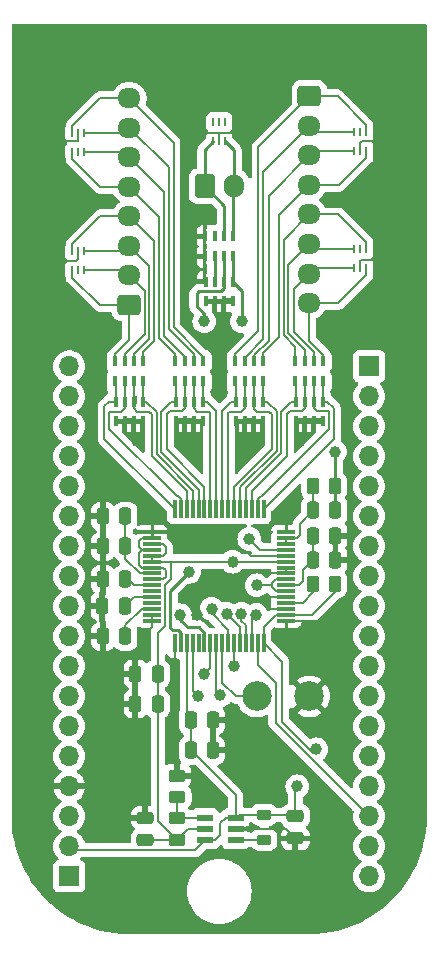
<source format=gbr>
G04 #@! TF.GenerationSoftware,KiCad,Pcbnew,8.0.8*
G04 #@! TF.CreationDate,2025-03-16T16:25:49-04:00*
G04 #@! TF.ProjectId,Combined_PCB,436f6d62-696e-4656-945f-5043422e6b69,1*
G04 #@! TF.SameCoordinates,Original*
G04 #@! TF.FileFunction,Copper,L1,Top*
G04 #@! TF.FilePolarity,Positive*
%FSLAX46Y46*%
G04 Gerber Fmt 4.6, Leading zero omitted, Abs format (unit mm)*
G04 Created by KiCad (PCBNEW 8.0.8) date 2025-03-16 16:25:49*
%MOMM*%
%LPD*%
G01*
G04 APERTURE LIST*
G04 Aperture macros list*
%AMRoundRect*
0 Rectangle with rounded corners*
0 $1 Rounding radius*
0 $2 $3 $4 $5 $6 $7 $8 $9 X,Y pos of 4 corners*
0 Add a 4 corners polygon primitive as box body*
4,1,4,$2,$3,$4,$5,$6,$7,$8,$9,$2,$3,0*
0 Add four circle primitives for the rounded corners*
1,1,$1+$1,$2,$3*
1,1,$1+$1,$4,$5*
1,1,$1+$1,$6,$7*
1,1,$1+$1,$8,$9*
0 Add four rect primitives between the rounded corners*
20,1,$1+$1,$2,$3,$4,$5,0*
20,1,$1+$1,$4,$5,$6,$7,0*
20,1,$1+$1,$6,$7,$8,$9,0*
20,1,$1+$1,$8,$9,$2,$3,0*%
G04 Aperture macros list end*
G04 #@! TA.AperFunction,SMDPad,CuDef*
%ADD10R,0.199200X0.704800*%
G04 #@! TD*
G04 #@! TA.AperFunction,SMDPad,CuDef*
%ADD11RoundRect,0.250000X0.475000X-0.250000X0.475000X0.250000X-0.475000X0.250000X-0.475000X-0.250000X0*%
G04 #@! TD*
G04 #@! TA.AperFunction,SMDPad,CuDef*
%ADD12R,0.460000X0.890000*%
G04 #@! TD*
G04 #@! TA.AperFunction,SMDPad,CuDef*
%ADD13RoundRect,0.250000X0.250000X0.475000X-0.250000X0.475000X-0.250000X-0.475000X0.250000X-0.475000X0*%
G04 #@! TD*
G04 #@! TA.AperFunction,SMDPad,CuDef*
%ADD14RoundRect,0.218750X0.381250X-0.218750X0.381250X0.218750X-0.381250X0.218750X-0.381250X-0.218750X0*%
G04 #@! TD*
G04 #@! TA.AperFunction,SMDPad,CuDef*
%ADD15R,0.400000X0.900000*%
G04 #@! TD*
G04 #@! TA.AperFunction,SMDPad,CuDef*
%ADD16C,2.500000*%
G04 #@! TD*
G04 #@! TA.AperFunction,SMDPad,CuDef*
%ADD17RoundRect,0.250000X-0.262500X-0.450000X0.262500X-0.450000X0.262500X0.450000X-0.262500X0.450000X0*%
G04 #@! TD*
G04 #@! TA.AperFunction,SMDPad,CuDef*
%ADD18RoundRect,0.250000X0.450000X-0.262500X0.450000X0.262500X-0.450000X0.262500X-0.450000X-0.262500X0*%
G04 #@! TD*
G04 #@! TA.AperFunction,SMDPad,CuDef*
%ADD19RoundRect,0.250000X-0.250000X-0.475000X0.250000X-0.475000X0.250000X0.475000X-0.250000X0.475000X0*%
G04 #@! TD*
G04 #@! TA.AperFunction,SMDPad,CuDef*
%ADD20RoundRect,0.250000X-0.450000X0.262500X-0.450000X-0.262500X0.450000X-0.262500X0.450000X0.262500X0*%
G04 #@! TD*
G04 #@! TA.AperFunction,SMDPad,CuDef*
%ADD21RoundRect,0.035000X-0.105000X0.745000X-0.105000X-0.745000X0.105000X-0.745000X0.105000X0.745000X0*%
G04 #@! TD*
G04 #@! TA.AperFunction,SMDPad,CuDef*
%ADD22RoundRect,0.035000X-0.745000X0.105000X-0.745000X-0.105000X0.745000X-0.105000X0.745000X0.105000X0*%
G04 #@! TD*
G04 #@! TA.AperFunction,SMDPad,CuDef*
%ADD23R,1.320800X0.558800*%
G04 #@! TD*
G04 #@! TA.AperFunction,ComponentPad*
%ADD24R,1.700000X1.700000*%
G04 #@! TD*
G04 #@! TA.AperFunction,ComponentPad*
%ADD25O,1.700000X1.700000*%
G04 #@! TD*
G04 #@! TA.AperFunction,ComponentPad*
%ADD26RoundRect,0.250000X-0.600000X-0.750000X0.600000X-0.750000X0.600000X0.750000X-0.600000X0.750000X0*%
G04 #@! TD*
G04 #@! TA.AperFunction,ComponentPad*
%ADD27O,1.700000X2.000000*%
G04 #@! TD*
G04 #@! TA.AperFunction,ComponentPad*
%ADD28RoundRect,0.250000X-0.725000X0.600000X-0.725000X-0.600000X0.725000X-0.600000X0.725000X0.600000X0*%
G04 #@! TD*
G04 #@! TA.AperFunction,ComponentPad*
%ADD29O,1.950000X1.700000*%
G04 #@! TD*
G04 #@! TA.AperFunction,ComponentPad*
%ADD30RoundRect,0.250000X0.725000X-0.600000X0.725000X0.600000X-0.725000X0.600000X-0.725000X-0.600000X0*%
G04 #@! TD*
G04 #@! TA.AperFunction,ViaPad*
%ADD31C,1.000000*%
G04 #@! TD*
G04 #@! TA.AperFunction,Conductor*
%ADD32C,0.250000*%
G04 #@! TD*
G04 #@! TA.AperFunction,Conductor*
%ADD33C,0.200000*%
G04 #@! TD*
G04 #@! TA.AperFunction,Conductor*
%ADD34C,0.152400*%
G04 #@! TD*
G04 APERTURE END LIST*
D10*
X130810000Y-30012401D03*
X131309999Y-30012401D03*
X131809998Y-30012401D03*
X131809998Y-28407599D03*
X131309999Y-28407599D03*
X130810000Y-28407599D03*
D11*
X113124000Y-88382500D03*
X113124000Y-86482500D03*
D12*
X110620000Y-52895000D03*
X111380000Y-52895000D03*
X112140000Y-52895000D03*
X112900000Y-52895000D03*
X112900000Y-51245000D03*
X112140000Y-51245000D03*
X111380000Y-51245000D03*
X110620000Y-51245000D03*
D13*
X111386252Y-68580000D03*
X109486252Y-68580000D03*
D14*
X123190000Y-88344500D03*
X123190000Y-86219500D03*
D15*
X120720000Y-49530000D03*
X121520000Y-49530000D03*
X122320000Y-49530000D03*
X123120000Y-49530000D03*
X123120000Y-47830000D03*
X122320000Y-47830000D03*
X121520000Y-47830000D03*
X120720000Y-47830000D03*
D10*
X107950000Y-38527198D03*
X107450001Y-38527198D03*
X106950002Y-38527198D03*
X106950002Y-40132000D03*
X107450001Y-40132000D03*
X107950000Y-40132000D03*
X118880001Y-29210000D03*
X119380000Y-29210000D03*
X119879999Y-29210000D03*
X119879999Y-27605198D03*
X119380000Y-27605198D03*
X118880001Y-27605198D03*
D11*
X125824000Y-88232000D03*
X125824000Y-86332000D03*
D16*
X122555000Y-76200000D03*
D17*
X127357500Y-66675000D03*
X129182500Y-66675000D03*
D13*
X111440000Y-66294000D03*
X109540000Y-66294000D03*
D18*
X115824000Y-84732500D03*
X115824000Y-82907500D03*
D15*
X110560000Y-49530000D03*
X111360000Y-49530000D03*
X112160000Y-49530000D03*
X112960000Y-49530000D03*
X112960000Y-47830000D03*
X112160000Y-47830000D03*
X111360000Y-47830000D03*
X110560000Y-47830000D03*
D16*
X127000000Y-76200000D03*
D19*
X116967000Y-80772000D03*
X118867000Y-80772000D03*
D12*
X125860000Y-52895000D03*
X126620000Y-52895000D03*
X127380000Y-52895000D03*
X128140000Y-52895000D03*
X128140000Y-51245000D03*
X127380000Y-51245000D03*
X126620000Y-51245000D03*
X125860000Y-51245000D03*
D20*
X115824000Y-86520000D03*
X115824000Y-88345000D03*
D12*
X118240000Y-42735000D03*
X119000000Y-42735000D03*
X119760000Y-42735000D03*
X120520000Y-42735000D03*
X120520000Y-41085000D03*
X119760000Y-41085000D03*
X119000000Y-41085000D03*
X118240000Y-41085000D03*
D19*
X127320000Y-64643000D03*
X129220000Y-64643000D03*
D15*
X125800000Y-49530000D03*
X126600000Y-49530000D03*
X127400000Y-49530000D03*
X128200000Y-49530000D03*
X128200000Y-47830000D03*
X127400000Y-47830000D03*
X126600000Y-47830000D03*
X125800000Y-47830000D03*
D13*
X111440000Y-60960000D03*
X109540000Y-60960000D03*
X114173000Y-76835000D03*
X112273000Y-76835000D03*
D12*
X120780000Y-52895000D03*
X121540000Y-52895000D03*
X122300000Y-52895000D03*
X123060000Y-52895000D03*
X123060000Y-51245000D03*
X122300000Y-51245000D03*
X121540000Y-51245000D03*
X120780000Y-51245000D03*
D13*
X114173000Y-74295000D03*
X112273000Y-74295000D03*
X111440000Y-71120000D03*
X109540000Y-71120000D03*
D21*
X123130000Y-60360000D03*
X122630000Y-60360000D03*
X122130000Y-60360000D03*
X121630000Y-60360000D03*
X121130000Y-60360000D03*
X120630000Y-60360000D03*
X120130000Y-60360000D03*
X119630000Y-60360000D03*
X119130000Y-60360000D03*
X118630000Y-60360000D03*
X118130000Y-60360000D03*
X117630000Y-60360000D03*
X117130000Y-60360000D03*
X116630000Y-60360000D03*
X116130000Y-60360000D03*
X115630000Y-60360000D03*
D22*
X113700000Y-62290000D03*
X113700000Y-62790000D03*
X113700000Y-63290000D03*
X113700000Y-63790000D03*
X113700000Y-64290000D03*
X113700000Y-64790000D03*
X113700000Y-65290000D03*
X113700000Y-65790000D03*
X113700000Y-66290000D03*
X113700000Y-66790000D03*
X113700000Y-67290000D03*
X113700000Y-67790000D03*
X113700000Y-68290000D03*
X113700000Y-68790000D03*
X113700000Y-69290000D03*
X113700000Y-69790000D03*
D21*
X115630000Y-71720000D03*
X116130000Y-71720000D03*
X116630000Y-71720000D03*
X117130000Y-71720000D03*
X117630000Y-71720000D03*
X118130000Y-71720000D03*
X118630000Y-71720000D03*
X119130000Y-71720000D03*
X119630000Y-71720000D03*
X120130000Y-71720000D03*
X120630000Y-71720000D03*
X121130000Y-71720000D03*
X121630000Y-71720000D03*
X122130000Y-71720000D03*
X122630000Y-71720000D03*
X123130000Y-71720000D03*
D22*
X125060000Y-69790000D03*
X125060000Y-69290000D03*
X125060000Y-68790000D03*
X125060000Y-68290000D03*
X125060000Y-67790000D03*
X125060000Y-67290000D03*
X125060000Y-66790000D03*
X125060000Y-66290000D03*
X125060000Y-65790000D03*
X125060000Y-65290000D03*
X125060000Y-64790000D03*
X125060000Y-64290000D03*
X125060000Y-63790000D03*
X125060000Y-63290000D03*
X125060000Y-62790000D03*
X125060000Y-62290000D03*
D15*
X118180000Y-38950000D03*
X118980000Y-38950000D03*
X119780000Y-38950000D03*
X120580000Y-38950000D03*
X120580000Y-37250000D03*
X119780000Y-37250000D03*
X118980000Y-37250000D03*
X118180000Y-37250000D03*
D12*
X115700000Y-52895000D03*
X116460000Y-52895000D03*
X117220000Y-52895000D03*
X117980000Y-52895000D03*
X117980000Y-51245000D03*
X117220000Y-51245000D03*
X116460000Y-51245000D03*
X115700000Y-51245000D03*
D15*
X115640000Y-49530000D03*
X116440000Y-49530000D03*
X117240000Y-49530000D03*
X118040000Y-49530000D03*
X118040000Y-47830000D03*
X117240000Y-47830000D03*
X116440000Y-47830000D03*
X115640000Y-47830000D03*
D13*
X111440000Y-63500000D03*
X109540000Y-63500000D03*
D10*
X130810000Y-39958802D03*
X131309999Y-39958802D03*
X131809998Y-39958802D03*
X131809998Y-38354000D03*
X131309999Y-38354000D03*
X130810000Y-38354000D03*
D13*
X129220000Y-62611000D03*
X127320000Y-62611000D03*
D19*
X116967000Y-78232000D03*
X118867000Y-78232000D03*
D13*
X129220000Y-60452000D03*
X127320000Y-60452000D03*
D17*
X127357500Y-58420000D03*
X129182500Y-58420000D03*
D23*
X120769400Y-88359001D03*
X120769400Y-87409000D03*
X120769400Y-86458999D03*
X118178600Y-86458999D03*
X118178600Y-87409000D03*
X118178600Y-88359001D03*
D10*
X107950000Y-28494198D03*
X107450001Y-28494198D03*
X106950002Y-28494198D03*
X106950002Y-30099000D03*
X107450001Y-30099000D03*
X107950000Y-30099000D03*
D24*
X106680000Y-91440000D03*
D25*
X106680000Y-88900000D03*
X106680000Y-86360000D03*
X106680000Y-83820000D03*
X106680000Y-81280000D03*
X106680000Y-78740000D03*
X106680000Y-76200000D03*
X106680000Y-73660000D03*
X106680000Y-71120000D03*
X106680000Y-68580000D03*
X106680000Y-66040000D03*
X106680000Y-63500000D03*
X106680000Y-60960000D03*
X106680000Y-58420000D03*
X106680000Y-55880000D03*
X106680000Y-53340000D03*
X106680000Y-50800000D03*
X106680000Y-48260000D03*
D26*
X118150000Y-33020000D03*
D27*
X120650000Y-33020000D03*
D24*
X132080000Y-48260000D03*
D25*
X132080000Y-50800000D03*
X132080000Y-53340000D03*
X132080000Y-55880000D03*
X132080000Y-58420000D03*
X132080000Y-60960000D03*
X132080000Y-63500000D03*
X132080000Y-66040000D03*
X132080000Y-68580000D03*
X132080000Y-71120000D03*
X132080000Y-73660000D03*
X132080000Y-76200000D03*
X132080000Y-78740000D03*
X132080000Y-81280000D03*
X132080000Y-83820000D03*
X132080000Y-86360000D03*
X132080000Y-88900000D03*
X132080000Y-91440000D03*
D28*
X127000002Y-25400000D03*
D29*
X127000002Y-27900000D03*
X127000002Y-30400000D03*
X127000002Y-32900000D03*
X127000002Y-35400000D03*
X127000002Y-37900000D03*
X127000002Y-40400000D03*
X127000002Y-42900000D03*
D30*
X111760000Y-43060000D03*
D29*
X111760000Y-40560000D03*
X111760000Y-38060000D03*
X111760000Y-35560000D03*
X111760000Y-33060000D03*
X111760000Y-30560000D03*
X111760000Y-28060000D03*
X111760000Y-25560000D03*
D31*
X116078000Y-69342000D03*
X118110000Y-84201000D03*
X115443000Y-79502000D03*
X126238000Y-54610000D03*
X128905000Y-69850000D03*
X132080000Y-44450000D03*
X125222000Y-60452000D03*
X123190000Y-81915000D03*
X121920000Y-54610000D03*
X119380000Y-24511000D03*
X112395000Y-54610000D03*
X116840000Y-54610000D03*
X116713000Y-40386000D03*
X117475000Y-69342000D03*
X106680000Y-44450000D03*
X127000000Y-92710000D03*
X113030000Y-92710000D03*
X121285000Y-44450000D03*
X129159212Y-55499212D03*
X118110000Y-44450000D03*
X121920000Y-62865000D03*
X127601041Y-80678959D03*
X125984000Y-83820000D03*
X122555000Y-66802000D03*
X120523000Y-64790000D03*
X118745000Y-68795000D03*
X118110000Y-74295000D03*
X121252397Y-69212478D03*
X122498678Y-69308870D03*
X120002397Y-69215026D03*
X117602000Y-76200000D03*
X119482576Y-76097424D03*
X116840000Y-65640000D03*
X120650000Y-73660000D03*
D32*
X116078000Y-69723000D02*
X116078000Y-69342000D01*
X116713000Y-70358000D02*
X116078000Y-69723000D01*
X117628088Y-70358000D02*
X116713000Y-70358000D01*
X118130000Y-70859912D02*
X117628088Y-70358000D01*
X118130000Y-71720000D02*
X118130000Y-70859912D01*
X115233000Y-70407041D02*
X115233000Y-67247000D01*
X115420979Y-70595020D02*
X115233000Y-70407041D01*
X116130000Y-70859912D02*
X115865108Y-70595020D01*
X115233000Y-67247000D02*
X116840000Y-65640000D01*
X116130000Y-71720000D02*
X116130000Y-70859912D01*
X115865108Y-70595020D02*
X115420979Y-70595020D01*
D33*
X114808000Y-66802000D02*
X115316000Y-66294000D01*
X114808000Y-70231000D02*
X114808000Y-66802000D01*
X115316000Y-66294000D02*
X115316000Y-64790000D01*
X114199000Y-70840000D02*
X114808000Y-70231000D01*
X118630000Y-73775000D02*
X118630000Y-71720000D01*
X118110000Y-74295000D02*
X118630000Y-73775000D01*
D34*
X125860000Y-51245000D02*
X125860000Y-49590000D01*
X124629802Y-52092798D02*
X125477600Y-51245000D01*
X125477600Y-51245000D02*
X125860000Y-51245000D01*
X121630000Y-60360000D02*
X121630000Y-58578160D01*
X121630000Y-58578160D02*
X124629802Y-55578358D01*
X125860000Y-49590000D02*
X125800000Y-49530000D01*
X124629802Y-55578358D02*
X124629802Y-52092798D01*
D33*
X120769400Y-87409000D02*
X125001000Y-87409000D01*
X131309999Y-39958802D02*
X131309999Y-39306801D01*
X113700000Y-69790000D02*
X113700000Y-70323000D01*
X114595444Y-66290000D02*
X113700000Y-66290000D01*
X114595444Y-65290000D02*
X114830000Y-65524556D01*
X131309999Y-30012401D02*
X131309999Y-29360400D01*
X113700000Y-70323000D02*
X113411000Y-70612000D01*
X122075000Y-64290000D02*
X121920000Y-64135000D01*
X107386200Y-29210000D02*
X106045000Y-29210000D01*
X125060000Y-68790000D02*
X123400000Y-68790000D01*
X107450001Y-29146199D02*
X107386200Y-29210000D01*
X112570000Y-63024556D02*
X112804556Y-62790000D01*
X125060000Y-64290000D02*
X122075000Y-64290000D01*
X112570000Y-65055444D02*
X112570000Y-64024556D01*
X125060000Y-67790000D02*
X123345000Y-67790000D01*
X107450001Y-28494198D02*
X107450001Y-29146199D01*
X119380000Y-29210000D02*
X119380000Y-28557999D01*
X120582600Y-28507600D02*
X118177400Y-28507600D01*
X107450001Y-39179199D02*
X107450001Y-38527198D01*
X125060000Y-69790000D02*
X125060000Y-70450000D01*
X114830000Y-65524556D02*
X114830000Y-66055444D01*
X131309999Y-39306801D02*
X131360398Y-39256402D01*
X113700000Y-65290000D02*
X114595444Y-65290000D01*
X125060000Y-65790000D02*
X123063000Y-65790000D01*
X113700000Y-63790000D02*
X112804556Y-63790000D01*
X114830000Y-66055444D02*
X114595444Y-66290000D01*
X113700000Y-65290000D02*
X112804556Y-65290000D01*
X112570000Y-64024556D02*
X112804556Y-63790000D01*
X107259200Y-39370000D02*
X107450001Y-39179199D01*
X131460399Y-29210000D02*
X132715000Y-29210000D01*
X125001000Y-87409000D02*
X125824000Y-88232000D01*
X119380000Y-28557999D02*
X119430399Y-28507600D01*
X125060000Y-70450000D02*
X125095000Y-70485000D01*
X125060000Y-69790000D02*
X127635000Y-69790000D01*
X125060000Y-62290000D02*
X125060000Y-60995000D01*
X112804556Y-65290000D02*
X112570000Y-65055444D01*
X112804556Y-63790000D02*
X112570000Y-63555444D01*
X115630000Y-71720000D02*
X115630000Y-73085000D01*
X112570000Y-63555444D02*
X112570000Y-63024556D01*
X125060000Y-65790000D02*
X125060000Y-65290000D01*
X113700000Y-69790000D02*
X113700000Y-69290000D01*
X131309999Y-29360400D02*
X131460399Y-29210000D01*
X112804556Y-62790000D02*
X113700000Y-62790000D01*
X113700000Y-62790000D02*
X113700000Y-62290000D01*
X131360398Y-39256402D02*
X132601402Y-39256402D01*
X107259200Y-39370000D02*
X106045000Y-39370000D01*
D34*
X126620000Y-51815000D02*
X126365000Y-52070000D01*
X125095000Y-52332600D02*
X125095000Y-55880000D01*
X125095000Y-55880000D02*
X122130000Y-58845000D01*
X122130000Y-58845000D02*
X122130000Y-60360000D01*
X126620000Y-51245000D02*
X126620000Y-51815000D01*
X126365000Y-52070000D02*
X125357600Y-52070000D01*
X126620000Y-49550000D02*
X126600000Y-49530000D01*
X125357600Y-52070000D02*
X125095000Y-52332600D01*
X126620000Y-51245000D02*
X126620000Y-49550000D01*
X123130000Y-60360000D02*
X129098601Y-54391399D01*
X128140000Y-49590000D02*
X128200000Y-49530000D01*
X128140000Y-51245000D02*
X128140000Y-49590000D01*
X129098601Y-54391399D02*
X129098601Y-51821201D01*
X128522400Y-51245000D02*
X128140000Y-51245000D01*
X129098601Y-51821201D02*
X128522400Y-51245000D01*
X128696200Y-52123800D02*
X128696200Y-53548800D01*
X122630000Y-59498214D02*
X122630000Y-60360000D01*
X122874414Y-59253800D02*
X122630000Y-59498214D01*
X127400000Y-50400000D02*
X127400000Y-49530000D01*
X127380000Y-51815000D02*
X127635000Y-52070000D01*
X128642400Y-52070000D02*
X128696200Y-52123800D01*
X127380000Y-51245000D02*
X127380000Y-51815000D01*
X127380000Y-50420000D02*
X127400000Y-50400000D01*
X127380000Y-51245000D02*
X127380000Y-50420000D01*
X128696200Y-53548800D02*
X122991200Y-59253800D01*
X127635000Y-52070000D02*
X128642400Y-52070000D01*
X122991200Y-59253800D02*
X122874414Y-59253800D01*
X120397600Y-51245000D02*
X120780000Y-51245000D01*
X120780000Y-49590000D02*
X120720000Y-49530000D01*
X119630000Y-52012600D02*
X120397600Y-51245000D01*
X119630000Y-60360000D02*
X119630000Y-52012600D01*
X120780000Y-51245000D02*
X120780000Y-49590000D01*
X124227401Y-55411679D02*
X121130000Y-58509080D01*
X123060000Y-49590000D02*
X123120000Y-49530000D01*
X124227401Y-52030001D02*
X124227401Y-55411679D01*
X121130000Y-58509080D02*
X121130000Y-60360000D01*
X123060000Y-51245000D02*
X123060000Y-49590000D01*
X123060000Y-51245000D02*
X123442400Y-51245000D01*
X123442400Y-51245000D02*
X124227401Y-52030001D01*
X121540000Y-49550000D02*
X121520000Y-49530000D01*
X121231200Y-52123800D02*
X120223800Y-52123800D01*
X120223800Y-52123800D02*
X120130000Y-52217600D01*
X121540000Y-51245000D02*
X121540000Y-49550000D01*
X121540000Y-51815000D02*
X121231200Y-52123800D01*
X120130000Y-52217600D02*
X120130000Y-60360000D01*
X121540000Y-51245000D02*
X121540000Y-51815000D01*
X123825000Y-55245000D02*
X120630000Y-58440000D01*
X122300000Y-49550000D02*
X122320000Y-49530000D01*
X123616200Y-52123800D02*
X123825000Y-52332600D01*
X122300000Y-51842400D02*
X122581400Y-52123800D01*
X122300000Y-51245000D02*
X122300000Y-49550000D01*
X120630000Y-58440000D02*
X120630000Y-60360000D01*
X122300000Y-51245000D02*
X122300000Y-51842400D01*
X122581400Y-52123800D02*
X123616200Y-52123800D01*
X123825000Y-52332600D02*
X123825000Y-55245000D01*
X117980000Y-49590000D02*
X118040000Y-49530000D01*
X118362400Y-51245000D02*
X117980000Y-51245000D01*
X117980000Y-51245000D02*
X117980000Y-49590000D01*
X119130000Y-60360000D02*
X119130000Y-52012600D01*
X119130000Y-52012600D02*
X118362400Y-51245000D01*
X117630000Y-58706840D02*
X117630000Y-60360000D01*
X115700000Y-51245000D02*
X115317600Y-51245000D01*
X115700000Y-51245000D02*
X115700000Y-49590000D01*
X114469801Y-52092799D02*
X114469801Y-55546641D01*
X115700000Y-49590000D02*
X115640000Y-49530000D01*
X114469801Y-55546641D02*
X117630000Y-58706840D01*
X115317600Y-51245000D02*
X114469801Y-52092799D01*
X117220000Y-49550000D02*
X117240000Y-49530000D01*
X118630000Y-52217600D02*
X118630000Y-60360000D01*
X117220000Y-51245000D02*
X117220000Y-51815000D01*
X118536200Y-52123800D02*
X118630000Y-52217600D01*
X117220000Y-51815000D02*
X117528800Y-52123800D01*
X117528800Y-52123800D02*
X118536200Y-52123800D01*
X117220000Y-51245000D02*
X117220000Y-49550000D01*
X116440000Y-50398800D02*
X116440000Y-49530000D01*
X114935000Y-52332600D02*
X115197600Y-52070000D01*
X114935000Y-55245000D02*
X114935000Y-52332600D01*
X116460000Y-50418800D02*
X116440000Y-50398800D01*
X116205000Y-52070000D02*
X116460000Y-51815000D01*
X118130000Y-58440000D02*
X114935000Y-55245000D01*
X118130000Y-60360000D02*
X118130000Y-58440000D01*
X115197600Y-52070000D02*
X116205000Y-52070000D01*
X116460000Y-51245000D02*
X116460000Y-50418800D01*
X116460000Y-51815000D02*
X116460000Y-51245000D01*
X110620000Y-49590000D02*
X110560000Y-49530000D01*
X115630000Y-60360000D02*
X109661400Y-54391400D01*
X110620000Y-51245000D02*
X110620000Y-49590000D01*
X109661400Y-54391400D02*
X109661400Y-51628600D01*
X109661400Y-51628600D02*
X110045000Y-51245000D01*
X110045000Y-51245000D02*
X110620000Y-51245000D01*
X115768800Y-59253800D02*
X115885586Y-59253800D01*
X111068600Y-52123800D02*
X110063800Y-52123800D01*
X110063800Y-53548800D02*
X115768800Y-59253800D01*
X111380000Y-51245000D02*
X111380000Y-49550000D01*
X115885586Y-59253800D02*
X116130000Y-59498214D01*
X110063800Y-52123800D02*
X110063800Y-53548800D01*
X111380000Y-49550000D02*
X111360000Y-49530000D01*
X111380000Y-51245000D02*
X111380000Y-51812400D01*
X111380000Y-51812400D02*
X111068600Y-52123800D01*
X116130000Y-59498214D02*
X116130000Y-60360000D01*
X114067401Y-55713321D02*
X117130000Y-58775920D01*
X114067401Y-52165921D02*
X114067401Y-55713321D01*
X112900000Y-51245000D02*
X113146480Y-51245000D01*
X117130000Y-58775920D02*
X117130000Y-60360000D01*
X113146480Y-51245000D02*
X114067401Y-52165921D01*
X112900000Y-49590000D02*
X112960000Y-49530000D01*
X112900000Y-51245000D02*
X112900000Y-49590000D01*
X113665000Y-55880000D02*
X116630000Y-58845000D01*
X116630000Y-58845000D02*
X116630000Y-60360000D01*
X112448800Y-52123800D02*
X113456200Y-52123800D01*
X112343800Y-51383800D02*
X112343800Y-50800000D01*
X112140000Y-51245000D02*
X112140000Y-51815000D01*
X112140000Y-51245000D02*
X112205000Y-51245000D01*
X113665000Y-52332600D02*
X113665000Y-55880000D01*
X112140000Y-51815000D02*
X112448800Y-52123800D01*
X112140000Y-49550000D02*
X112160000Y-49530000D01*
X112140000Y-51245000D02*
X112140000Y-49550000D01*
X113456200Y-52123800D02*
X113665000Y-52332600D01*
X112205000Y-51245000D02*
X112343800Y-51383800D01*
D32*
X120520000Y-39010000D02*
X120580000Y-38950000D01*
X121285000Y-41850000D02*
X121285000Y-44450000D01*
X129182500Y-60414500D02*
X129220000Y-60452000D01*
X129182500Y-55522500D02*
X129182500Y-58420000D01*
X129182500Y-60922500D02*
X129220000Y-60960000D01*
X129182500Y-58420000D02*
X129182500Y-60414500D01*
X120520000Y-41085000D02*
X120520000Y-39010000D01*
X120520000Y-41085000D02*
X121285000Y-41850000D01*
X129159212Y-55499212D02*
X129182500Y-55522500D01*
X119760000Y-41085000D02*
X119760000Y-38970000D01*
X118110000Y-43815000D02*
X118110000Y-44450000D01*
X117475000Y-42075000D02*
X117475000Y-43180000D01*
X117475000Y-43180000D02*
X118110000Y-43815000D01*
D33*
X125060000Y-63790000D02*
X122845000Y-63790000D01*
X122845000Y-63790000D02*
X121920000Y-62865000D01*
D32*
X119760000Y-41085000D02*
X119760000Y-41655000D01*
X119760000Y-38970000D02*
X119780000Y-38950000D01*
X117635000Y-41915000D02*
X117475000Y-42075000D01*
X119500000Y-41915000D02*
X117635000Y-41915000D01*
X119760000Y-41655000D02*
X119500000Y-41915000D01*
X119000000Y-41085000D02*
X119000000Y-38970000D01*
X119000000Y-38970000D02*
X118980000Y-38950000D01*
D33*
X119474000Y-86893999D02*
X119474000Y-87924001D01*
X117305101Y-89232500D02*
X107012500Y-89232500D01*
X125217000Y-86332000D02*
X125104500Y-86219500D01*
X119474000Y-87924001D02*
X119039000Y-88359001D01*
X125824000Y-83980000D02*
X125824000Y-86332000D01*
X120769400Y-86458999D02*
X119909000Y-86458999D01*
X129182500Y-67375000D02*
X129182500Y-66675000D01*
X107012500Y-89232500D02*
X106680000Y-88900000D01*
X125060000Y-69290000D02*
X127267500Y-69290000D01*
X123130000Y-71720000D02*
X124714000Y-73304000D01*
X124714000Y-78357604D02*
X127318198Y-80961802D01*
X120769400Y-86458999D02*
X120769400Y-84574400D01*
X125060000Y-69290000D02*
X124164556Y-69290000D01*
X127267500Y-69290000D02*
X129182500Y-67375000D01*
X124164556Y-69290000D02*
X123130000Y-70324556D01*
X116967000Y-80772000D02*
X116967000Y-78232000D01*
X118178600Y-88359001D02*
X117305101Y-89232500D01*
X123190000Y-86219500D02*
X121008899Y-86219500D01*
X119909000Y-86458999D02*
X119474000Y-86893999D01*
X125984000Y-83820000D02*
X125824000Y-83980000D01*
X116967000Y-78232000D02*
X116630000Y-77895000D01*
X121008899Y-86219500D02*
X120769400Y-86458999D01*
X125104500Y-86219500D02*
X123190000Y-86219500D01*
X127318198Y-80961802D02*
X127601041Y-80678959D01*
X116630000Y-77895000D02*
X116630000Y-71720000D01*
X123130000Y-70324556D02*
X123130000Y-71720000D01*
X124714000Y-73304000D02*
X124714000Y-78357604D01*
X125824000Y-86332000D02*
X125217000Y-86332000D01*
X119039000Y-88359001D02*
X118178600Y-88359001D01*
X120769400Y-84574400D02*
X116967000Y-80772000D01*
X111440000Y-60960000D02*
X111440000Y-63500000D01*
X113700000Y-65790000D02*
X112668160Y-65790000D01*
X111440000Y-64561840D02*
X111440000Y-63500000D01*
X112668160Y-65790000D02*
X111440000Y-64561840D01*
X111386252Y-68580000D02*
X112176252Y-67790000D01*
X112176252Y-67790000D02*
X113700000Y-67790000D01*
X126190000Y-61582000D02*
X126190000Y-62555444D01*
X127357500Y-60414500D02*
X127320000Y-60452000D01*
X126190000Y-62555444D02*
X125955444Y-62790000D01*
X127320000Y-60452000D02*
X126190000Y-61582000D01*
D32*
X127357500Y-60922500D02*
X127320000Y-60960000D01*
D33*
X125060000Y-62790000D02*
X125060000Y-63290000D01*
X127357500Y-58420000D02*
X127357500Y-60414500D01*
X125955444Y-62790000D02*
X125060000Y-62790000D01*
X111440000Y-70154556D02*
X112804556Y-68790000D01*
X111440000Y-71120000D02*
X111440000Y-70154556D01*
X112804556Y-68790000D02*
X113700000Y-68790000D01*
X125060000Y-64790000D02*
X120523000Y-64790000D01*
X115316000Y-64790000D02*
X113700000Y-64790000D01*
X123825000Y-66629556D02*
X123825000Y-66802000D01*
X114199000Y-86720000D02*
X115824000Y-88345000D01*
X114830000Y-64055444D02*
X114595444Y-64290000D01*
X113700000Y-64290000D02*
X113700000Y-64790000D01*
X123825000Y-66950444D02*
X124164556Y-67290000D01*
X115824000Y-88345000D02*
X116760000Y-87409000D01*
X114830000Y-63524556D02*
X114830000Y-64055444D01*
X123825000Y-66802000D02*
X123825000Y-66950444D01*
X124164556Y-66290000D02*
X123825000Y-66629556D01*
X124164556Y-66290000D02*
X125060000Y-66290000D01*
X113700000Y-63290000D02*
X114595444Y-63290000D01*
X115824000Y-88345000D02*
X113161500Y-88345000D01*
X113161500Y-88345000D02*
X113124000Y-88382500D01*
X114595444Y-63290000D02*
X114830000Y-63524556D01*
X116760000Y-87409000D02*
X118178600Y-87409000D01*
X114199000Y-70840000D02*
X114199000Y-86720000D01*
X114595444Y-64290000D02*
X113700000Y-64290000D01*
X123825000Y-66802000D02*
X122555000Y-66802000D01*
X120523000Y-64790000D02*
X115316000Y-64790000D01*
X124164556Y-67290000D02*
X125060000Y-67290000D01*
X126495000Y-65468000D02*
X127320000Y-64643000D01*
X125060000Y-66790000D02*
X126123000Y-66790000D01*
X126123000Y-66790000D02*
X126495000Y-66418000D01*
X126495000Y-66418000D02*
X126495000Y-65468000D01*
X127320000Y-62611000D02*
X127320000Y-64643000D01*
X112190000Y-66790000D02*
X113700000Y-66790000D01*
X111440000Y-66040000D02*
X112190000Y-66790000D01*
D34*
X123556318Y-33843684D02*
X127000002Y-30400000D01*
X130810000Y-30012401D02*
X127387601Y-30012401D01*
X122320000Y-47830000D02*
X122320000Y-47322636D01*
X123556318Y-46086318D02*
X123556318Y-33843684D01*
X127387601Y-30012401D02*
X127000002Y-30400000D01*
X122320000Y-47322636D02*
X123556318Y-46086318D01*
X129526800Y-32900000D02*
X127000002Y-32900000D01*
X131809998Y-30012401D02*
X131809998Y-30616802D01*
X123120000Y-47830000D02*
X123120000Y-47091716D01*
X123120000Y-47091716D02*
X124417198Y-45794518D01*
X124417198Y-45794518D02*
X124417198Y-35482804D01*
X124417198Y-35482804D02*
X127000002Y-32900000D01*
X131809998Y-30616802D02*
X129526800Y-32900000D01*
X125222000Y-39678002D02*
X127000002Y-37900000D01*
X126600000Y-47830000D02*
X126600000Y-46839160D01*
X126600000Y-46839160D02*
X125222000Y-45461160D01*
X127454002Y-38354000D02*
X127000002Y-37900000D01*
X130810000Y-38354000D02*
X127454002Y-38354000D01*
X125222000Y-45461160D02*
X125222000Y-39678002D01*
X130810000Y-39958802D02*
X127441200Y-39958802D01*
X127400000Y-47830000D02*
X127400000Y-47070080D01*
X127400000Y-47070080D02*
X125698802Y-45368882D01*
X125698802Y-45368882D02*
X125698802Y-41701200D01*
X125698802Y-41701200D02*
X127000002Y-40400000D01*
X127441200Y-39958802D02*
X127000002Y-40400000D01*
X131809998Y-37749599D02*
X129460399Y-35400000D01*
X124819599Y-45627839D02*
X124819599Y-37580403D01*
X125800000Y-46608240D02*
X124819599Y-45627839D01*
X129460399Y-35400000D02*
X127000002Y-35400000D01*
X131809998Y-38354000D02*
X131809998Y-37749599D01*
X125800000Y-47830000D02*
X125800000Y-46608240D01*
X124819599Y-37580403D02*
X127000002Y-35400000D01*
X121520000Y-47517000D02*
X123063000Y-45974000D01*
X123063000Y-45974000D02*
X123099556Y-45974000D01*
X130810000Y-28407599D02*
X127507601Y-28407599D01*
X123099556Y-45974000D02*
X123099556Y-31800446D01*
X121520000Y-47830000D02*
X121520000Y-47517000D01*
X127507601Y-28407599D02*
X127000002Y-27900000D01*
X123099556Y-31800446D02*
X127000002Y-27900000D01*
X127000000Y-45720000D02*
X127000000Y-46101000D01*
X127000002Y-45719998D02*
X127000000Y-45720000D01*
X127000000Y-46101000D02*
X128200000Y-47301000D01*
X128200000Y-47301000D02*
X128200000Y-47830000D01*
X131809998Y-39958802D02*
X131809998Y-40563203D01*
X127000002Y-42900000D02*
X127000002Y-45719998D01*
X131809998Y-40563203D02*
X129473201Y-42900000D01*
X129473201Y-42900000D02*
X127000002Y-42900000D01*
X131809998Y-27803198D02*
X129406800Y-25400000D01*
X122697156Y-45250444D02*
X122697156Y-29702846D01*
X120720000Y-47830000D02*
X120720000Y-47227600D01*
X131809998Y-28407599D02*
X131809998Y-27803198D01*
X122697156Y-29702846D02*
X127000002Y-25400000D01*
X120720000Y-47227600D02*
X122697156Y-45250444D01*
X129406800Y-25400000D02*
X127000002Y-25400000D01*
D32*
X118150000Y-33020000D02*
X118150000Y-29940001D01*
X119780000Y-34650000D02*
X118150000Y-33020000D01*
X118150000Y-29940001D02*
X118880001Y-29210000D01*
X119780000Y-37250000D02*
X119780000Y-34650000D01*
X120580000Y-33090000D02*
X120650000Y-33020000D01*
X120650000Y-33020000D02*
X120650000Y-29980001D01*
X120650000Y-29980001D02*
X119879999Y-29210000D01*
X120580000Y-37250000D02*
X120580000Y-33090000D01*
D34*
X109279799Y-25560000D02*
X111760000Y-25560000D01*
X106950002Y-28494198D02*
X106950002Y-27889797D01*
X118040000Y-47830000D02*
X118040000Y-47458520D01*
X106950002Y-27889797D02*
X109279799Y-25560000D01*
X115507201Y-44925721D02*
X115507201Y-29307201D01*
X118040000Y-47458520D02*
X115507201Y-44925721D01*
X115507201Y-29307201D02*
X111760000Y-25560000D01*
X107950000Y-40132000D02*
X111332000Y-40132000D01*
X111332000Y-40132000D02*
X111760000Y-40560000D01*
X111360000Y-47227600D02*
X113061200Y-45526400D01*
X111360000Y-47830000D02*
X111360000Y-47227600D01*
X113061200Y-41861200D02*
X111760000Y-40560000D01*
X113061200Y-45526400D02*
X113061200Y-41861200D01*
X109273601Y-43060000D02*
X111760000Y-43060000D01*
X110560000Y-47227600D02*
X111760000Y-46027600D01*
X106950002Y-40132000D02*
X106950002Y-40736401D01*
X111760000Y-46027600D02*
X111760000Y-43060000D01*
X106950002Y-40736401D02*
X109273601Y-43060000D01*
X110560000Y-47830000D02*
X110560000Y-47227600D01*
X106950002Y-38527198D02*
X106950002Y-37922797D01*
X113866002Y-37666002D02*
X111760000Y-35560000D01*
X113866002Y-46153998D02*
X113866002Y-37666002D01*
X112960000Y-47060000D02*
X113866002Y-46153998D01*
X112960000Y-47830000D02*
X112960000Y-47060000D01*
X109312799Y-35560000D02*
X111760000Y-35560000D01*
X106950002Y-37922797D02*
X109312799Y-35560000D01*
X111325802Y-28494198D02*
X111760000Y-28060000D01*
X115104801Y-45084999D02*
X115104801Y-31404801D01*
X115104801Y-31404801D02*
X111760000Y-28060000D01*
X107950000Y-28494198D02*
X111325802Y-28494198D01*
X115104800Y-45085000D02*
X115104801Y-45084999D01*
X117240000Y-47227600D02*
X117240000Y-47830000D01*
X115104800Y-45092400D02*
X115104800Y-45085000D01*
X115104800Y-45092400D02*
X117240000Y-47227600D01*
X109306601Y-33060000D02*
X111760000Y-33060000D01*
X115640000Y-47830000D02*
X115640000Y-47227600D01*
X115640000Y-47227600D02*
X114300000Y-45887600D01*
X106950002Y-30703401D02*
X109306601Y-33060000D01*
X114300000Y-35600000D02*
X111760000Y-33060000D01*
X106950002Y-30099000D02*
X106950002Y-30703401D01*
X114300000Y-45887600D02*
X114300000Y-35600000D01*
X112160000Y-47227600D02*
X113463601Y-45923999D01*
X113463601Y-45923999D02*
X113463601Y-39763601D01*
X112160000Y-47830000D02*
X112160000Y-47227600D01*
X107950000Y-38527198D02*
X111292802Y-38527198D01*
X111292802Y-38527198D02*
X111760000Y-38060000D01*
X113463601Y-39763601D02*
X111760000Y-38060000D01*
X116440000Y-47830000D02*
X116440000Y-47458520D01*
X107950000Y-30099000D02*
X111299000Y-30099000D01*
X111299000Y-30099000D02*
X111760000Y-30560000D01*
X114702400Y-33502400D02*
X111760000Y-30560000D01*
X116440000Y-47458520D02*
X114702400Y-45720920D01*
X114702400Y-45720920D02*
X114702400Y-33502400D01*
D33*
X119630000Y-75042766D02*
X119630000Y-71720000D01*
X122555000Y-76200000D02*
X120787234Y-76200000D01*
X120787234Y-76200000D02*
X119630000Y-75042766D01*
X120130000Y-71720000D02*
X120130000Y-70544711D01*
X120130000Y-70544711D02*
X118745000Y-69159711D01*
X118745000Y-69159711D02*
X118745000Y-68795000D01*
X121252397Y-69212478D02*
X121252397Y-69817397D01*
X121630000Y-70195000D02*
X121630000Y-71720000D01*
X121252397Y-69817397D02*
X121630000Y-70195000D01*
X122130000Y-69677548D02*
X122130000Y-71720000D01*
X122498678Y-69308870D02*
X122130000Y-69677548D01*
X121130000Y-70342629D02*
X121130000Y-71720000D01*
X120002397Y-69215026D02*
X121130000Y-70342629D01*
X117130000Y-71720000D02*
X117130000Y-75728000D01*
X117130000Y-75728000D02*
X117602000Y-76200000D01*
X119130000Y-75744848D02*
X119482576Y-76097424D01*
X119130000Y-71720000D02*
X119130000Y-75744848D01*
X124155000Y-75085000D02*
X122630000Y-73560000D01*
X122630000Y-73560000D02*
X122630000Y-71720000D01*
X124155000Y-78435000D02*
X124155000Y-75085000D01*
X132080000Y-86360000D02*
X124155000Y-78435000D01*
X120630000Y-73640000D02*
X120630000Y-71720000D01*
X120650000Y-73660000D02*
X120630000Y-73640000D01*
X123190000Y-88344500D02*
X120783901Y-88344500D01*
X120783901Y-88344500D02*
X120769400Y-88359001D01*
X123219002Y-88420002D02*
X123444000Y-88645000D01*
X125060000Y-68290000D02*
X126442500Y-68290000D01*
X127357500Y-67375000D02*
X127357500Y-66675000D01*
X126442500Y-68290000D02*
X127357500Y-67375000D01*
X115885001Y-86458999D02*
X115824000Y-86520000D01*
X115824000Y-86520000D02*
X115824000Y-84732500D01*
X118178600Y-86458999D02*
X115885001Y-86458999D01*
G04 #@! TA.AperFunction,Conductor*
G36*
X122192518Y-86847685D02*
G01*
X122231018Y-86886904D01*
X122234400Y-86892387D01*
X122354613Y-87012600D01*
X122499308Y-87101849D01*
X122660686Y-87155324D01*
X122693153Y-87158641D01*
X122693163Y-87158642D01*
X122757855Y-87185038D01*
X122798006Y-87242219D01*
X122800870Y-87312030D01*
X122765536Y-87372306D01*
X122703223Y-87403912D01*
X122693164Y-87405358D01*
X122660684Y-87408676D01*
X122499310Y-87462150D01*
X122499305Y-87462152D01*
X122354611Y-87551401D01*
X122234399Y-87671613D01*
X122231018Y-87677096D01*
X122179070Y-87723821D01*
X122125479Y-87736000D01*
X122053800Y-87736000D01*
X121986761Y-87716315D01*
X121967430Y-87694007D01*
X121966119Y-87695319D01*
X121929800Y-87659000D01*
X121757735Y-87659000D01*
X121690696Y-87639315D01*
X121683423Y-87634266D01*
X121676004Y-87628712D01*
X121539003Y-87577612D01*
X121478454Y-87571101D01*
X121478438Y-87571101D01*
X120893400Y-87571101D01*
X120826361Y-87551416D01*
X120780606Y-87498612D01*
X120769400Y-87447101D01*
X120769400Y-87370899D01*
X120789085Y-87303860D01*
X120841889Y-87258105D01*
X120893400Y-87246899D01*
X121478438Y-87246899D01*
X121478454Y-87246898D01*
X121505492Y-87243990D01*
X121539001Y-87240388D01*
X121676004Y-87189288D01*
X121683423Y-87183733D01*
X121748886Y-87159316D01*
X121757735Y-87159000D01*
X121929800Y-87159000D01*
X121929800Y-87081772D01*
X121929799Y-87081755D01*
X121923398Y-87022225D01*
X121913368Y-86995333D01*
X121908384Y-86925641D01*
X121941869Y-86864318D01*
X122003193Y-86830834D01*
X122029550Y-86828000D01*
X122125479Y-86828000D01*
X122192518Y-86847685D01*
G37*
G04 #@! TD.AperFunction*
G04 #@! TA.AperFunction,Conductor*
G36*
X115012703Y-72662628D02*
G01*
X115046855Y-72710852D01*
X115054277Y-72729674D01*
X115054278Y-72729676D01*
X115143140Y-72846859D01*
X115260323Y-72935721D01*
X115397142Y-72989675D01*
X115397141Y-72989675D01*
X115483116Y-73000000D01*
X115490000Y-73000000D01*
X115490000Y-72991050D01*
X115509685Y-72924011D01*
X115562489Y-72878256D01*
X115631647Y-72868312D01*
X115688925Y-72892246D01*
X115720925Y-72916512D01*
X115762448Y-72972704D01*
X115766700Y-72996700D01*
X115770000Y-73000000D01*
X115776883Y-73000000D01*
X115840256Y-72992389D01*
X115886809Y-72998386D01*
X115887397Y-72996062D01*
X115895102Y-72998009D01*
X115895104Y-72998009D01*
X115895109Y-72998011D01*
X115912286Y-73000073D01*
X115976497Y-73027608D01*
X116015631Y-73085490D01*
X116021500Y-73123188D01*
X116021500Y-77424468D01*
X116015206Y-77463470D01*
X116013043Y-77470000D01*
X115969113Y-77602572D01*
X115958500Y-77706447D01*
X115958500Y-78757537D01*
X115958501Y-78757553D01*
X115968936Y-78859690D01*
X115969113Y-78861426D01*
X116024885Y-79029738D01*
X116117970Y-79180652D01*
X116243348Y-79306030D01*
X116299598Y-79340725D01*
X116346321Y-79392672D01*
X116358500Y-79446263D01*
X116358500Y-79557736D01*
X116338815Y-79624775D01*
X116299598Y-79663274D01*
X116243348Y-79697969D01*
X116117971Y-79823346D01*
X116024886Y-79974259D01*
X116024884Y-79974264D01*
X115969113Y-80142572D01*
X115958500Y-80246447D01*
X115958500Y-81297537D01*
X115958501Y-81297553D01*
X115969113Y-81401427D01*
X116024884Y-81569735D01*
X116024886Y-81569740D01*
X116116237Y-81717842D01*
X116134677Y-81785234D01*
X116113755Y-81851898D01*
X116098380Y-81870620D01*
X116074000Y-81895000D01*
X116074000Y-82657500D01*
X117023999Y-82657500D01*
X117023999Y-82595028D01*
X117023998Y-82595013D01*
X117013505Y-82492302D01*
X116958358Y-82325880D01*
X116958356Y-82325875D01*
X116877382Y-82194596D01*
X116858942Y-82127203D01*
X116879865Y-82060540D01*
X116933506Y-82015770D01*
X116982918Y-82005499D01*
X117267544Y-82005499D01*
X117274618Y-82004776D01*
X117343310Y-82017544D01*
X117374904Y-82040453D01*
X120124581Y-84790130D01*
X120158066Y-84851453D01*
X120160900Y-84877811D01*
X120160900Y-85548906D01*
X120141215Y-85615945D01*
X120088411Y-85661700D01*
X120050157Y-85672195D01*
X119999797Y-85677610D01*
X119999795Y-85677610D01*
X119862795Y-85728710D01*
X119745738Y-85816339D01*
X119745733Y-85816344D01*
X119715778Y-85856359D01*
X119678512Y-85889435D01*
X119535376Y-85972075D01*
X119535369Y-85972080D01*
X119503518Y-86003931D01*
X119442194Y-86037416D01*
X119372503Y-86032430D01*
X119316570Y-85990558D01*
X119299657Y-85959583D01*
X119289889Y-85933395D01*
X119258876Y-85891967D01*
X119202261Y-85816338D01*
X119085204Y-85728710D01*
X118948203Y-85677610D01*
X118887654Y-85671099D01*
X118887638Y-85671099D01*
X117469562Y-85671099D01*
X117469545Y-85671099D01*
X117408997Y-85677610D01*
X117408995Y-85677610D01*
X117271995Y-85728710D01*
X117224648Y-85764154D01*
X117154939Y-85816338D01*
X117154937Y-85816339D01*
X117147840Y-85821653D01*
X117146554Y-85819936D01*
X117095774Y-85847665D01*
X117069416Y-85850499D01*
X116983347Y-85850499D01*
X116916308Y-85830814D01*
X116877807Y-85791593D01*
X116873030Y-85783848D01*
X116803113Y-85713931D01*
X116769628Y-85652608D01*
X116774612Y-85582916D01*
X116803113Y-85538569D01*
X116818959Y-85522723D01*
X116873030Y-85468652D01*
X116966115Y-85317738D01*
X117021887Y-85149426D01*
X117032500Y-85045545D01*
X117032499Y-84419456D01*
X117021887Y-84315574D01*
X116966115Y-84147262D01*
X116873030Y-83996348D01*
X116778352Y-83901670D01*
X116744867Y-83840347D01*
X116749851Y-83770655D01*
X116778352Y-83726307D01*
X116866317Y-83638342D01*
X116958356Y-83489124D01*
X116958358Y-83489119D01*
X117013505Y-83322697D01*
X117013506Y-83322690D01*
X117023999Y-83219986D01*
X117024000Y-83219973D01*
X117024000Y-83157500D01*
X115948000Y-83157500D01*
X115880961Y-83137815D01*
X115835206Y-83085011D01*
X115824000Y-83033500D01*
X115824000Y-82907500D01*
X115698000Y-82907500D01*
X115630961Y-82887815D01*
X115585206Y-82835011D01*
X115574000Y-82783500D01*
X115574000Y-81895000D01*
X115324029Y-81895000D01*
X115324012Y-81895001D01*
X115221302Y-81905494D01*
X115054880Y-81960641D01*
X115054871Y-81960645D01*
X114996596Y-81996590D01*
X114929204Y-82015030D01*
X114862540Y-81994107D01*
X114817771Y-81940465D01*
X114807500Y-81891051D01*
X114807500Y-78033226D01*
X114827185Y-77966187D01*
X114866404Y-77927687D01*
X114867255Y-77927162D01*
X114896652Y-77909030D01*
X115022030Y-77783652D01*
X115115115Y-77632738D01*
X115170887Y-77464426D01*
X115181500Y-77360545D01*
X115181499Y-76309456D01*
X115170887Y-76205574D01*
X115115115Y-76037262D01*
X115022030Y-75886348D01*
X114896652Y-75760970D01*
X114896651Y-75760969D01*
X114866402Y-75742311D01*
X114819678Y-75690362D01*
X114807500Y-75636773D01*
X114807500Y-75493226D01*
X114827185Y-75426187D01*
X114866404Y-75387687D01*
X114873416Y-75383362D01*
X114896652Y-75369030D01*
X115022030Y-75243652D01*
X115115115Y-75092738D01*
X115170887Y-74924426D01*
X115181500Y-74820545D01*
X115181499Y-73769456D01*
X115170887Y-73665574D01*
X115115115Y-73497262D01*
X115022030Y-73346348D01*
X114896652Y-73220970D01*
X114896651Y-73220969D01*
X114866402Y-73202311D01*
X114819678Y-73150362D01*
X114807500Y-73096773D01*
X114807500Y-72756341D01*
X114827185Y-72689302D01*
X114879989Y-72643547D01*
X114949147Y-72633603D01*
X115012703Y-72662628D01*
G37*
G04 #@! TD.AperFunction*
G04 #@! TA.AperFunction,Conductor*
G36*
X119726134Y-65418185D02*
G01*
X119754948Y-65443835D01*
X119806431Y-65506568D01*
X119959994Y-65632594D01*
X119960001Y-65632598D01*
X120135191Y-65726239D01*
X120135193Y-65726239D01*
X120135196Y-65726241D01*
X120325299Y-65783908D01*
X120325298Y-65783908D01*
X120343024Y-65785653D01*
X120523000Y-65803380D01*
X120720701Y-65783908D01*
X120910804Y-65726241D01*
X120916928Y-65722968D01*
X121059989Y-65646500D01*
X121086004Y-65632595D01*
X121239568Y-65506568D01*
X121291052Y-65443835D01*
X121348797Y-65404501D01*
X121386905Y-65398500D01*
X123665391Y-65398500D01*
X123732430Y-65418185D01*
X123778185Y-65470989D01*
X123788507Y-65507719D01*
X123790608Y-65525219D01*
X123790608Y-65554784D01*
X123780000Y-65643122D01*
X123780000Y-65654720D01*
X123807807Y-65705645D01*
X123802823Y-65775337D01*
X123774322Y-65819684D01*
X123475141Y-66118865D01*
X123413818Y-66152350D01*
X123344126Y-66147366D01*
X123291607Y-66109849D01*
X123271568Y-66085431D01*
X123118005Y-65959405D01*
X123117998Y-65959401D01*
X122942808Y-65865760D01*
X122838052Y-65833983D01*
X122752701Y-65808092D01*
X122752699Y-65808091D01*
X122752701Y-65808091D01*
X122555000Y-65788620D01*
X122357300Y-65808091D01*
X122167191Y-65865760D01*
X121992001Y-65959401D01*
X121991994Y-65959405D01*
X121838431Y-66085431D01*
X121712405Y-66238994D01*
X121712401Y-66239001D01*
X121618760Y-66414191D01*
X121561091Y-66604300D01*
X121541620Y-66802000D01*
X121561091Y-66999699D01*
X121618760Y-67189808D01*
X121712401Y-67364998D01*
X121712405Y-67365005D01*
X121838431Y-67518568D01*
X121991994Y-67644594D01*
X121992001Y-67644598D01*
X122167191Y-67738239D01*
X122167193Y-67738239D01*
X122167196Y-67738241D01*
X122357299Y-67795908D01*
X122357298Y-67795908D01*
X122375024Y-67797653D01*
X122555000Y-67815380D01*
X122752701Y-67795908D01*
X122942804Y-67738241D01*
X123118004Y-67644595D01*
X123271568Y-67518568D01*
X123302424Y-67480968D01*
X123360169Y-67441634D01*
X123430013Y-67439763D01*
X123485959Y-67471952D01*
X123774322Y-67760315D01*
X123807807Y-67821638D01*
X123802823Y-67891330D01*
X123780000Y-67926843D01*
X123780000Y-67936877D01*
X123787611Y-68000259D01*
X123781619Y-68046817D01*
X123783936Y-68047403D01*
X123781989Y-68055102D01*
X123779188Y-68078431D01*
X123771500Y-68142450D01*
X123771500Y-68142456D01*
X123771500Y-68437550D01*
X123781988Y-68524887D01*
X123783938Y-68532600D01*
X123781619Y-68533186D01*
X123787611Y-68579739D01*
X123780000Y-68643122D01*
X123780000Y-68654720D01*
X123807807Y-68705645D01*
X123802823Y-68775337D01*
X123774322Y-68819684D01*
X123635858Y-68958148D01*
X123574535Y-68991633D01*
X123504843Y-68986649D01*
X123448910Y-68944777D01*
X123438309Y-68926160D01*
X123437791Y-68926438D01*
X123341276Y-68745871D01*
X123341272Y-68745864D01*
X123215246Y-68592301D01*
X123061683Y-68466275D01*
X123061676Y-68466271D01*
X122886486Y-68372630D01*
X122765867Y-68336041D01*
X122696379Y-68314962D01*
X122696377Y-68314961D01*
X122696379Y-68314961D01*
X122498678Y-68295490D01*
X122300978Y-68314961D01*
X122110870Y-68372630D01*
X122007036Y-68428130D01*
X121938633Y-68442371D01*
X121873390Y-68417370D01*
X121869920Y-68414625D01*
X121815401Y-68369883D01*
X121815399Y-68369881D01*
X121640205Y-68276238D01*
X121494374Y-68232001D01*
X121450098Y-68218570D01*
X121450096Y-68218569D01*
X121450098Y-68218569D01*
X121252397Y-68199098D01*
X121054697Y-68218569D01*
X120864588Y-68276238D01*
X120684021Y-68372754D01*
X120682739Y-68370356D01*
X120627217Y-68387707D01*
X120566622Y-68373083D01*
X120390205Y-68278786D01*
X120295149Y-68249951D01*
X120200098Y-68221118D01*
X120200096Y-68221117D01*
X120200098Y-68221117D01*
X120002397Y-68201646D01*
X119804697Y-68221117D01*
X119703007Y-68251965D01*
X119633140Y-68252588D01*
X119574027Y-68215340D01*
X119571159Y-68211969D01*
X119461568Y-68078431D01*
X119308005Y-67952405D01*
X119307998Y-67952401D01*
X119132808Y-67858760D01*
X118989799Y-67815379D01*
X118942701Y-67801092D01*
X118942699Y-67801091D01*
X118942701Y-67801091D01*
X118745000Y-67781620D01*
X118547300Y-67801091D01*
X118357191Y-67858760D01*
X118182001Y-67952401D01*
X118181994Y-67952405D01*
X118028431Y-68078431D01*
X117902405Y-68231994D01*
X117902401Y-68232001D01*
X117808760Y-68407191D01*
X117751091Y-68597300D01*
X117731620Y-68795000D01*
X117751091Y-68992699D01*
X117808760Y-69182808D01*
X117902401Y-69357998D01*
X117902405Y-69358005D01*
X118028431Y-69511568D01*
X118181994Y-69637594D01*
X118182001Y-69637598D01*
X118357191Y-69731239D01*
X118357193Y-69731239D01*
X118357196Y-69731241D01*
X118469274Y-69765239D01*
X118520958Y-69796218D01*
X118954373Y-70229633D01*
X118987858Y-70290956D01*
X118982874Y-70360648D01*
X118941002Y-70416581D01*
X118875538Y-70440998D01*
X118851909Y-70440430D01*
X118777550Y-70431500D01*
X118777543Y-70431500D01*
X118648855Y-70431500D01*
X118581816Y-70411815D01*
X118561174Y-70395181D01*
X118031924Y-69865931D01*
X118031920Y-69865928D01*
X117928169Y-69796603D01*
X117928160Y-69796598D01*
X117812873Y-69748845D01*
X117812865Y-69748843D01*
X117690486Y-69724500D01*
X117690482Y-69724500D01*
X117183045Y-69724500D01*
X117116006Y-69704815D01*
X117070251Y-69652011D01*
X117060307Y-69582853D01*
X117064384Y-69564506D01*
X117071908Y-69539701D01*
X117078772Y-69470008D01*
X117091380Y-69342000D01*
X117071908Y-69144299D01*
X117014241Y-68954196D01*
X117014239Y-68954193D01*
X117014239Y-68954191D01*
X116920598Y-68779001D01*
X116920594Y-68778994D01*
X116794568Y-68625431D01*
X116641005Y-68499405D01*
X116640998Y-68499401D01*
X116465808Y-68405760D01*
X116300557Y-68355632D01*
X116275701Y-68348092D01*
X116275699Y-68348091D01*
X116275701Y-68348091D01*
X116078000Y-68328620D01*
X116002654Y-68336041D01*
X115934008Y-68323022D01*
X115883298Y-68274957D01*
X115866500Y-68212638D01*
X115866500Y-67560765D01*
X115886185Y-67493726D01*
X115902815Y-67473088D01*
X116691588Y-66684314D01*
X116752909Y-66650831D01*
X116791416Y-66648594D01*
X116840000Y-66653380D01*
X117037701Y-66633908D01*
X117227804Y-66576241D01*
X117403004Y-66482595D01*
X117556568Y-66356568D01*
X117682595Y-66203004D01*
X117767584Y-66044000D01*
X117776239Y-66027808D01*
X117776239Y-66027807D01*
X117776241Y-66027804D01*
X117833908Y-65837701D01*
X117853380Y-65640000D01*
X117843004Y-65534653D01*
X117856023Y-65466008D01*
X117904088Y-65415298D01*
X117966407Y-65398500D01*
X119659095Y-65398500D01*
X119726134Y-65418185D01*
G37*
G04 #@! TD.AperFunction*
G04 #@! TA.AperFunction,Conductor*
G36*
X126255834Y-58163569D02*
G01*
X126311767Y-58205441D01*
X126336184Y-58270905D01*
X126336500Y-58279751D01*
X126336500Y-58920537D01*
X126336501Y-58920553D01*
X126347113Y-59024427D01*
X126402884Y-59192735D01*
X126402886Y-59192740D01*
X126495884Y-59343513D01*
X126514324Y-59410906D01*
X126493401Y-59477569D01*
X126478030Y-59496288D01*
X126470970Y-59503348D01*
X126377886Y-59654259D01*
X126377884Y-59654264D01*
X126322113Y-59822572D01*
X126311500Y-59926447D01*
X126311500Y-60548588D01*
X126291815Y-60615627D01*
X126275181Y-60636269D01*
X125703080Y-61208370D01*
X125703078Y-61208373D01*
X125679198Y-61249735D01*
X125622968Y-61347127D01*
X125611986Y-61388113D01*
X125608100Y-61402616D01*
X125581500Y-61501889D01*
X125581500Y-61526000D01*
X125561815Y-61593039D01*
X125509011Y-61638794D01*
X125457500Y-61650000D01*
X125200000Y-61650000D01*
X125200000Y-62017500D01*
X125180315Y-62084539D01*
X125127511Y-62130294D01*
X125076000Y-62141500D01*
X125044000Y-62141500D01*
X124976961Y-62121815D01*
X124931206Y-62069011D01*
X124920000Y-62017500D01*
X124920000Y-61650000D01*
X124273116Y-61650000D01*
X124187141Y-61660324D01*
X124050323Y-61714278D01*
X123933140Y-61803140D01*
X123844278Y-61920323D01*
X123790324Y-62057141D01*
X123780000Y-62143115D01*
X123780000Y-62150000D01*
X123788950Y-62150000D01*
X123855989Y-62169685D01*
X123901744Y-62222489D01*
X123911688Y-62291647D01*
X123887754Y-62348925D01*
X123863488Y-62380925D01*
X123807296Y-62422448D01*
X123783299Y-62426700D01*
X123780000Y-62430000D01*
X123780000Y-62436877D01*
X123787611Y-62500259D01*
X123781619Y-62546817D01*
X123783936Y-62547403D01*
X123781989Y-62555102D01*
X123776746Y-62598764D01*
X123771500Y-62642450D01*
X123771500Y-62642456D01*
X123771500Y-62937550D01*
X123782028Y-63025215D01*
X123782028Y-63054788D01*
X123781989Y-63055107D01*
X123781989Y-63055109D01*
X123779926Y-63072288D01*
X123752387Y-63136501D01*
X123694503Y-63175633D01*
X123656811Y-63181500D01*
X123148411Y-63181500D01*
X123081372Y-63161815D01*
X123060730Y-63145181D01*
X122961146Y-63045597D01*
X122927661Y-62984274D01*
X122925424Y-62945767D01*
X122933380Y-62865000D01*
X122913908Y-62667299D01*
X122856241Y-62477196D01*
X122856239Y-62477193D01*
X122856239Y-62477191D01*
X122762598Y-62302001D01*
X122762594Y-62301994D01*
X122636568Y-62148431D01*
X122483005Y-62022405D01*
X122482998Y-62022401D01*
X122307808Y-61928760D01*
X122205340Y-61897677D01*
X122183858Y-61891160D01*
X122125420Y-61852863D01*
X122096964Y-61789051D01*
X122107524Y-61719984D01*
X122153748Y-61667590D01*
X122219854Y-61648500D01*
X122277550Y-61648500D01*
X122364891Y-61638011D01*
X122364891Y-61638010D01*
X122365215Y-61637972D01*
X122394785Y-61637972D01*
X122395108Y-61638010D01*
X122395109Y-61638011D01*
X122482450Y-61648500D01*
X122777550Y-61648500D01*
X122864891Y-61638011D01*
X122864891Y-61638010D01*
X122865215Y-61637972D01*
X122894785Y-61637972D01*
X122895108Y-61638010D01*
X122895109Y-61638011D01*
X122982450Y-61648500D01*
X123277550Y-61648500D01*
X123364891Y-61638011D01*
X123503879Y-61583202D01*
X123622926Y-61492926D01*
X123713202Y-61373879D01*
X123768011Y-61234891D01*
X123778500Y-61147550D01*
X123778500Y-60589752D01*
X123798185Y-60522713D01*
X123814819Y-60502071D01*
X124951614Y-59365276D01*
X126124821Y-58192068D01*
X126186142Y-58158585D01*
X126255834Y-58163569D01*
G37*
G04 #@! TD.AperFunction*
G04 #@! TA.AperFunction,Conductor*
G36*
X117305247Y-52669224D02*
G01*
X117451823Y-52708500D01*
X117856000Y-52708500D01*
X117923039Y-52728185D01*
X117968794Y-52780989D01*
X117980000Y-52832500D01*
X117980000Y-52895000D01*
X118008981Y-52923981D01*
X118042466Y-52985304D01*
X118045300Y-53011662D01*
X118045300Y-57229047D01*
X118025615Y-57296086D01*
X117972811Y-57341841D01*
X117903653Y-57351785D01*
X117840097Y-57322760D01*
X117833619Y-57316728D01*
X115556019Y-55039128D01*
X115522534Y-54977805D01*
X115519700Y-54951447D01*
X115519700Y-53840000D01*
X115930000Y-53840000D01*
X115977828Y-53840000D01*
X115977844Y-53839999D01*
X116037377Y-53833597D01*
X116044933Y-53831813D01*
X116045272Y-53833250D01*
X116106342Y-53828874D01*
X116121633Y-53833364D01*
X116122622Y-53833597D01*
X116182155Y-53839999D01*
X116182172Y-53840000D01*
X116230000Y-53840000D01*
X116690000Y-53840000D01*
X116737828Y-53840000D01*
X116737844Y-53839999D01*
X116797377Y-53833597D01*
X116804933Y-53831813D01*
X116805272Y-53833250D01*
X116866342Y-53828874D01*
X116881633Y-53833364D01*
X116882622Y-53833597D01*
X116942155Y-53839999D01*
X116942172Y-53840000D01*
X116990000Y-53840000D01*
X117450000Y-53840000D01*
X117497828Y-53840000D01*
X117497844Y-53839999D01*
X117557377Y-53833597D01*
X117564933Y-53831813D01*
X117565272Y-53833250D01*
X117626342Y-53828874D01*
X117641633Y-53833364D01*
X117642622Y-53833597D01*
X117702155Y-53839999D01*
X117702172Y-53840000D01*
X117750000Y-53840000D01*
X117750000Y-53125000D01*
X117450000Y-53125000D01*
X117450000Y-53840000D01*
X116990000Y-53840000D01*
X116990000Y-53125000D01*
X116690000Y-53125000D01*
X116690000Y-53840000D01*
X116230000Y-53840000D01*
X116230000Y-53125000D01*
X115930000Y-53125000D01*
X115930000Y-53840000D01*
X115519700Y-53840000D01*
X115519700Y-53019000D01*
X115539385Y-52951961D01*
X115592189Y-52906206D01*
X115643700Y-52895000D01*
X115700000Y-52895000D01*
X115700000Y-52789000D01*
X115719685Y-52721961D01*
X115772489Y-52676206D01*
X115824000Y-52665000D01*
X117273156Y-52665000D01*
X117305247Y-52669224D01*
G37*
G04 #@! TD.AperFunction*
G04 #@! TA.AperFunction,Conductor*
G36*
X122357845Y-52669224D02*
G01*
X122504423Y-52708500D01*
X122936000Y-52708500D01*
X123003039Y-52728185D01*
X123048794Y-52780989D01*
X123060000Y-52832500D01*
X123060000Y-52895000D01*
X123116300Y-52895000D01*
X123183339Y-52914685D01*
X123229094Y-52967489D01*
X123240300Y-53019000D01*
X123240300Y-54951447D01*
X123220615Y-55018486D01*
X123203981Y-55039128D01*
X120926381Y-57316728D01*
X120865058Y-57350213D01*
X120795366Y-57345229D01*
X120739433Y-57303357D01*
X120715016Y-57237893D01*
X120714700Y-57229047D01*
X120714700Y-53840000D01*
X121010000Y-53840000D01*
X121057828Y-53840000D01*
X121057844Y-53839999D01*
X121117377Y-53833597D01*
X121124933Y-53831813D01*
X121125272Y-53833250D01*
X121186342Y-53828874D01*
X121201633Y-53833364D01*
X121202622Y-53833597D01*
X121262155Y-53839999D01*
X121262172Y-53840000D01*
X121310000Y-53840000D01*
X121770000Y-53840000D01*
X121817828Y-53840000D01*
X121817844Y-53839999D01*
X121877377Y-53833597D01*
X121884933Y-53831813D01*
X121885272Y-53833250D01*
X121946342Y-53828874D01*
X121961633Y-53833364D01*
X121962622Y-53833597D01*
X122022155Y-53839999D01*
X122022172Y-53840000D01*
X122070000Y-53840000D01*
X122530000Y-53840000D01*
X122577828Y-53840000D01*
X122577844Y-53839999D01*
X122637377Y-53833597D01*
X122644933Y-53831813D01*
X122645272Y-53833250D01*
X122706342Y-53828874D01*
X122721633Y-53833364D01*
X122722622Y-53833597D01*
X122782155Y-53839999D01*
X122782172Y-53840000D01*
X122830000Y-53840000D01*
X122830000Y-53125000D01*
X122530000Y-53125000D01*
X122530000Y-53840000D01*
X122070000Y-53840000D01*
X122070000Y-53125000D01*
X121770000Y-53125000D01*
X121770000Y-53840000D01*
X121310000Y-53840000D01*
X121310000Y-53125000D01*
X121010000Y-53125000D01*
X121010000Y-53840000D01*
X120714700Y-53840000D01*
X120714700Y-53011662D01*
X120734385Y-52944623D01*
X120751019Y-52923981D01*
X120780000Y-52895000D01*
X120780000Y-52832500D01*
X120799685Y-52765461D01*
X120852489Y-52719706D01*
X120904000Y-52708500D01*
X121308174Y-52708500D01*
X121308177Y-52708500D01*
X121454752Y-52669224D01*
X121486844Y-52665000D01*
X122325754Y-52665000D01*
X122357845Y-52669224D01*
G37*
G04 #@! TD.AperFunction*
G04 #@! TA.AperFunction,Conductor*
G36*
X112225247Y-52669224D02*
G01*
X112371823Y-52708500D01*
X112776000Y-52708500D01*
X112843039Y-52728185D01*
X112888794Y-52780989D01*
X112900000Y-52832500D01*
X112900000Y-52895000D01*
X112956300Y-52895000D01*
X113023339Y-52914685D01*
X113069094Y-52967489D01*
X113080300Y-53019000D01*
X113080300Y-55439047D01*
X113060615Y-55506086D01*
X113007811Y-55551841D01*
X112938653Y-55561785D01*
X112875097Y-55532760D01*
X112868619Y-55526728D01*
X111186319Y-53844428D01*
X111183901Y-53840000D01*
X111610000Y-53840000D01*
X111657828Y-53840000D01*
X111657844Y-53839999D01*
X111717377Y-53833597D01*
X111724933Y-53831813D01*
X111725272Y-53833250D01*
X111786342Y-53828874D01*
X111801633Y-53833364D01*
X111802622Y-53833597D01*
X111862155Y-53839999D01*
X111862172Y-53840000D01*
X111910000Y-53840000D01*
X112370000Y-53840000D01*
X112417828Y-53840000D01*
X112417844Y-53839999D01*
X112477377Y-53833597D01*
X112484933Y-53831813D01*
X112485272Y-53833250D01*
X112546342Y-53828874D01*
X112561633Y-53833364D01*
X112562622Y-53833597D01*
X112622155Y-53839999D01*
X112622172Y-53840000D01*
X112670000Y-53840000D01*
X112670000Y-53125000D01*
X112370000Y-53125000D01*
X112370000Y-53840000D01*
X111910000Y-53840000D01*
X111910000Y-53125000D01*
X111610000Y-53125000D01*
X111610000Y-53840000D01*
X111183901Y-53840000D01*
X111152834Y-53783105D01*
X111150000Y-53756747D01*
X111150000Y-53125000D01*
X110772500Y-53125000D01*
X110705461Y-53105315D01*
X110659706Y-53052511D01*
X110648500Y-53001000D01*
X110648500Y-52832500D01*
X110668185Y-52765461D01*
X110720989Y-52719706D01*
X110772500Y-52708500D01*
X111145574Y-52708500D01*
X111145577Y-52708500D01*
X111292152Y-52669224D01*
X111324244Y-52665000D01*
X112193156Y-52665000D01*
X112225247Y-52669224D01*
G37*
G04 #@! TD.AperFunction*
G04 #@! TA.AperFunction,Conductor*
G36*
X128054539Y-52684685D02*
G01*
X128100294Y-52737489D01*
X128111500Y-52789000D01*
X128111500Y-53001000D01*
X128091815Y-53068039D01*
X128039011Y-53113794D01*
X127987500Y-53125000D01*
X127610000Y-53125000D01*
X127610000Y-53756747D01*
X127590315Y-53823786D01*
X127573681Y-53844428D01*
X125891381Y-55526728D01*
X125830058Y-55560213D01*
X125760366Y-55555229D01*
X125704433Y-55513357D01*
X125680016Y-55447893D01*
X125679700Y-55439047D01*
X125679700Y-53840000D01*
X126090000Y-53840000D01*
X126137828Y-53840000D01*
X126137844Y-53839999D01*
X126197377Y-53833597D01*
X126204933Y-53831813D01*
X126205272Y-53833250D01*
X126266342Y-53828874D01*
X126281633Y-53833364D01*
X126282622Y-53833597D01*
X126342155Y-53839999D01*
X126342172Y-53840000D01*
X126390000Y-53840000D01*
X126850000Y-53840000D01*
X126897828Y-53840000D01*
X126897844Y-53839999D01*
X126957377Y-53833597D01*
X126964933Y-53831813D01*
X126965272Y-53833250D01*
X127026342Y-53828874D01*
X127041633Y-53833364D01*
X127042622Y-53833597D01*
X127102155Y-53839999D01*
X127102172Y-53840000D01*
X127150000Y-53840000D01*
X127150000Y-53125000D01*
X126850000Y-53125000D01*
X126850000Y-53840000D01*
X126390000Y-53840000D01*
X126390000Y-53125000D01*
X126090000Y-53125000D01*
X126090000Y-53840000D01*
X125679700Y-53840000D01*
X125679700Y-53019000D01*
X125699385Y-52951961D01*
X125752189Y-52906206D01*
X125803700Y-52895000D01*
X125860000Y-52895000D01*
X125860000Y-52789000D01*
X125879685Y-52721961D01*
X125932489Y-52676206D01*
X125984000Y-52665000D01*
X127987500Y-52665000D01*
X128054539Y-52684685D01*
G37*
G04 #@! TD.AperFunction*
G04 #@! TA.AperFunction,Conductor*
G36*
X136902539Y-19270185D02*
G01*
X136948294Y-19322989D01*
X136959500Y-19374500D01*
X136959500Y-86358141D01*
X136959443Y-86361886D01*
X136941442Y-86957590D01*
X136940990Y-86965067D01*
X136887222Y-87556755D01*
X136886319Y-87564191D01*
X136796925Y-88151545D01*
X136795575Y-88158912D01*
X136670883Y-88739790D01*
X136669091Y-88747063D01*
X136509545Y-89319382D01*
X136507316Y-89326533D01*
X136313517Y-89888141D01*
X136310861Y-89895145D01*
X136083500Y-90444045D01*
X136080426Y-90450875D01*
X135820337Y-90985044D01*
X135816856Y-90991676D01*
X135524998Y-91509154D01*
X135521123Y-91515564D01*
X135198540Y-92014497D01*
X135194285Y-92020662D01*
X134842168Y-92499202D01*
X134837548Y-92505098D01*
X134457194Y-92961488D01*
X134452227Y-92967095D01*
X134044997Y-93399701D01*
X134039701Y-93404997D01*
X133607095Y-93812227D01*
X133601488Y-93817194D01*
X133145098Y-94197548D01*
X133139202Y-94202168D01*
X132660662Y-94554285D01*
X132654497Y-94558540D01*
X132155564Y-94881123D01*
X132149154Y-94884998D01*
X131631676Y-95176856D01*
X131625044Y-95180337D01*
X131090875Y-95440426D01*
X131084045Y-95443500D01*
X130535145Y-95670861D01*
X130528141Y-95673517D01*
X129966533Y-95867316D01*
X129959382Y-95869545D01*
X129387063Y-96029091D01*
X129379790Y-96030883D01*
X128798912Y-96155575D01*
X128791545Y-96156925D01*
X128204191Y-96246319D01*
X128196755Y-96247222D01*
X127605067Y-96300990D01*
X127597590Y-96301442D01*
X127001886Y-96319443D01*
X126998141Y-96319500D01*
X111761859Y-96319500D01*
X111758114Y-96319443D01*
X111162409Y-96301442D01*
X111154932Y-96300990D01*
X110563244Y-96247222D01*
X110555808Y-96246319D01*
X109968454Y-96156925D01*
X109961087Y-96155575D01*
X109380209Y-96030883D01*
X109372936Y-96029091D01*
X108800617Y-95869545D01*
X108793466Y-95867316D01*
X108231858Y-95673517D01*
X108224854Y-95670861D01*
X107675954Y-95443500D01*
X107669124Y-95440426D01*
X107134955Y-95180337D01*
X107128323Y-95176856D01*
X106610845Y-94884998D01*
X106604435Y-94881123D01*
X106105502Y-94558540D01*
X106099350Y-94554294D01*
X105620797Y-94202168D01*
X105614901Y-94197548D01*
X105158511Y-93817194D01*
X105152904Y-93812227D01*
X104720298Y-93404997D01*
X104715002Y-93399701D01*
X104364836Y-93027715D01*
X104307769Y-92967092D01*
X104302805Y-92961488D01*
X104166971Y-92798500D01*
X103922448Y-92505094D01*
X103917831Y-92499202D01*
X103565700Y-92020642D01*
X103561459Y-92014497D01*
X103544192Y-91987791D01*
X103476192Y-91882616D01*
X103238876Y-91515564D01*
X103235001Y-91509154D01*
X102943143Y-90991676D01*
X102939662Y-90985044D01*
X102845282Y-90791207D01*
X102679568Y-90450864D01*
X102676499Y-90444045D01*
X102654326Y-90390515D01*
X102449134Y-89895135D01*
X102446482Y-89888141D01*
X102430215Y-89841000D01*
X102252679Y-89326521D01*
X102250454Y-89319382D01*
X102242402Y-89290499D01*
X102090905Y-88747053D01*
X102089116Y-88739790D01*
X102083003Y-88711314D01*
X101964423Y-88158909D01*
X101963074Y-88151545D01*
X101951773Y-88077296D01*
X101873679Y-87564189D01*
X101872777Y-87556755D01*
X101872292Y-87551416D01*
X101819007Y-86965044D01*
X101818558Y-86957612D01*
X101800557Y-86361886D01*
X101800500Y-86358141D01*
X101800500Y-48259994D01*
X105316844Y-48259994D01*
X105316844Y-48260005D01*
X105335434Y-48484359D01*
X105335436Y-48484371D01*
X105390703Y-48702614D01*
X105481140Y-48908792D01*
X105604276Y-49097265D01*
X105604284Y-49097276D01*
X105756756Y-49262902D01*
X105756760Y-49262906D01*
X105934424Y-49401189D01*
X105934429Y-49401191D01*
X105934431Y-49401193D01*
X105970930Y-49420946D01*
X106020520Y-49470165D01*
X106035628Y-49538382D01*
X106011457Y-49603937D01*
X105970930Y-49639054D01*
X105934431Y-49658806D01*
X105934422Y-49658812D01*
X105756761Y-49797092D01*
X105756756Y-49797097D01*
X105604284Y-49962723D01*
X105604276Y-49962734D01*
X105481140Y-50151207D01*
X105390703Y-50357385D01*
X105335436Y-50575628D01*
X105335434Y-50575640D01*
X105316844Y-50799994D01*
X105316844Y-50800005D01*
X105335434Y-51024359D01*
X105335436Y-51024371D01*
X105390703Y-51242614D01*
X105481140Y-51448792D01*
X105604276Y-51637265D01*
X105604284Y-51637276D01*
X105756756Y-51802902D01*
X105756760Y-51802906D01*
X105934424Y-51941189D01*
X105934429Y-51941191D01*
X105934431Y-51941193D01*
X105970930Y-51960946D01*
X106020520Y-52010165D01*
X106035628Y-52078382D01*
X106011457Y-52143937D01*
X105970930Y-52179054D01*
X105934431Y-52198806D01*
X105934422Y-52198812D01*
X105756761Y-52337092D01*
X105756756Y-52337097D01*
X105604284Y-52502723D01*
X105604276Y-52502734D01*
X105481140Y-52691207D01*
X105390703Y-52897385D01*
X105335436Y-53115628D01*
X105335434Y-53115640D01*
X105316844Y-53339994D01*
X105316844Y-53340005D01*
X105335434Y-53564359D01*
X105335436Y-53564371D01*
X105390703Y-53782614D01*
X105481140Y-53988792D01*
X105604276Y-54177265D01*
X105604284Y-54177276D01*
X105756756Y-54342902D01*
X105756760Y-54342906D01*
X105934424Y-54481189D01*
X105934429Y-54481191D01*
X105934431Y-54481193D01*
X105970930Y-54500946D01*
X106020520Y-54550165D01*
X106035628Y-54618382D01*
X106011457Y-54683937D01*
X105970930Y-54719054D01*
X105934431Y-54738806D01*
X105934422Y-54738812D01*
X105756761Y-54877092D01*
X105756756Y-54877097D01*
X105604284Y-55042723D01*
X105604276Y-55042734D01*
X105481140Y-55231207D01*
X105390703Y-55437385D01*
X105335436Y-55655628D01*
X105335434Y-55655640D01*
X105316844Y-55879994D01*
X105316844Y-55880005D01*
X105335434Y-56104359D01*
X105335436Y-56104371D01*
X105390703Y-56322614D01*
X105481140Y-56528792D01*
X105604276Y-56717265D01*
X105604284Y-56717276D01*
X105756756Y-56882902D01*
X105756760Y-56882906D01*
X105934424Y-57021189D01*
X105934429Y-57021191D01*
X105934431Y-57021193D01*
X105970930Y-57040946D01*
X106020520Y-57090165D01*
X106035628Y-57158382D01*
X106011457Y-57223937D01*
X105970930Y-57259054D01*
X105934431Y-57278806D01*
X105934422Y-57278812D01*
X105756761Y-57417092D01*
X105756756Y-57417097D01*
X105604284Y-57582723D01*
X105604276Y-57582734D01*
X105481140Y-57771207D01*
X105390703Y-57977385D01*
X105335436Y-58195628D01*
X105335434Y-58195640D01*
X105316844Y-58419994D01*
X105316844Y-58420005D01*
X105335434Y-58644359D01*
X105335436Y-58644371D01*
X105390703Y-58862614D01*
X105481140Y-59068792D01*
X105604276Y-59257265D01*
X105604284Y-59257276D01*
X105756756Y-59422902D01*
X105756760Y-59422906D01*
X105934424Y-59561189D01*
X105934429Y-59561191D01*
X105934431Y-59561193D01*
X105970930Y-59580946D01*
X106020520Y-59630165D01*
X106035628Y-59698382D01*
X106011457Y-59763937D01*
X105970930Y-59799054D01*
X105934431Y-59818806D01*
X105934422Y-59818812D01*
X105756761Y-59957092D01*
X105756756Y-59957097D01*
X105604284Y-60122723D01*
X105604276Y-60122734D01*
X105481140Y-60311207D01*
X105390703Y-60517385D01*
X105335436Y-60735628D01*
X105335434Y-60735640D01*
X105316844Y-60959994D01*
X105316844Y-60960005D01*
X105335434Y-61184359D01*
X105335436Y-61184371D01*
X105390703Y-61402614D01*
X105481140Y-61608792D01*
X105604276Y-61797265D01*
X105604284Y-61797276D01*
X105706814Y-61908651D01*
X105756760Y-61962906D01*
X105934424Y-62101189D01*
X105934429Y-62101191D01*
X105934431Y-62101193D01*
X105970930Y-62120946D01*
X106020520Y-62170165D01*
X106035628Y-62238382D01*
X106011457Y-62303937D01*
X105970930Y-62339054D01*
X105934431Y-62358806D01*
X105934422Y-62358812D01*
X105756761Y-62497092D01*
X105756756Y-62497097D01*
X105604284Y-62662723D01*
X105604276Y-62662734D01*
X105481140Y-62851207D01*
X105390703Y-63057385D01*
X105335436Y-63275628D01*
X105335434Y-63275640D01*
X105316844Y-63499994D01*
X105316844Y-63500005D01*
X105335434Y-63724359D01*
X105335436Y-63724371D01*
X105390703Y-63942614D01*
X105481140Y-64148792D01*
X105604276Y-64337265D01*
X105604284Y-64337276D01*
X105756756Y-64502902D01*
X105756760Y-64502906D01*
X105934424Y-64641189D01*
X105934429Y-64641191D01*
X105934431Y-64641193D01*
X105970930Y-64660946D01*
X106020520Y-64710165D01*
X106035628Y-64778382D01*
X106011457Y-64843937D01*
X105970930Y-64879054D01*
X105934431Y-64898806D01*
X105934422Y-64898812D01*
X105756761Y-65037092D01*
X105756756Y-65037097D01*
X105604284Y-65202723D01*
X105604276Y-65202734D01*
X105481140Y-65391207D01*
X105390703Y-65597385D01*
X105335436Y-65815628D01*
X105335434Y-65815640D01*
X105316844Y-66039994D01*
X105316844Y-66040005D01*
X105335434Y-66264359D01*
X105335436Y-66264371D01*
X105390703Y-66482614D01*
X105481140Y-66688792D01*
X105604276Y-66877265D01*
X105604284Y-66877276D01*
X105756756Y-67042902D01*
X105756760Y-67042906D01*
X105934424Y-67181189D01*
X105934429Y-67181191D01*
X105934431Y-67181193D01*
X105970930Y-67200946D01*
X106020520Y-67250165D01*
X106035628Y-67318382D01*
X106011457Y-67383937D01*
X105970930Y-67419054D01*
X105934431Y-67438806D01*
X105934422Y-67438812D01*
X105756761Y-67577092D01*
X105756756Y-67577097D01*
X105604284Y-67742723D01*
X105604276Y-67742734D01*
X105481140Y-67931207D01*
X105390703Y-68137385D01*
X105335436Y-68355628D01*
X105335434Y-68355640D01*
X105316844Y-68579994D01*
X105316844Y-68580005D01*
X105335434Y-68804359D01*
X105335436Y-68804371D01*
X105390703Y-69022614D01*
X105481140Y-69228792D01*
X105604276Y-69417265D01*
X105604284Y-69417276D01*
X105739821Y-69564506D01*
X105756760Y-69582906D01*
X105934424Y-69721189D01*
X105934429Y-69721191D01*
X105934431Y-69721193D01*
X105970930Y-69740946D01*
X106020520Y-69790165D01*
X106035628Y-69858382D01*
X106011457Y-69923937D01*
X105970930Y-69959054D01*
X105934431Y-69978806D01*
X105934422Y-69978812D01*
X105756761Y-70117092D01*
X105756756Y-70117097D01*
X105604284Y-70282723D01*
X105604276Y-70282734D01*
X105481140Y-70471207D01*
X105390703Y-70677385D01*
X105335436Y-70895628D01*
X105335434Y-70895640D01*
X105316844Y-71119994D01*
X105316844Y-71120005D01*
X105335434Y-71344359D01*
X105335436Y-71344371D01*
X105390703Y-71562614D01*
X105481140Y-71768792D01*
X105604276Y-71957265D01*
X105604284Y-71957276D01*
X105756756Y-72122902D01*
X105756760Y-72122906D01*
X105934424Y-72261189D01*
X105934429Y-72261191D01*
X105934431Y-72261193D01*
X105970930Y-72280946D01*
X106020520Y-72330165D01*
X106035628Y-72398382D01*
X106011457Y-72463937D01*
X105970930Y-72499054D01*
X105934431Y-72518806D01*
X105934422Y-72518812D01*
X105756761Y-72657092D01*
X105756756Y-72657097D01*
X105604284Y-72822723D01*
X105604276Y-72822734D01*
X105481140Y-73011207D01*
X105390703Y-73217385D01*
X105335436Y-73435628D01*
X105335434Y-73435640D01*
X105316844Y-73659994D01*
X105316844Y-73660005D01*
X105335434Y-73884359D01*
X105335436Y-73884371D01*
X105390703Y-74102614D01*
X105481140Y-74308792D01*
X105604276Y-74497265D01*
X105604284Y-74497276D01*
X105756756Y-74662902D01*
X105756761Y-74662907D01*
X105778987Y-74680206D01*
X105934424Y-74801189D01*
X105934429Y-74801191D01*
X105934431Y-74801193D01*
X105970930Y-74820946D01*
X106020520Y-74870165D01*
X106035628Y-74938382D01*
X106011457Y-75003937D01*
X105970930Y-75039054D01*
X105934431Y-75058806D01*
X105934422Y-75058812D01*
X105756761Y-75197092D01*
X105756756Y-75197097D01*
X105604284Y-75362723D01*
X105604276Y-75362734D01*
X105481140Y-75551207D01*
X105390703Y-75757385D01*
X105335436Y-75975628D01*
X105335434Y-75975640D01*
X105316844Y-76199994D01*
X105316844Y-76200005D01*
X105335434Y-76424359D01*
X105335436Y-76424371D01*
X105390703Y-76642614D01*
X105481140Y-76848792D01*
X105604276Y-77037265D01*
X105604284Y-77037276D01*
X105754511Y-77200463D01*
X105756760Y-77202906D01*
X105934424Y-77341189D01*
X105934429Y-77341191D01*
X105934431Y-77341193D01*
X105970930Y-77360946D01*
X106020520Y-77410165D01*
X106035628Y-77478382D01*
X106011457Y-77543937D01*
X105970930Y-77579054D01*
X105934431Y-77598806D01*
X105934422Y-77598812D01*
X105756761Y-77737092D01*
X105756756Y-77737097D01*
X105604284Y-77902723D01*
X105604276Y-77902734D01*
X105481140Y-78091207D01*
X105390703Y-78297385D01*
X105335436Y-78515628D01*
X105335434Y-78515640D01*
X105316844Y-78739994D01*
X105316844Y-78740005D01*
X105335434Y-78964359D01*
X105335436Y-78964371D01*
X105390703Y-79182614D01*
X105481140Y-79388792D01*
X105604276Y-79577265D01*
X105604284Y-79577276D01*
X105756587Y-79742718D01*
X105756760Y-79742906D01*
X105934424Y-79881189D01*
X105934429Y-79881191D01*
X105934431Y-79881193D01*
X105970930Y-79900946D01*
X106020520Y-79950165D01*
X106035628Y-80018382D01*
X106011457Y-80083937D01*
X105970930Y-80119054D01*
X105934431Y-80138806D01*
X105934422Y-80138812D01*
X105756761Y-80277092D01*
X105756756Y-80277097D01*
X105604284Y-80442723D01*
X105604276Y-80442734D01*
X105481140Y-80631207D01*
X105390703Y-80837385D01*
X105335436Y-81055628D01*
X105335434Y-81055640D01*
X105316844Y-81279994D01*
X105316844Y-81280005D01*
X105335434Y-81504359D01*
X105335436Y-81504371D01*
X105390703Y-81722614D01*
X105481140Y-81928792D01*
X105604276Y-82117265D01*
X105604284Y-82117276D01*
X105756756Y-82282902D01*
X105756760Y-82282906D01*
X105934424Y-82421189D01*
X105970930Y-82440945D01*
X105977695Y-82444606D01*
X106027286Y-82493825D01*
X106042394Y-82562042D01*
X106018224Y-82627597D01*
X105989802Y-82655236D01*
X105808922Y-82781890D01*
X105808920Y-82781891D01*
X105641891Y-82948920D01*
X105641886Y-82948926D01*
X105506400Y-83142420D01*
X105506399Y-83142422D01*
X105406570Y-83356507D01*
X105406567Y-83356513D01*
X105349364Y-83569999D01*
X105349364Y-83570000D01*
X106246988Y-83570000D01*
X106214075Y-83627007D01*
X106180000Y-83754174D01*
X106180000Y-83885826D01*
X106214075Y-84012993D01*
X106246988Y-84070000D01*
X105349364Y-84070000D01*
X105406567Y-84283486D01*
X105406570Y-84283492D01*
X105506399Y-84497578D01*
X105641894Y-84691082D01*
X105808917Y-84858105D01*
X105989802Y-84984763D01*
X106033427Y-85039340D01*
X106040619Y-85108839D01*
X106009097Y-85171193D01*
X105977697Y-85195392D01*
X105934427Y-85218809D01*
X105934422Y-85218812D01*
X105756761Y-85357092D01*
X105756756Y-85357097D01*
X105604284Y-85522723D01*
X105604276Y-85522734D01*
X105481140Y-85711207D01*
X105390703Y-85917385D01*
X105335436Y-86135628D01*
X105335434Y-86135640D01*
X105316844Y-86359994D01*
X105316844Y-86360005D01*
X105335434Y-86584359D01*
X105335436Y-86584371D01*
X105390703Y-86802614D01*
X105481140Y-87008792D01*
X105604276Y-87197265D01*
X105604284Y-87197276D01*
X105756756Y-87362902D01*
X105756761Y-87362907D01*
X105791163Y-87389683D01*
X105934424Y-87501189D01*
X105934429Y-87501191D01*
X105934431Y-87501193D01*
X105970930Y-87520946D01*
X106020520Y-87570165D01*
X106035628Y-87638382D01*
X106011457Y-87703937D01*
X105970930Y-87739054D01*
X105934431Y-87758806D01*
X105934422Y-87758812D01*
X105756761Y-87897092D01*
X105756756Y-87897097D01*
X105604284Y-88062723D01*
X105604276Y-88062734D01*
X105481140Y-88251207D01*
X105390703Y-88457385D01*
X105335436Y-88675628D01*
X105335434Y-88675640D01*
X105316844Y-88899994D01*
X105316844Y-88900005D01*
X105335434Y-89124359D01*
X105335436Y-89124371D01*
X105390703Y-89342614D01*
X105481140Y-89548792D01*
X105604276Y-89737265D01*
X105604284Y-89737276D01*
X105749489Y-89895008D01*
X105780412Y-89957662D01*
X105772552Y-90027088D01*
X105728405Y-90081244D01*
X105701596Y-90095172D01*
X105583794Y-90139111D01*
X105466739Y-90226739D01*
X105379111Y-90343795D01*
X105328011Y-90480795D01*
X105328011Y-90480797D01*
X105321500Y-90541345D01*
X105321500Y-92338654D01*
X105328011Y-92399202D01*
X105328011Y-92399204D01*
X105366756Y-92503079D01*
X105379111Y-92536204D01*
X105466739Y-92653261D01*
X105583796Y-92740889D01*
X105720799Y-92791989D01*
X105748050Y-92794918D01*
X105781345Y-92798499D01*
X105781362Y-92798500D01*
X107578638Y-92798500D01*
X107578654Y-92798499D01*
X107605692Y-92795591D01*
X107639201Y-92791989D01*
X107776204Y-92740889D01*
X107817467Y-92710000D01*
X116634491Y-92710000D01*
X116654508Y-93040929D01*
X116654508Y-93040934D01*
X116654509Y-93040935D01*
X116714271Y-93367043D01*
X116788510Y-93605288D01*
X116812904Y-93683570D01*
X116948970Y-93985897D01*
X116948976Y-93985907D01*
X117120483Y-94269617D01*
X117120488Y-94269624D01*
X117324959Y-94530612D01*
X117559387Y-94765040D01*
X117559391Y-94765043D01*
X117820373Y-94969510D01*
X117820375Y-94969511D01*
X117820382Y-94969516D01*
X117919584Y-95029485D01*
X118104098Y-95141027D01*
X118406429Y-95277096D01*
X118722957Y-95375729D01*
X119049065Y-95435491D01*
X119380000Y-95455509D01*
X119710935Y-95435491D01*
X120037043Y-95375729D01*
X120353571Y-95277096D01*
X120655902Y-95141027D01*
X120939627Y-94969510D01*
X121200609Y-94765043D01*
X121435043Y-94530609D01*
X121639510Y-94269627D01*
X121811027Y-93985902D01*
X121947096Y-93683571D01*
X122045729Y-93367043D01*
X122105491Y-93040935D01*
X122125509Y-92710000D01*
X122105491Y-92379065D01*
X122045729Y-92052957D01*
X121947096Y-91736429D01*
X121811027Y-91434098D01*
X121678965Y-91215640D01*
X121639516Y-91150382D01*
X121639511Y-91150375D01*
X121639510Y-91150373D01*
X121435043Y-90889391D01*
X121435040Y-90889387D01*
X121200612Y-90654959D01*
X120939624Y-90450488D01*
X120939617Y-90450483D01*
X120655907Y-90278976D01*
X120655897Y-90278970D01*
X120413775Y-90170000D01*
X120353571Y-90142904D01*
X120037043Y-90044271D01*
X119710935Y-89984509D01*
X119710934Y-89984508D01*
X119710929Y-89984508D01*
X119380000Y-89964491D01*
X119049070Y-89984508D01*
X118722956Y-90044271D01*
X118406429Y-90142904D01*
X118104102Y-90278970D01*
X118104092Y-90278976D01*
X117820382Y-90450483D01*
X117820375Y-90450488D01*
X117559387Y-90654959D01*
X117324959Y-90889387D01*
X117120488Y-91150375D01*
X117120483Y-91150382D01*
X116948976Y-91434092D01*
X116948970Y-91434102D01*
X116812904Y-91736429D01*
X116714271Y-92052956D01*
X116654508Y-92379070D01*
X116634491Y-92710000D01*
X107817467Y-92710000D01*
X107893261Y-92653261D01*
X107980889Y-92536204D01*
X108031989Y-92399201D01*
X108035591Y-92365692D01*
X108038499Y-92338654D01*
X108038500Y-92338637D01*
X108038500Y-90541362D01*
X108038499Y-90541345D01*
X108035157Y-90510270D01*
X108031989Y-90480799D01*
X108020683Y-90450488D01*
X107990849Y-90370500D01*
X107980889Y-90343796D01*
X107893261Y-90226739D01*
X107776204Y-90139111D01*
X107658404Y-90095172D01*
X107602471Y-90053300D01*
X107578055Y-89987835D01*
X107592908Y-89919562D01*
X107610509Y-89895009D01*
X107623395Y-89881011D01*
X107683284Y-89845025D01*
X107714620Y-89841000D01*
X117385210Y-89841000D01*
X117385211Y-89841000D01*
X117385212Y-89841000D01*
X117462592Y-89820266D01*
X117539974Y-89799532D01*
X117678728Y-89719422D01*
X118214930Y-89183220D01*
X118276253Y-89149735D01*
X118302611Y-89146901D01*
X118887638Y-89146901D01*
X118887654Y-89146900D01*
X118914692Y-89143992D01*
X118948201Y-89140390D01*
X119085204Y-89089290D01*
X119202261Y-89001662D01*
X119232219Y-88961642D01*
X119269486Y-88928565D01*
X119273870Y-88926033D01*
X119273873Y-88926033D01*
X119412627Y-88845923D01*
X119444481Y-88814068D01*
X119505801Y-88780584D01*
X119575493Y-88785568D01*
X119631427Y-88827438D01*
X119648342Y-88858414D01*
X119658111Y-88884606D01*
X119692886Y-88931059D01*
X119745739Y-89001662D01*
X119862796Y-89089290D01*
X119999799Y-89140390D01*
X120027050Y-89143319D01*
X120060345Y-89146900D01*
X120060362Y-89146901D01*
X121478438Y-89146901D01*
X121478454Y-89146900D01*
X121505492Y-89143992D01*
X121539001Y-89140390D01*
X121676004Y-89089290D01*
X121793061Y-89001662D01*
X121793063Y-89001658D01*
X121799332Y-88995391D01*
X121800491Y-88996550D01*
X121848232Y-88960816D01*
X121891559Y-88953000D01*
X122125479Y-88953000D01*
X122192518Y-88972685D01*
X122231018Y-89011904D01*
X122234400Y-89017387D01*
X122354613Y-89137600D01*
X122499308Y-89226849D01*
X122660686Y-89280324D01*
X122760289Y-89290500D01*
X123619710Y-89290499D01*
X123719314Y-89280324D01*
X123880692Y-89226849D01*
X124025387Y-89137600D01*
X124145600Y-89017387D01*
X124234849Y-88872692D01*
X124288324Y-88711314D01*
X124298500Y-88611711D01*
X124298500Y-88531986D01*
X124599001Y-88531986D01*
X124609494Y-88634697D01*
X124664641Y-88801119D01*
X124664643Y-88801124D01*
X124756684Y-88950345D01*
X124880654Y-89074315D01*
X125029875Y-89166356D01*
X125029880Y-89166358D01*
X125196302Y-89221505D01*
X125196309Y-89221506D01*
X125299019Y-89231999D01*
X125573999Y-89231999D01*
X126074000Y-89231999D01*
X126348972Y-89231999D01*
X126348986Y-89231998D01*
X126451697Y-89221505D01*
X126618119Y-89166358D01*
X126618124Y-89166356D01*
X126767345Y-89074315D01*
X126891315Y-88950345D01*
X126983356Y-88801124D01*
X126983358Y-88801119D01*
X127038505Y-88634697D01*
X127038506Y-88634690D01*
X127048999Y-88531986D01*
X127049000Y-88531973D01*
X127049000Y-88482000D01*
X126074000Y-88482000D01*
X126074000Y-89231999D01*
X125573999Y-89231999D01*
X125574000Y-89231998D01*
X125574000Y-88482000D01*
X124599001Y-88482000D01*
X124599001Y-88531986D01*
X124298500Y-88531986D01*
X124298499Y-88077290D01*
X124288324Y-87977686D01*
X124234849Y-87816308D01*
X124145600Y-87671613D01*
X124025387Y-87551400D01*
X123880692Y-87462151D01*
X123719314Y-87408676D01*
X123719311Y-87408675D01*
X123719313Y-87408675D01*
X123686833Y-87405357D01*
X123622142Y-87378959D01*
X123581992Y-87321778D01*
X123579130Y-87251967D01*
X123614465Y-87191691D01*
X123676779Y-87160087D01*
X123686827Y-87158642D01*
X123719314Y-87155324D01*
X123880692Y-87101849D01*
X124025387Y-87012600D01*
X124145600Y-86892387D01*
X124148982Y-86886904D01*
X124200930Y-86840179D01*
X124254521Y-86828000D01*
X124542105Y-86828000D01*
X124609144Y-86847685D01*
X124654488Y-86899597D01*
X124656884Y-86904735D01*
X124656885Y-86904738D01*
X124749970Y-87055652D01*
X124875348Y-87181030D01*
X124876031Y-87181451D01*
X124876401Y-87181863D01*
X124881015Y-87185511D01*
X124880391Y-87186298D01*
X124922759Y-87233397D01*
X124933984Y-87302359D01*
X124906144Y-87366442D01*
X124885582Y-87384264D01*
X124886323Y-87385202D01*
X124880655Y-87389683D01*
X124756684Y-87513654D01*
X124664643Y-87662875D01*
X124664641Y-87662880D01*
X124609494Y-87829302D01*
X124609493Y-87829309D01*
X124599000Y-87932013D01*
X124599000Y-87982000D01*
X127048999Y-87982000D01*
X127048999Y-87932028D01*
X127048998Y-87932013D01*
X127038505Y-87829302D01*
X126983358Y-87662880D01*
X126983356Y-87662875D01*
X126891315Y-87513654D01*
X126767344Y-87389683D01*
X126761677Y-87385202D01*
X126763404Y-87383016D01*
X126725240Y-87340589D01*
X126714015Y-87271627D01*
X126741855Y-87207543D01*
X126767106Y-87185664D01*
X126766985Y-87185511D01*
X126770401Y-87182809D01*
X126771969Y-87181451D01*
X126772652Y-87181030D01*
X126898030Y-87055652D01*
X126991115Y-86904738D01*
X127046887Y-86736426D01*
X127057500Y-86632545D01*
X127057499Y-86031456D01*
X127046887Y-85927574D01*
X126991115Y-85759262D01*
X126898030Y-85608348D01*
X126772652Y-85482970D01*
X126621738Y-85389885D01*
X126527023Y-85358500D01*
X126517496Y-85355343D01*
X126460051Y-85315570D01*
X126433228Y-85251055D01*
X126432500Y-85237637D01*
X126432500Y-84798121D01*
X126452185Y-84731082D01*
X126498048Y-84688762D01*
X126547004Y-84662595D01*
X126700568Y-84536568D01*
X126826595Y-84383004D01*
X126882782Y-84277884D01*
X126920239Y-84207808D01*
X126920239Y-84207807D01*
X126920241Y-84207804D01*
X126977908Y-84017701D01*
X126997380Y-83820000D01*
X126977908Y-83622299D01*
X126920241Y-83432196D01*
X126920239Y-83432193D01*
X126920239Y-83432191D01*
X126826598Y-83257001D01*
X126826594Y-83256994D01*
X126700568Y-83103431D01*
X126547005Y-82977405D01*
X126546998Y-82977401D01*
X126371808Y-82883760D01*
X126211103Y-82835011D01*
X126181701Y-82826092D01*
X126181699Y-82826091D01*
X126181701Y-82826091D01*
X125984000Y-82806620D01*
X125786300Y-82826091D01*
X125596191Y-82883760D01*
X125421001Y-82977401D01*
X125420994Y-82977405D01*
X125267431Y-83103431D01*
X125141405Y-83256994D01*
X125141401Y-83257001D01*
X125047760Y-83432191D01*
X124990091Y-83622300D01*
X124970620Y-83820000D01*
X124990091Y-84017699D01*
X125047760Y-84207808D01*
X125141401Y-84382998D01*
X125141406Y-84383006D01*
X125187352Y-84438990D01*
X125214666Y-84503300D01*
X125215500Y-84517656D01*
X125215500Y-85237637D01*
X125195815Y-85304676D01*
X125143011Y-85350431D01*
X125130504Y-85355343D01*
X125026264Y-85389884D01*
X125026259Y-85389886D01*
X124875349Y-85482969D01*
X124783636Y-85574682D01*
X124722312Y-85608166D01*
X124695955Y-85611000D01*
X124254521Y-85611000D01*
X124187482Y-85591315D01*
X124148982Y-85552096D01*
X124145600Y-85546613D01*
X124025388Y-85426401D01*
X124025387Y-85426400D01*
X123915304Y-85358500D01*
X123880694Y-85337152D01*
X123880689Y-85337150D01*
X123865072Y-85331975D01*
X123719314Y-85283676D01*
X123719311Y-85283675D01*
X123719312Y-85283675D01*
X123619711Y-85273500D01*
X122760296Y-85273500D01*
X122760280Y-85273501D01*
X122660684Y-85283676D01*
X122499310Y-85337150D01*
X122499305Y-85337152D01*
X122354611Y-85426401D01*
X122234399Y-85546613D01*
X122231018Y-85552096D01*
X122179070Y-85598821D01*
X122125479Y-85611000D01*
X121501900Y-85611000D01*
X121434861Y-85591315D01*
X121389106Y-85538511D01*
X121377900Y-85487000D01*
X121377900Y-84494291D01*
X121377900Y-84494289D01*
X121336432Y-84339528D01*
X121292027Y-84262616D01*
X121292027Y-84262615D01*
X121256326Y-84200779D01*
X121256320Y-84200771D01*
X119240865Y-82185316D01*
X119207380Y-82123993D01*
X119212364Y-82054301D01*
X119254236Y-81998368D01*
X119289542Y-81979929D01*
X119436119Y-81931358D01*
X119436124Y-81931356D01*
X119585345Y-81839315D01*
X119709315Y-81715345D01*
X119801356Y-81566124D01*
X119801358Y-81566119D01*
X119856505Y-81399697D01*
X119856506Y-81399690D01*
X119866999Y-81296986D01*
X119867000Y-81296973D01*
X119867000Y-81022000D01*
X118991000Y-81022000D01*
X118923961Y-81002315D01*
X118878206Y-80949511D01*
X118867000Y-80898000D01*
X118867000Y-80772000D01*
X118741000Y-80772000D01*
X118673961Y-80752315D01*
X118628206Y-80699511D01*
X118617000Y-80648000D01*
X118617000Y-80522000D01*
X119117000Y-80522000D01*
X119866999Y-80522000D01*
X119866999Y-80247028D01*
X119866998Y-80247013D01*
X119856505Y-80144302D01*
X119801358Y-79977880D01*
X119801356Y-79977875D01*
X119709315Y-79828654D01*
X119585345Y-79704684D01*
X119429975Y-79608851D01*
X119431241Y-79606797D01*
X119387418Y-79568216D01*
X119368262Y-79501023D01*
X119388474Y-79434141D01*
X119431193Y-79397124D01*
X119429975Y-79395149D01*
X119585345Y-79299315D01*
X119709315Y-79175345D01*
X119801356Y-79026124D01*
X119801358Y-79026119D01*
X119856505Y-78859697D01*
X119856506Y-78859690D01*
X119866999Y-78756986D01*
X119867000Y-78756973D01*
X119867000Y-78482000D01*
X119117000Y-78482000D01*
X119117000Y-80522000D01*
X118617000Y-80522000D01*
X118617000Y-78356000D01*
X118636685Y-78288961D01*
X118689489Y-78243206D01*
X118741000Y-78232000D01*
X118867000Y-78232000D01*
X118867000Y-78106000D01*
X118886685Y-78038961D01*
X118939489Y-77993206D01*
X118991000Y-77982000D01*
X119866999Y-77982000D01*
X119866999Y-77707028D01*
X119866998Y-77707013D01*
X119856505Y-77604302D01*
X119801358Y-77437880D01*
X119801356Y-77437875D01*
X119709315Y-77288654D01*
X119697447Y-77276786D01*
X119663962Y-77215463D01*
X119668946Y-77145771D01*
X119710818Y-77089838D01*
X119749129Y-77070446D01*
X119870380Y-77033665D01*
X120045580Y-76940019D01*
X120199144Y-76813992D01*
X120272109Y-76725083D01*
X120329851Y-76685751D01*
X120399696Y-76683880D01*
X120429957Y-76696361D01*
X120482984Y-76726976D01*
X120552361Y-76767032D01*
X120619916Y-76785133D01*
X120707123Y-76808500D01*
X120707124Y-76808500D01*
X120820192Y-76808500D01*
X120887231Y-76828185D01*
X120932986Y-76880989D01*
X120935620Y-76887198D01*
X120966201Y-76965118D01*
X120966204Y-76965124D01*
X121097985Y-77193376D01*
X121173967Y-77288654D01*
X121262317Y-77399442D01*
X121375733Y-77504676D01*
X121455519Y-77578706D01*
X121673285Y-77727176D01*
X121910746Y-77841532D01*
X122162600Y-77919218D01*
X122162601Y-77919218D01*
X122162604Y-77919219D01*
X122423211Y-77958499D01*
X122423216Y-77958499D01*
X122423219Y-77958500D01*
X122423220Y-77958500D01*
X122686780Y-77958500D01*
X122686781Y-77958500D01*
X122743175Y-77950000D01*
X122947395Y-77919219D01*
X122947396Y-77919218D01*
X122947400Y-77919218D01*
X123199254Y-77841532D01*
X123368700Y-77759930D01*
X123437639Y-77748579D01*
X123501774Y-77776301D01*
X123540740Y-77834296D01*
X123546500Y-77871651D01*
X123546500Y-78515109D01*
X123587968Y-78669874D01*
X123628023Y-78739250D01*
X123668078Y-78808627D01*
X123668080Y-78808629D01*
X130738080Y-85878629D01*
X130771565Y-85939952D01*
X130770605Y-85996750D01*
X130735435Y-86135635D01*
X130716844Y-86359994D01*
X130716844Y-86360005D01*
X130735434Y-86584359D01*
X130735436Y-86584371D01*
X130790703Y-86802614D01*
X130881140Y-87008792D01*
X131004276Y-87197265D01*
X131004284Y-87197276D01*
X131156756Y-87362902D01*
X131156761Y-87362907D01*
X131191163Y-87389683D01*
X131334424Y-87501189D01*
X131334429Y-87501191D01*
X131334431Y-87501193D01*
X131370930Y-87520946D01*
X131420520Y-87570165D01*
X131435628Y-87638382D01*
X131411457Y-87703937D01*
X131370930Y-87739054D01*
X131334431Y-87758806D01*
X131334422Y-87758812D01*
X131156761Y-87897092D01*
X131156756Y-87897097D01*
X131004284Y-88062723D01*
X131004276Y-88062734D01*
X130881140Y-88251207D01*
X130790703Y-88457385D01*
X130735436Y-88675628D01*
X130735434Y-88675640D01*
X130716844Y-88899994D01*
X130716844Y-88900005D01*
X130735434Y-89124359D01*
X130735436Y-89124371D01*
X130790703Y-89342614D01*
X130881140Y-89548792D01*
X131004276Y-89737265D01*
X131004284Y-89737276D01*
X131149489Y-89895008D01*
X131156760Y-89902906D01*
X131334424Y-90041189D01*
X131334429Y-90041191D01*
X131334431Y-90041193D01*
X131370930Y-90060946D01*
X131420520Y-90110165D01*
X131435628Y-90178382D01*
X131411457Y-90243937D01*
X131370930Y-90279054D01*
X131334431Y-90298806D01*
X131334422Y-90298812D01*
X131156761Y-90437092D01*
X131156756Y-90437097D01*
X131004284Y-90602723D01*
X131004276Y-90602734D01*
X130881140Y-90791207D01*
X130790703Y-90997385D01*
X130735436Y-91215628D01*
X130735434Y-91215640D01*
X130716844Y-91439994D01*
X130716844Y-91440005D01*
X130735434Y-91664359D01*
X130735436Y-91664371D01*
X130790703Y-91882614D01*
X130881140Y-92088792D01*
X131004276Y-92277265D01*
X131004284Y-92277276D01*
X131156756Y-92442902D01*
X131156760Y-92442906D01*
X131334424Y-92581189D01*
X131334425Y-92581189D01*
X131334427Y-92581191D01*
X131461135Y-92649761D01*
X131532426Y-92688342D01*
X131745365Y-92761444D01*
X131967431Y-92798500D01*
X132192569Y-92798500D01*
X132414635Y-92761444D01*
X132627574Y-92688342D01*
X132825576Y-92581189D01*
X133003240Y-92442906D01*
X133155722Y-92277268D01*
X133278860Y-92088791D01*
X133369296Y-91882616D01*
X133424564Y-91664368D01*
X133434849Y-91540250D01*
X133443156Y-91440005D01*
X133443156Y-91439994D01*
X133424565Y-91215640D01*
X133424563Y-91215628D01*
X133369296Y-90997385D01*
X133365359Y-90988410D01*
X133278860Y-90791209D01*
X133155722Y-90602732D01*
X133155719Y-90602729D01*
X133155715Y-90602723D01*
X133003243Y-90437097D01*
X133003238Y-90437092D01*
X132825577Y-90298812D01*
X132825578Y-90298812D01*
X132825576Y-90298811D01*
X132789070Y-90279055D01*
X132739479Y-90229836D01*
X132724371Y-90161619D01*
X132748541Y-90096064D01*
X132789070Y-90060945D01*
X132789084Y-90060936D01*
X132825576Y-90041189D01*
X133003240Y-89902906D01*
X133155722Y-89737268D01*
X133278860Y-89548791D01*
X133369296Y-89342616D01*
X133424564Y-89124368D01*
X133433429Y-89017386D01*
X133443156Y-88900005D01*
X133443156Y-88899994D01*
X133424565Y-88675640D01*
X133424563Y-88675628D01*
X133388188Y-88531986D01*
X133369296Y-88457384D01*
X133278860Y-88251209D01*
X133155722Y-88062732D01*
X133155719Y-88062729D01*
X133155715Y-88062723D01*
X133003243Y-87897097D01*
X133003238Y-87897092D01*
X132825577Y-87758812D01*
X132825578Y-87758812D01*
X132825576Y-87758811D01*
X132789070Y-87739055D01*
X132739479Y-87689836D01*
X132724371Y-87621619D01*
X132748541Y-87556064D01*
X132789070Y-87520945D01*
X132789084Y-87520936D01*
X132825576Y-87501189D01*
X133003240Y-87362906D01*
X133155722Y-87197268D01*
X133278860Y-87008791D01*
X133369296Y-86802616D01*
X133424564Y-86584368D01*
X133424565Y-86584359D01*
X133443156Y-86360005D01*
X133443156Y-86359994D01*
X133424565Y-86135640D01*
X133424563Y-86135628D01*
X133398430Y-86032430D01*
X133369296Y-85917384D01*
X133278860Y-85711209D01*
X133155722Y-85522732D01*
X133155719Y-85522729D01*
X133155715Y-85522723D01*
X133003243Y-85357097D01*
X133003238Y-85357092D01*
X132825577Y-85218812D01*
X132825578Y-85218812D01*
X132825576Y-85218811D01*
X132789070Y-85199055D01*
X132739479Y-85149836D01*
X132724371Y-85081619D01*
X132748541Y-85016064D01*
X132789070Y-84980945D01*
X132789084Y-84980936D01*
X132825576Y-84961189D01*
X133003240Y-84822906D01*
X133124594Y-84691082D01*
X133155715Y-84657276D01*
X133155716Y-84657274D01*
X133155722Y-84657268D01*
X133278860Y-84468791D01*
X133369296Y-84262616D01*
X133424564Y-84044368D01*
X133428543Y-83996348D01*
X133443156Y-83820005D01*
X133443156Y-83819994D01*
X133424565Y-83595640D01*
X133424563Y-83595628D01*
X133369296Y-83377385D01*
X133360138Y-83356507D01*
X133278860Y-83171209D01*
X133269903Y-83157500D01*
X133155723Y-82982734D01*
X133155715Y-82982723D01*
X133003243Y-82817097D01*
X133003238Y-82817092D01*
X132825577Y-82678812D01*
X132825578Y-82678812D01*
X132825576Y-82678811D01*
X132789070Y-82659055D01*
X132739479Y-82609836D01*
X132724371Y-82541619D01*
X132748541Y-82476064D01*
X132789070Y-82440945D01*
X132789084Y-82440936D01*
X132825576Y-82421189D01*
X133003240Y-82282906D01*
X133155722Y-82117268D01*
X133278860Y-81928791D01*
X133369296Y-81722616D01*
X133424564Y-81504368D01*
X133424565Y-81504359D01*
X133443156Y-81280005D01*
X133443156Y-81279994D01*
X133424565Y-81055640D01*
X133424563Y-81055628D01*
X133397690Y-80949511D01*
X133369296Y-80837384D01*
X133278860Y-80631209D01*
X133155722Y-80442732D01*
X133155719Y-80442729D01*
X133155715Y-80442723D01*
X133003243Y-80277097D01*
X133003238Y-80277092D01*
X132832631Y-80144302D01*
X132825576Y-80138811D01*
X132789070Y-80119055D01*
X132739479Y-80069836D01*
X132724371Y-80001619D01*
X132748541Y-79936064D01*
X132789070Y-79900945D01*
X132789084Y-79900936D01*
X132825576Y-79881189D01*
X133003240Y-79742906D01*
X133102614Y-79634957D01*
X133155715Y-79577276D01*
X133155716Y-79577274D01*
X133155722Y-79577268D01*
X133278860Y-79388791D01*
X133369296Y-79182616D01*
X133424564Y-78964368D01*
X133433094Y-78861426D01*
X133443156Y-78740005D01*
X133443156Y-78739994D01*
X133424565Y-78515640D01*
X133424563Y-78515628D01*
X133416047Y-78482000D01*
X133369296Y-78297384D01*
X133278860Y-78091209D01*
X133251613Y-78049505D01*
X133166492Y-77919217D01*
X133155722Y-77902732D01*
X133155719Y-77902729D01*
X133155715Y-77902723D01*
X133003243Y-77737097D01*
X133003238Y-77737092D01*
X132830598Y-77602720D01*
X132825576Y-77598811D01*
X132789070Y-77579055D01*
X132739479Y-77529836D01*
X132724371Y-77461619D01*
X132748541Y-77396064D01*
X132789070Y-77360945D01*
X132790842Y-77359986D01*
X132825576Y-77341189D01*
X133003240Y-77202906D01*
X133155722Y-77037268D01*
X133278860Y-76848791D01*
X133369296Y-76642616D01*
X133424564Y-76424368D01*
X133434087Y-76309446D01*
X133443156Y-76200005D01*
X133443156Y-76199994D01*
X133424565Y-75975640D01*
X133424563Y-75975628D01*
X133401954Y-75886346D01*
X133369296Y-75757384D01*
X133278860Y-75551209D01*
X133155722Y-75362732D01*
X133155719Y-75362729D01*
X133155715Y-75362723D01*
X133003243Y-75197097D01*
X133003238Y-75197092D01*
X132825577Y-75058812D01*
X132825578Y-75058812D01*
X132825576Y-75058811D01*
X132789070Y-75039055D01*
X132739479Y-74989836D01*
X132724371Y-74921619D01*
X132748541Y-74856064D01*
X132789070Y-74820945D01*
X132790842Y-74819986D01*
X132825576Y-74801189D01*
X133003240Y-74662906D01*
X133111781Y-74545000D01*
X133155715Y-74497276D01*
X133155716Y-74497274D01*
X133155722Y-74497268D01*
X133278860Y-74308791D01*
X133369296Y-74102616D01*
X133424564Y-73884368D01*
X133424565Y-73884359D01*
X133443156Y-73660005D01*
X133443156Y-73659994D01*
X133424565Y-73435640D01*
X133424563Y-73435628D01*
X133404545Y-73356578D01*
X133369296Y-73217384D01*
X133278860Y-73011209D01*
X133270482Y-72998386D01*
X133201138Y-72892246D01*
X133155722Y-72822732D01*
X133155719Y-72822729D01*
X133155715Y-72822723D01*
X133003243Y-72657097D01*
X133003238Y-72657092D01*
X132825577Y-72518812D01*
X132825578Y-72518812D01*
X132825576Y-72518811D01*
X132789070Y-72499055D01*
X132739479Y-72449836D01*
X132724371Y-72381619D01*
X132748541Y-72316064D01*
X132789070Y-72280945D01*
X132789084Y-72280936D01*
X132825576Y-72261189D01*
X133003240Y-72122906D01*
X133155722Y-71957268D01*
X133278860Y-71768791D01*
X133369296Y-71562616D01*
X133424564Y-71344368D01*
X133443156Y-71120000D01*
X133440429Y-71087091D01*
X133424565Y-70895640D01*
X133424563Y-70895628D01*
X133369296Y-70677385D01*
X133332920Y-70594456D01*
X133278860Y-70471209D01*
X133275700Y-70466373D01*
X133181548Y-70322262D01*
X133155722Y-70282732D01*
X133155719Y-70282729D01*
X133155715Y-70282723D01*
X133003243Y-70117097D01*
X133003238Y-70117092D01*
X132862709Y-70007713D01*
X132825576Y-69978811D01*
X132789070Y-69959055D01*
X132739479Y-69909836D01*
X132724371Y-69841619D01*
X132748541Y-69776064D01*
X132789070Y-69740945D01*
X132792006Y-69739356D01*
X132825576Y-69721189D01*
X133003240Y-69582906D01*
X133107171Y-69470008D01*
X133155715Y-69417276D01*
X133155716Y-69417274D01*
X133155722Y-69417268D01*
X133278860Y-69228791D01*
X133369296Y-69022616D01*
X133424564Y-68804368D01*
X133424671Y-68803079D01*
X133443156Y-68580005D01*
X133443156Y-68579994D01*
X133424565Y-68355640D01*
X133424563Y-68355628D01*
X133393255Y-68231996D01*
X133369296Y-68137384D01*
X133278860Y-67931209D01*
X133265169Y-67910254D01*
X133193850Y-67801091D01*
X133155722Y-67742732D01*
X133155719Y-67742729D01*
X133155715Y-67742723D01*
X133003243Y-67577097D01*
X133003238Y-67577092D01*
X132825577Y-67438812D01*
X132825578Y-67438812D01*
X132825576Y-67438811D01*
X132789070Y-67419055D01*
X132739479Y-67369836D01*
X132724371Y-67301619D01*
X132748541Y-67236064D01*
X132789070Y-67200945D01*
X132789084Y-67200936D01*
X132825576Y-67181189D01*
X133003240Y-67042906D01*
X133155722Y-66877268D01*
X133278860Y-66688791D01*
X133369296Y-66482616D01*
X133424564Y-66264368D01*
X133426666Y-66239001D01*
X133443156Y-66040005D01*
X133443156Y-66039994D01*
X133424565Y-65815640D01*
X133424563Y-65815628D01*
X133401927Y-65726241D01*
X133369296Y-65597384D01*
X133278860Y-65391209D01*
X133269012Y-65376136D01*
X133200121Y-65270690D01*
X133155722Y-65202732D01*
X133155719Y-65202729D01*
X133155715Y-65202723D01*
X133003243Y-65037097D01*
X133003238Y-65037092D01*
X132825577Y-64898812D01*
X132825578Y-64898812D01*
X132825576Y-64898811D01*
X132789070Y-64879055D01*
X132739479Y-64829836D01*
X132724371Y-64761619D01*
X132748541Y-64696064D01*
X132789070Y-64660945D01*
X132789084Y-64660936D01*
X132825576Y-64641189D01*
X133003240Y-64502906D01*
X133155722Y-64337268D01*
X133278860Y-64148791D01*
X133369296Y-63942616D01*
X133424564Y-63724368D01*
X133427121Y-63693509D01*
X133443156Y-63500005D01*
X133443156Y-63499994D01*
X133424565Y-63275640D01*
X133424563Y-63275628D01*
X133399241Y-63175633D01*
X133369296Y-63057384D01*
X133278860Y-62851209D01*
X133247414Y-62803078D01*
X133172667Y-62688669D01*
X133155722Y-62662732D01*
X133155719Y-62662729D01*
X133155715Y-62662723D01*
X133003243Y-62497097D01*
X133003238Y-62497092D01*
X132825577Y-62358812D01*
X132825578Y-62358812D01*
X132825576Y-62358811D01*
X132789070Y-62339055D01*
X132739479Y-62289836D01*
X132724371Y-62221619D01*
X132748541Y-62156064D01*
X132789070Y-62120945D01*
X132789574Y-62120672D01*
X132825576Y-62101189D01*
X133003240Y-61962906D01*
X133137668Y-61816880D01*
X133155715Y-61797276D01*
X133155716Y-61797274D01*
X133155722Y-61797268D01*
X133278860Y-61608791D01*
X133369296Y-61402616D01*
X133424564Y-61184368D01*
X133441702Y-60977552D01*
X133443156Y-60960005D01*
X133443156Y-60959994D01*
X133424565Y-60735640D01*
X133424563Y-60735628D01*
X133399402Y-60636269D01*
X133369296Y-60517384D01*
X133278860Y-60311209D01*
X133155722Y-60122732D01*
X133155719Y-60122729D01*
X133155715Y-60122723D01*
X133003243Y-59957097D01*
X133003238Y-59957092D01*
X132884797Y-59864905D01*
X132825576Y-59818811D01*
X132789070Y-59799055D01*
X132739479Y-59749836D01*
X132724371Y-59681619D01*
X132748541Y-59616064D01*
X132789070Y-59580945D01*
X132789084Y-59580936D01*
X132825576Y-59561189D01*
X133003240Y-59422906D01*
X133155722Y-59257268D01*
X133278860Y-59068791D01*
X133369296Y-58862616D01*
X133424564Y-58644368D01*
X133443156Y-58420000D01*
X133431534Y-58279751D01*
X133424565Y-58195640D01*
X133424563Y-58195628D01*
X133369296Y-57977385D01*
X133343886Y-57919456D01*
X133278860Y-57771209D01*
X133155722Y-57582732D01*
X133155719Y-57582729D01*
X133155715Y-57582723D01*
X133003243Y-57417097D01*
X133003238Y-57417092D01*
X132857112Y-57303357D01*
X132825576Y-57278811D01*
X132789070Y-57259055D01*
X132739479Y-57209836D01*
X132724371Y-57141619D01*
X132748541Y-57076064D01*
X132789070Y-57040945D01*
X132789084Y-57040936D01*
X132825576Y-57021189D01*
X133003240Y-56882906D01*
X133155722Y-56717268D01*
X133278860Y-56528791D01*
X133369296Y-56322616D01*
X133424564Y-56104368D01*
X133428057Y-56062216D01*
X133443156Y-55880005D01*
X133443156Y-55879994D01*
X133424565Y-55655640D01*
X133424563Y-55655628D01*
X133400799Y-55561785D01*
X133369296Y-55437384D01*
X133278860Y-55231209D01*
X133155722Y-55042732D01*
X133155719Y-55042729D01*
X133155715Y-55042723D01*
X133003243Y-54877097D01*
X133003238Y-54877092D01*
X132881891Y-54782643D01*
X132825576Y-54738811D01*
X132789070Y-54719055D01*
X132739479Y-54669836D01*
X132724371Y-54601619D01*
X132748541Y-54536064D01*
X132789070Y-54500945D01*
X132789084Y-54500936D01*
X132825576Y-54481189D01*
X133003240Y-54342906D01*
X133155722Y-54177268D01*
X133278860Y-53988791D01*
X133369296Y-53782616D01*
X133424564Y-53564368D01*
X133443156Y-53340000D01*
X133440389Y-53306609D01*
X133424565Y-53115640D01*
X133424563Y-53115628D01*
X133412512Y-53068039D01*
X133369296Y-52897384D01*
X133278860Y-52691209D01*
X133264123Y-52668653D01*
X133190946Y-52556647D01*
X133155722Y-52502732D01*
X133155719Y-52502729D01*
X133155715Y-52502723D01*
X133003243Y-52337097D01*
X133003238Y-52337092D01*
X132825577Y-52198812D01*
X132825578Y-52198812D01*
X132825576Y-52198811D01*
X132789070Y-52179055D01*
X132739479Y-52129836D01*
X132724371Y-52061619D01*
X132748541Y-51996064D01*
X132789070Y-51960945D01*
X132789084Y-51960936D01*
X132825576Y-51941189D01*
X133003240Y-51802906D01*
X133155722Y-51637268D01*
X133278860Y-51448791D01*
X133369296Y-51242616D01*
X133424564Y-51024368D01*
X133431021Y-50946449D01*
X133443156Y-50800005D01*
X133443156Y-50799994D01*
X133424565Y-50575640D01*
X133424563Y-50575628D01*
X133369296Y-50357385D01*
X133311755Y-50226204D01*
X133278860Y-50151209D01*
X133155722Y-49962732D01*
X133155719Y-49962729D01*
X133155715Y-49962723D01*
X133010510Y-49804991D01*
X132979587Y-49742337D01*
X132987447Y-49672911D01*
X133031594Y-49618755D01*
X133058405Y-49604827D01*
X133138584Y-49574920D01*
X133176204Y-49560889D01*
X133293261Y-49473261D01*
X133380889Y-49356204D01*
X133431989Y-49219201D01*
X133435591Y-49185692D01*
X133438499Y-49158654D01*
X133438500Y-49158637D01*
X133438500Y-47361362D01*
X133438499Y-47361345D01*
X133435157Y-47330270D01*
X133431989Y-47300799D01*
X133420799Y-47270799D01*
X133397464Y-47208236D01*
X133380889Y-47163796D01*
X133293261Y-47046739D01*
X133176204Y-46959111D01*
X133146104Y-46947884D01*
X133039203Y-46908011D01*
X132978654Y-46901500D01*
X132978638Y-46901500D01*
X131181362Y-46901500D01*
X131181345Y-46901500D01*
X131120797Y-46908011D01*
X131120795Y-46908011D01*
X130983795Y-46959111D01*
X130866739Y-47046739D01*
X130779111Y-47163795D01*
X130728011Y-47300795D01*
X130728011Y-47300797D01*
X130721500Y-47361345D01*
X130721500Y-49158654D01*
X130728011Y-49219202D01*
X130728011Y-49219204D01*
X130779111Y-49356204D01*
X130866739Y-49473261D01*
X130983796Y-49560889D01*
X131035737Y-49580262D01*
X131101595Y-49604827D01*
X131157528Y-49646699D01*
X131181944Y-49712163D01*
X131167092Y-49780436D01*
X131149490Y-49804991D01*
X131004279Y-49962730D01*
X131004276Y-49962734D01*
X130881140Y-50151207D01*
X130790703Y-50357385D01*
X130735436Y-50575628D01*
X130735434Y-50575640D01*
X130716844Y-50799994D01*
X130716844Y-50800005D01*
X130735434Y-51024359D01*
X130735436Y-51024371D01*
X130790703Y-51242614D01*
X130881140Y-51448792D01*
X131004276Y-51637265D01*
X131004284Y-51637276D01*
X131156756Y-51802902D01*
X131156760Y-51802906D01*
X131334424Y-51941189D01*
X131334429Y-51941191D01*
X131334431Y-51941193D01*
X131370930Y-51960946D01*
X131420520Y-52010165D01*
X131435628Y-52078382D01*
X131411457Y-52143937D01*
X131370930Y-52179054D01*
X131334431Y-52198806D01*
X131334422Y-52198812D01*
X131156761Y-52337092D01*
X131156756Y-52337097D01*
X131004284Y-52502723D01*
X131004276Y-52502734D01*
X130881140Y-52691207D01*
X130790703Y-52897385D01*
X130735436Y-53115628D01*
X130735434Y-53115640D01*
X130716844Y-53339994D01*
X130716844Y-53340005D01*
X130735434Y-53564359D01*
X130735436Y-53564371D01*
X130790703Y-53782614D01*
X130881140Y-53988792D01*
X131004276Y-54177265D01*
X131004284Y-54177276D01*
X131156756Y-54342902D01*
X131156760Y-54342906D01*
X131334424Y-54481189D01*
X131334429Y-54481191D01*
X131334431Y-54481193D01*
X131370930Y-54500946D01*
X131420520Y-54550165D01*
X131435628Y-54618382D01*
X131411457Y-54683937D01*
X131370930Y-54719054D01*
X131334431Y-54738806D01*
X131334422Y-54738812D01*
X131156761Y-54877092D01*
X131156756Y-54877097D01*
X131004284Y-55042723D01*
X131004276Y-55042734D01*
X130881140Y-55231207D01*
X130790703Y-55437385D01*
X130735436Y-55655628D01*
X130735434Y-55655640D01*
X130716844Y-55879994D01*
X130716844Y-55880005D01*
X130735434Y-56104359D01*
X130735436Y-56104371D01*
X130790703Y-56322614D01*
X130881140Y-56528792D01*
X131004276Y-56717265D01*
X131004284Y-56717276D01*
X131156756Y-56882902D01*
X131156760Y-56882906D01*
X131334424Y-57021189D01*
X131334429Y-57021191D01*
X131334431Y-57021193D01*
X131370930Y-57040946D01*
X131420520Y-57090165D01*
X131435628Y-57158382D01*
X131411457Y-57223937D01*
X131370930Y-57259054D01*
X131334431Y-57278806D01*
X131334422Y-57278812D01*
X131156761Y-57417092D01*
X131156756Y-57417097D01*
X131004284Y-57582723D01*
X131004276Y-57582734D01*
X130881140Y-57771207D01*
X130790703Y-57977385D01*
X130735436Y-58195628D01*
X130735434Y-58195640D01*
X130716844Y-58419994D01*
X130716844Y-58420005D01*
X130735434Y-58644359D01*
X130735436Y-58644371D01*
X130790703Y-58862614D01*
X130881140Y-59068792D01*
X131004276Y-59257265D01*
X131004284Y-59257276D01*
X131156756Y-59422902D01*
X131156760Y-59422906D01*
X131334424Y-59561189D01*
X131334429Y-59561191D01*
X131334431Y-59561193D01*
X131370930Y-59580946D01*
X131420520Y-59630165D01*
X131435628Y-59698382D01*
X131411457Y-59763937D01*
X131370930Y-59799054D01*
X131334431Y-59818806D01*
X131334422Y-59818812D01*
X131156761Y-59957092D01*
X131156756Y-59957097D01*
X131004284Y-60122723D01*
X131004276Y-60122734D01*
X130881140Y-60311207D01*
X130790703Y-60517385D01*
X130735436Y-60735628D01*
X130735434Y-60735640D01*
X130716844Y-60959994D01*
X130716844Y-60960005D01*
X130735434Y-61184359D01*
X130735436Y-61184371D01*
X130790703Y-61402614D01*
X130881140Y-61608792D01*
X131004276Y-61797265D01*
X131004284Y-61797276D01*
X131106814Y-61908651D01*
X131156760Y-61962906D01*
X131334424Y-62101189D01*
X131334429Y-62101191D01*
X131334431Y-62101193D01*
X131370930Y-62120946D01*
X131420520Y-62170165D01*
X131435628Y-62238382D01*
X131411457Y-62303937D01*
X131370930Y-62339054D01*
X131334431Y-62358806D01*
X131334422Y-62358812D01*
X131156761Y-62497092D01*
X131156756Y-62497097D01*
X131004284Y-62662723D01*
X131004276Y-62662734D01*
X130881140Y-62851207D01*
X130790703Y-63057385D01*
X130735436Y-63275628D01*
X130735434Y-63275640D01*
X130716844Y-63499994D01*
X130716844Y-63500005D01*
X130735434Y-63724359D01*
X130735436Y-63724371D01*
X130790703Y-63942614D01*
X130881140Y-64148792D01*
X131004276Y-64337265D01*
X131004284Y-64337276D01*
X131156756Y-64502902D01*
X131156760Y-64502906D01*
X131334424Y-64641189D01*
X131334429Y-64641191D01*
X131334431Y-64641193D01*
X131370930Y-64660946D01*
X131420520Y-64710165D01*
X131435628Y-64778382D01*
X131411457Y-64843937D01*
X131370930Y-64879054D01*
X131334431Y-64898806D01*
X131334422Y-64898812D01*
X131156761Y-65037092D01*
X131156756Y-65037097D01*
X131004284Y-65202723D01*
X131004276Y-65202734D01*
X130881140Y-65391207D01*
X130790703Y-65597385D01*
X130735436Y-65815628D01*
X130735434Y-65815640D01*
X130716844Y-66039994D01*
X130716844Y-66040005D01*
X130735434Y-66264359D01*
X130735436Y-66264371D01*
X130790703Y-66482614D01*
X130881140Y-66688792D01*
X131004276Y-66877265D01*
X131004284Y-66877276D01*
X131156756Y-67042902D01*
X131156760Y-67042906D01*
X131334424Y-67181189D01*
X131334429Y-67181191D01*
X131334431Y-67181193D01*
X131370930Y-67200946D01*
X131420520Y-67250165D01*
X131435628Y-67318382D01*
X131411457Y-67383937D01*
X131370930Y-67419054D01*
X131334431Y-67438806D01*
X131334422Y-67438812D01*
X131156761Y-67577092D01*
X131156756Y-67577097D01*
X131004284Y-67742723D01*
X131004276Y-67742734D01*
X130881140Y-67931207D01*
X130790703Y-68137385D01*
X130735436Y-68355628D01*
X130735434Y-68355640D01*
X130716844Y-68579994D01*
X130716844Y-68580005D01*
X130735434Y-68804359D01*
X130735436Y-68804371D01*
X130790703Y-69022614D01*
X130881140Y-69228792D01*
X131004276Y-69417265D01*
X131004284Y-69417276D01*
X131139821Y-69564506D01*
X131156760Y-69582906D01*
X131334424Y-69721189D01*
X131334429Y-69721191D01*
X131334431Y-69721193D01*
X131370930Y-69740946D01*
X131420520Y-69790165D01*
X131435628Y-69858382D01*
X131411457Y-69923937D01*
X131370930Y-69959054D01*
X131334431Y-69978806D01*
X131334422Y-69978812D01*
X131156761Y-70117092D01*
X131156756Y-70117097D01*
X131004284Y-70282723D01*
X131004276Y-70282734D01*
X130881140Y-70471207D01*
X130790703Y-70677385D01*
X130735436Y-70895628D01*
X130735434Y-70895640D01*
X130716844Y-71119994D01*
X130716844Y-71120005D01*
X130735434Y-71344359D01*
X130735436Y-71344371D01*
X130790703Y-71562614D01*
X130881140Y-71768792D01*
X131004276Y-71957265D01*
X131004284Y-71957276D01*
X131156756Y-72122902D01*
X131156760Y-72122906D01*
X131334424Y-72261189D01*
X131334429Y-72261191D01*
X131334431Y-72261193D01*
X131370930Y-72280946D01*
X131420520Y-72330165D01*
X131435628Y-72398382D01*
X131411457Y-72463937D01*
X131370930Y-72499054D01*
X131334431Y-72518806D01*
X131334422Y-72518812D01*
X131156761Y-72657092D01*
X131156756Y-72657097D01*
X131004284Y-72822723D01*
X131004276Y-72822734D01*
X130881140Y-73011207D01*
X130790703Y-73217385D01*
X130735436Y-73435628D01*
X130735434Y-73435640D01*
X130716844Y-73659994D01*
X130716844Y-73660005D01*
X130735434Y-73884359D01*
X130735436Y-73884371D01*
X130790703Y-74102614D01*
X130881140Y-74308792D01*
X131004276Y-74497265D01*
X131004284Y-74497276D01*
X131156756Y-74662902D01*
X131156761Y-74662907D01*
X131178987Y-74680206D01*
X131334424Y-74801189D01*
X131334429Y-74801191D01*
X131334431Y-74801193D01*
X131370930Y-74820946D01*
X131420520Y-74870165D01*
X131435628Y-74938382D01*
X131411457Y-75003937D01*
X131370930Y-75039054D01*
X131334431Y-75058806D01*
X131334422Y-75058812D01*
X131156761Y-75197092D01*
X131156756Y-75197097D01*
X131004284Y-75362723D01*
X131004276Y-75362734D01*
X130881140Y-75551207D01*
X130790703Y-75757385D01*
X130735436Y-75975628D01*
X130735434Y-75975640D01*
X130716844Y-76199994D01*
X130716844Y-76200005D01*
X130735434Y-76424359D01*
X130735436Y-76424371D01*
X130790703Y-76642614D01*
X130881140Y-76848792D01*
X131004276Y-77037265D01*
X131004284Y-77037276D01*
X131154511Y-77200463D01*
X131156760Y-77202906D01*
X131334424Y-77341189D01*
X131334429Y-77341191D01*
X131334431Y-77341193D01*
X131370930Y-77360946D01*
X131420520Y-77410165D01*
X131435628Y-77478382D01*
X131411457Y-77543937D01*
X131370930Y-77579054D01*
X131334431Y-77598806D01*
X131334422Y-77598812D01*
X131156761Y-77737092D01*
X131156756Y-77737097D01*
X131004284Y-77902723D01*
X131004276Y-77902734D01*
X130881140Y-78091207D01*
X130790703Y-78297385D01*
X130735436Y-78515628D01*
X130735434Y-78515640D01*
X130716844Y-78739994D01*
X130716844Y-78740005D01*
X130735434Y-78964359D01*
X130735436Y-78964371D01*
X130790703Y-79182614D01*
X130881140Y-79388792D01*
X131004276Y-79577265D01*
X131004284Y-79577276D01*
X131156587Y-79742718D01*
X131156760Y-79742906D01*
X131334424Y-79881189D01*
X131334429Y-79881191D01*
X131334431Y-79881193D01*
X131370930Y-79900946D01*
X131420520Y-79950165D01*
X131435628Y-80018382D01*
X131411457Y-80083937D01*
X131370930Y-80119054D01*
X131334431Y-80138806D01*
X131334422Y-80138812D01*
X131156761Y-80277092D01*
X131156756Y-80277097D01*
X131004284Y-80442723D01*
X131004276Y-80442734D01*
X130881140Y-80631207D01*
X130790703Y-80837385D01*
X130735436Y-81055628D01*
X130735434Y-81055640D01*
X130716844Y-81279994D01*
X130716844Y-81280005D01*
X130735434Y-81504359D01*
X130735436Y-81504371D01*
X130790703Y-81722614D01*
X130881140Y-81928792D01*
X131004276Y-82117265D01*
X131004284Y-82117276D01*
X131156756Y-82282902D01*
X131156760Y-82282906D01*
X131334424Y-82421189D01*
X131334429Y-82421191D01*
X131334431Y-82421193D01*
X131370930Y-82440946D01*
X131420520Y-82490165D01*
X131435628Y-82558382D01*
X131411457Y-82623937D01*
X131370930Y-82659054D01*
X131334431Y-82678806D01*
X131334422Y-82678812D01*
X131156761Y-82817092D01*
X131156756Y-82817097D01*
X131004284Y-82982723D01*
X131004276Y-82982734D01*
X130881140Y-83171207D01*
X130790703Y-83377385D01*
X130735436Y-83595628D01*
X130735434Y-83595640D01*
X130716844Y-83819994D01*
X130716844Y-83819999D01*
X130717487Y-83827763D01*
X130703403Y-83896199D01*
X130654556Y-83946156D01*
X130586455Y-83961775D01*
X130520720Y-83938095D01*
X130506229Y-83925680D01*
X128226764Y-81646215D01*
X128193279Y-81584892D01*
X128198263Y-81515200D01*
X128235778Y-81462683D01*
X128317609Y-81395527D01*
X128443636Y-81241963D01*
X128537282Y-81066763D01*
X128594949Y-80876660D01*
X128614421Y-80678959D01*
X128594949Y-80481258D01*
X128537282Y-80291155D01*
X128537280Y-80291152D01*
X128537280Y-80291150D01*
X128443639Y-80115960D01*
X128443635Y-80115953D01*
X128317609Y-79962390D01*
X128164046Y-79836364D01*
X128164039Y-79836360D01*
X127988849Y-79742719D01*
X127841327Y-79697969D01*
X127798742Y-79685051D01*
X127798740Y-79685050D01*
X127798742Y-79685050D01*
X127601041Y-79665579D01*
X127403341Y-79685050D01*
X127213236Y-79742718D01*
X127129093Y-79787693D01*
X127060690Y-79801934D01*
X126995446Y-79776933D01*
X126982960Y-79766015D01*
X125358819Y-78141874D01*
X125325334Y-78080551D01*
X125322500Y-78054193D01*
X125322500Y-77602720D01*
X125950830Y-77602720D01*
X126122546Y-77719793D01*
X126122550Y-77719795D01*
X126358854Y-77833594D01*
X126358858Y-77833595D01*
X126609494Y-77910907D01*
X126609500Y-77910909D01*
X126868848Y-77949999D01*
X126868857Y-77950000D01*
X127131143Y-77950000D01*
X127131151Y-77949999D01*
X127390499Y-77910909D01*
X127390505Y-77910907D01*
X127641143Y-77833595D01*
X127877445Y-77719798D01*
X127877447Y-77719797D01*
X128049168Y-77602720D01*
X127000000Y-76553553D01*
X125950830Y-77602720D01*
X125322500Y-77602720D01*
X125322500Y-77256849D01*
X125342185Y-77189810D01*
X125394989Y-77144055D01*
X125464147Y-77134111D01*
X125527703Y-77163136D01*
X125547131Y-77184951D01*
X125547136Y-77184948D01*
X125547205Y-77185035D01*
X125548958Y-77187003D01*
X125550037Y-77188585D01*
X125597873Y-77248572D01*
X126646446Y-76200000D01*
X126646446Y-76199999D01*
X127353553Y-76199999D01*
X127353553Y-76200000D01*
X128402125Y-77248572D01*
X128449971Y-77188573D01*
X128581116Y-76961426D01*
X128676941Y-76717270D01*
X128735306Y-76461550D01*
X128735307Y-76461545D01*
X128754907Y-76200004D01*
X128754907Y-76199995D01*
X128735307Y-75938454D01*
X128735306Y-75938449D01*
X128676941Y-75682729D01*
X128581116Y-75438573D01*
X128581117Y-75438573D01*
X128449972Y-75211426D01*
X128402124Y-75151427D01*
X127353553Y-76199999D01*
X126646446Y-76199999D01*
X125597874Y-75151427D01*
X125550027Y-75211426D01*
X125548955Y-75213000D01*
X125548429Y-75213431D01*
X125547135Y-75215054D01*
X125546787Y-75214777D01*
X125494926Y-75257303D01*
X125425523Y-75265363D01*
X125362780Y-75234621D01*
X125326617Y-75174838D01*
X125322500Y-75143150D01*
X125322500Y-74797277D01*
X125950830Y-74797277D01*
X127000000Y-75846446D01*
X128049168Y-74797278D01*
X127877454Y-74680206D01*
X127877445Y-74680201D01*
X127641142Y-74566404D01*
X127641144Y-74566404D01*
X127390505Y-74489092D01*
X127390499Y-74489090D01*
X127131151Y-74450000D01*
X126868848Y-74450000D01*
X126609500Y-74489090D01*
X126609494Y-74489092D01*
X126358858Y-74566404D01*
X126358854Y-74566405D01*
X126122547Y-74680205D01*
X126122539Y-74680210D01*
X125950830Y-74797277D01*
X125322500Y-74797277D01*
X125322500Y-73223891D01*
X125322500Y-73223889D01*
X125288499Y-73096996D01*
X125281032Y-73069127D01*
X125210161Y-72946376D01*
X125200923Y-72930375D01*
X125200918Y-72930369D01*
X123814819Y-71544270D01*
X123781334Y-71482947D01*
X123778500Y-71456589D01*
X123778500Y-70932449D01*
X123768011Y-70845110D01*
X123768011Y-70845109D01*
X123747145Y-70792195D01*
X123738500Y-70746706D01*
X123738500Y-70627966D01*
X123758185Y-70560927D01*
X123774814Y-70540290D01*
X123920422Y-70394682D01*
X123981743Y-70361199D01*
X124051435Y-70366183D01*
X124053591Y-70367010D01*
X124187142Y-70419675D01*
X124187141Y-70419675D01*
X124273116Y-70430000D01*
X124920000Y-70430000D01*
X124920000Y-70062500D01*
X124939685Y-69995461D01*
X124992489Y-69949706D01*
X125044000Y-69938500D01*
X125076000Y-69938500D01*
X125143039Y-69958185D01*
X125188794Y-70010989D01*
X125200000Y-70062500D01*
X125200000Y-70430000D01*
X125846884Y-70430000D01*
X125932858Y-70419675D01*
X126069676Y-70365721D01*
X126186859Y-70276859D01*
X126275721Y-70159676D01*
X126329674Y-70022858D01*
X126331494Y-70007713D01*
X126359032Y-69943499D01*
X126416916Y-69904368D01*
X126454609Y-69898500D01*
X127347609Y-69898500D01*
X127347610Y-69898500D01*
X127347611Y-69898500D01*
X127469168Y-69865929D01*
X127502373Y-69857032D01*
X127641127Y-69776922D01*
X129507795Y-67910252D01*
X129569116Y-67876769D01*
X129582853Y-67874579D01*
X129599426Y-67872887D01*
X129767738Y-67817115D01*
X129918652Y-67724030D01*
X130044030Y-67598652D01*
X130137115Y-67447738D01*
X130192887Y-67279426D01*
X130203500Y-67175545D01*
X130203499Y-66174456D01*
X130192887Y-66070574D01*
X130137115Y-65902262D01*
X130044030Y-65751348D01*
X130044028Y-65751346D01*
X130040238Y-65745201D01*
X130042726Y-65743666D01*
X130021551Y-65691198D01*
X130034582Y-65622554D01*
X130057283Y-65591376D01*
X130062317Y-65586342D01*
X130154356Y-65437124D01*
X130154358Y-65437119D01*
X130209505Y-65270697D01*
X130209506Y-65270690D01*
X130219999Y-65167986D01*
X130220000Y-65167973D01*
X130220000Y-64893000D01*
X129344000Y-64893000D01*
X129276961Y-64873315D01*
X129231206Y-64820511D01*
X129220000Y-64769000D01*
X129220000Y-64643000D01*
X129094000Y-64643000D01*
X129026961Y-64623315D01*
X128981206Y-64570511D01*
X128970000Y-64519000D01*
X128970000Y-64393000D01*
X129470000Y-64393000D01*
X130219999Y-64393000D01*
X130219999Y-64118028D01*
X130219998Y-64118013D01*
X130209505Y-64015302D01*
X130154358Y-63848880D01*
X130154356Y-63848875D01*
X130058525Y-63693509D01*
X130060898Y-63692044D01*
X130039543Y-63639142D01*
X130052568Y-63570497D01*
X130058864Y-63560700D01*
X130058525Y-63560491D01*
X130154356Y-63405124D01*
X130154358Y-63405119D01*
X130209505Y-63238697D01*
X130209506Y-63238690D01*
X130219999Y-63135986D01*
X130220000Y-63135973D01*
X130220000Y-62861000D01*
X129470000Y-62861000D01*
X129470000Y-64393000D01*
X128970000Y-64393000D01*
X128970000Y-62735000D01*
X128989685Y-62667961D01*
X129042489Y-62622206D01*
X129094000Y-62611000D01*
X129220000Y-62611000D01*
X129220000Y-62485000D01*
X129239685Y-62417961D01*
X129292489Y-62372206D01*
X129344000Y-62361000D01*
X130219999Y-62361000D01*
X130219999Y-62086028D01*
X130219998Y-62086013D01*
X130209505Y-61983302D01*
X130154358Y-61816880D01*
X130154356Y-61816875D01*
X130062315Y-61667654D01*
X130019852Y-61625191D01*
X129986367Y-61563868D01*
X129991351Y-61494176D01*
X130019851Y-61449830D01*
X130069030Y-61400652D01*
X130162115Y-61249738D01*
X130217887Y-61081426D01*
X130228500Y-60977545D01*
X130228499Y-59926456D01*
X130217887Y-59822574D01*
X130162115Y-59654262D01*
X130069030Y-59503348D01*
X130061973Y-59496291D01*
X130028488Y-59434968D01*
X130033472Y-59365276D01*
X130044116Y-59343513D01*
X130137110Y-59192746D01*
X130137109Y-59192746D01*
X130137115Y-59192738D01*
X130192887Y-59024426D01*
X130203500Y-58920545D01*
X130203499Y-57919456D01*
X130192887Y-57815574D01*
X130137115Y-57647262D01*
X130044030Y-57496348D01*
X129918652Y-57370970D01*
X129918651Y-57370969D01*
X129874902Y-57343984D01*
X129828178Y-57292035D01*
X129816000Y-57238446D01*
X129816000Y-56323488D01*
X129835685Y-56256449D01*
X129861336Y-56227634D01*
X129863313Y-56226011D01*
X129875780Y-56215780D01*
X130001807Y-56062216D01*
X130095453Y-55887016D01*
X130153120Y-55696913D01*
X130172592Y-55499212D01*
X130153120Y-55301511D01*
X130095453Y-55111408D01*
X130095451Y-55111405D01*
X130095451Y-55111403D01*
X130001810Y-54936213D01*
X130001806Y-54936206D01*
X129875780Y-54782643D01*
X129722212Y-54656613D01*
X129720308Y-54655341D01*
X129719535Y-54654417D01*
X129717507Y-54652752D01*
X129717822Y-54652367D01*
X129675505Y-54601727D01*
X129666801Y-54532401D01*
X129669428Y-54520148D01*
X129683301Y-54468376D01*
X129683301Y-51744224D01*
X129643454Y-51595515D01*
X129602827Y-51525147D01*
X129566477Y-51462186D01*
X129265015Y-51160724D01*
X128912184Y-50807893D01*
X128878699Y-50746570D01*
X128876578Y-50733485D01*
X128871989Y-50690799D01*
X128820889Y-50553796D01*
X128768899Y-50484346D01*
X128744483Y-50418884D01*
X128759334Y-50350611D01*
X128768897Y-50335732D01*
X128850889Y-50226204D01*
X128901989Y-50089201D01*
X128905591Y-50055692D01*
X128908499Y-50028654D01*
X128908500Y-50028637D01*
X128908500Y-49031362D01*
X128908499Y-49031345D01*
X128905157Y-49000270D01*
X128901989Y-48970799D01*
X128878861Y-48908792D01*
X128850888Y-48833793D01*
X128850887Y-48833792D01*
X128791387Y-48754311D01*
X128766969Y-48688847D01*
X128781820Y-48620574D01*
X128791387Y-48605689D01*
X128850887Y-48526207D01*
X128850888Y-48526206D01*
X128866497Y-48484359D01*
X128901989Y-48389201D01*
X128905591Y-48355692D01*
X128908499Y-48328654D01*
X128908500Y-48328637D01*
X128908500Y-47331362D01*
X128908499Y-47331345D01*
X128905157Y-47300270D01*
X128901989Y-47270799D01*
X128901173Y-47268612D01*
X128868094Y-47179925D01*
X128850889Y-47133796D01*
X128763261Y-47016739D01*
X128763259Y-47016737D01*
X128716493Y-46981729D01*
X128687584Y-46960088D01*
X128674348Y-46947010D01*
X128673625Y-46947734D01*
X127621019Y-45895128D01*
X127587534Y-45833805D01*
X127584700Y-45807447D01*
X127584700Y-45805630D01*
X127584702Y-45805601D01*
X127584702Y-44266439D01*
X127604387Y-44199400D01*
X127652405Y-44155955D01*
X127837011Y-44061894D01*
X128010006Y-43936206D01*
X128161208Y-43785004D01*
X128286896Y-43612009D01*
X128317266Y-43552405D01*
X128365241Y-43501609D01*
X128427751Y-43484700D01*
X129550175Y-43484700D01*
X129550178Y-43484700D01*
X129698887Y-43444853D01*
X129832215Y-43367876D01*
X129941077Y-43259014D01*
X132277874Y-40922217D01*
X132309248Y-40867876D01*
X132354851Y-40788889D01*
X132394698Y-40640180D01*
X132394698Y-40488054D01*
X132402517Y-40444719D01*
X132411587Y-40420403D01*
X132414447Y-40393799D01*
X132418097Y-40359856D01*
X132418098Y-40359839D01*
X132418098Y-39557764D01*
X132418097Y-39557747D01*
X132414427Y-39523618D01*
X132411587Y-39497201D01*
X132360487Y-39360198D01*
X132272859Y-39243141D01*
X132272857Y-39243139D01*
X132267544Y-39236042D01*
X132268868Y-39235050D01*
X132240315Y-39182759D01*
X132245299Y-39113067D01*
X132268279Y-39077310D01*
X132267544Y-39076760D01*
X132272857Y-39069662D01*
X132272859Y-39069661D01*
X132360487Y-38952604D01*
X132411587Y-38815601D01*
X132415189Y-38782092D01*
X132418097Y-38755054D01*
X132418098Y-38755037D01*
X132418098Y-37952962D01*
X132418097Y-37952945D01*
X132413285Y-37908192D01*
X132411587Y-37892399D01*
X132411586Y-37892396D01*
X132402516Y-37868077D01*
X132394698Y-37824744D01*
X132394698Y-37672624D01*
X132394697Y-37672617D01*
X132390614Y-37657380D01*
X132354852Y-37523914D01*
X132277874Y-37390585D01*
X129819413Y-34932124D01*
X129722351Y-34876085D01*
X129686088Y-34855148D01*
X129686089Y-34855148D01*
X129673893Y-34851880D01*
X129537376Y-34815300D01*
X129537373Y-34815300D01*
X128427751Y-34815300D01*
X128360712Y-34795615D01*
X128317266Y-34747595D01*
X128286895Y-34687990D01*
X128161208Y-34514996D01*
X128010006Y-34363794D01*
X127966101Y-34331895D01*
X127853820Y-34250318D01*
X127811154Y-34194988D01*
X127805175Y-34125375D01*
X127837781Y-34063580D01*
X127853820Y-34049682D01*
X127904202Y-34013076D01*
X128010006Y-33936206D01*
X128161208Y-33785004D01*
X128286896Y-33612009D01*
X128317266Y-33552405D01*
X128365241Y-33501609D01*
X128427751Y-33484700D01*
X129603774Y-33484700D01*
X129603777Y-33484700D01*
X129752486Y-33444853D01*
X129885814Y-33367876D01*
X129994676Y-33259014D01*
X130053235Y-33200455D01*
X130053247Y-33200441D01*
X132277875Y-30975816D01*
X132354852Y-30842487D01*
X132394698Y-30693779D01*
X132394698Y-30541653D01*
X132402517Y-30498318D01*
X132404914Y-30491892D01*
X132411587Y-30474002D01*
X132415733Y-30435442D01*
X132418097Y-30413455D01*
X132418098Y-30413438D01*
X132418098Y-29611363D01*
X132418097Y-29611346D01*
X132414314Y-29576168D01*
X132411587Y-29550800D01*
X132411061Y-29549391D01*
X132373218Y-29447930D01*
X132360487Y-29413797D01*
X132272859Y-29296740D01*
X132272857Y-29296738D01*
X132267544Y-29289641D01*
X132268868Y-29288649D01*
X132240315Y-29236358D01*
X132245299Y-29166666D01*
X132268279Y-29130909D01*
X132267544Y-29130359D01*
X132272857Y-29123261D01*
X132272859Y-29123260D01*
X132360487Y-29006203D01*
X132411587Y-28869200D01*
X132415189Y-28835691D01*
X132418097Y-28808653D01*
X132418098Y-28808636D01*
X132418098Y-28006561D01*
X132418097Y-28006544D01*
X132414755Y-27975469D01*
X132411587Y-27945998D01*
X132411586Y-27945995D01*
X132402516Y-27921676D01*
X132394698Y-27878343D01*
X132394698Y-27726223D01*
X132394698Y-27726221D01*
X132354851Y-27577512D01*
X132295839Y-27475300D01*
X132277874Y-27444183D01*
X129765814Y-24932124D01*
X129723329Y-24907595D01*
X129632489Y-24855148D01*
X129632490Y-24855148D01*
X129620294Y-24851880D01*
X129483777Y-24815300D01*
X129483774Y-24815300D01*
X128602206Y-24815300D01*
X128535167Y-24795615D01*
X128489412Y-24742811D01*
X128478848Y-24703903D01*
X128476732Y-24683196D01*
X128472889Y-24645574D01*
X128417117Y-24477262D01*
X128324032Y-24326348D01*
X128198654Y-24200970D01*
X128047740Y-24107885D01*
X128047737Y-24107884D01*
X127879429Y-24052113D01*
X127775547Y-24041500D01*
X126224464Y-24041500D01*
X126224448Y-24041501D01*
X126120574Y-24052113D01*
X125952266Y-24107884D01*
X125952261Y-24107886D01*
X125801348Y-24200971D01*
X125675973Y-24326346D01*
X125582888Y-24477259D01*
X125582886Y-24477264D01*
X125527115Y-24645572D01*
X125516502Y-24749447D01*
X125516502Y-26005246D01*
X125496817Y-26072285D01*
X125480183Y-26092927D01*
X122338142Y-29234970D01*
X122229282Y-29343829D01*
X122229278Y-29343835D01*
X122152304Y-29477156D01*
X122152303Y-29477160D01*
X122112456Y-29625869D01*
X122112456Y-29625871D01*
X122112456Y-32231379D01*
X122092771Y-32298418D01*
X122039967Y-32344173D01*
X121970809Y-32354117D01*
X121907253Y-32325092D01*
X121877971Y-32287674D01*
X121849287Y-32231379D01*
X121811894Y-32157991D01*
X121686206Y-31984996D01*
X121535004Y-31833794D01*
X121362009Y-31708106D01*
X121362008Y-31708105D01*
X121362006Y-31708104D01*
X121351204Y-31702600D01*
X121300408Y-31654625D01*
X121283500Y-31592116D01*
X121283500Y-29917606D01*
X121283499Y-29917602D01*
X121281731Y-29908716D01*
X121259155Y-29795216D01*
X121211400Y-29679926D01*
X121211399Y-29679925D01*
X121211396Y-29679919D01*
X121142072Y-29576169D01*
X121102071Y-29536168D01*
X121053833Y-29487930D01*
X120524418Y-28958515D01*
X120490933Y-28897192D01*
X120488099Y-28870834D01*
X120488099Y-28808962D01*
X120488098Y-28808945D01*
X120484756Y-28777870D01*
X120481588Y-28748399D01*
X120430488Y-28611396D01*
X120342860Y-28494339D01*
X120342858Y-28494337D01*
X120337545Y-28487240D01*
X120338869Y-28486248D01*
X120310316Y-28433957D01*
X120315300Y-28364265D01*
X120338280Y-28328508D01*
X120337545Y-28327958D01*
X120342858Y-28320860D01*
X120342860Y-28320859D01*
X120430488Y-28203802D01*
X120481588Y-28066799D01*
X120487880Y-28008275D01*
X120488098Y-28006252D01*
X120488099Y-28006235D01*
X120488099Y-27204160D01*
X120488098Y-27204143D01*
X120484756Y-27173068D01*
X120481588Y-27143597D01*
X120430488Y-27006594D01*
X120342860Y-26889537D01*
X120225803Y-26801909D01*
X120088802Y-26750809D01*
X120028253Y-26744298D01*
X120028237Y-26744298D01*
X119731761Y-26744298D01*
X119731744Y-26744298D01*
X119671201Y-26750808D01*
X119663644Y-26752594D01*
X119663205Y-26750739D01*
X119603623Y-26754992D01*
X119591753Y-26751506D01*
X119588797Y-26750808D01*
X119528254Y-26744298D01*
X119528238Y-26744298D01*
X119231762Y-26744298D01*
X119231745Y-26744298D01*
X119171202Y-26750808D01*
X119163645Y-26752594D01*
X119163206Y-26750739D01*
X119103624Y-26754992D01*
X119091754Y-26751506D01*
X119088798Y-26750808D01*
X119028255Y-26744298D01*
X119028239Y-26744298D01*
X118731763Y-26744298D01*
X118731746Y-26744298D01*
X118671198Y-26750809D01*
X118671196Y-26750809D01*
X118534196Y-26801909D01*
X118417140Y-26889537D01*
X118329512Y-27006593D01*
X118278412Y-27143593D01*
X118278412Y-27143595D01*
X118271901Y-27204143D01*
X118271901Y-28006252D01*
X118278412Y-28066800D01*
X118278412Y-28066802D01*
X118291807Y-28102713D01*
X118329512Y-28203802D01*
X118417140Y-28320859D01*
X118417141Y-28320860D01*
X118422455Y-28327958D01*
X118421130Y-28328949D01*
X118449684Y-28381241D01*
X118444700Y-28450933D01*
X118421719Y-28486689D01*
X118422455Y-28487240D01*
X118417141Y-28494337D01*
X118417140Y-28494339D01*
X118385892Y-28536082D01*
X118329512Y-28611395D01*
X118278412Y-28748395D01*
X118278412Y-28748397D01*
X118271901Y-28808945D01*
X118271901Y-28870834D01*
X118252216Y-28937873D01*
X118235582Y-28958515D01*
X117746167Y-29447930D01*
X117716941Y-29477156D01*
X117657927Y-29536169D01*
X117588603Y-29639919D01*
X117588598Y-29639928D01*
X117540845Y-29755215D01*
X117540843Y-29755223D01*
X117516500Y-29877602D01*
X117516500Y-31397781D01*
X117496815Y-31464820D01*
X117444011Y-31510575D01*
X117405107Y-31521139D01*
X117395571Y-31522113D01*
X117227264Y-31577884D01*
X117227259Y-31577886D01*
X117076346Y-31670971D01*
X116950971Y-31796346D01*
X116857886Y-31947259D01*
X116857884Y-31947264D01*
X116802113Y-32115572D01*
X116791500Y-32219447D01*
X116791500Y-33820537D01*
X116791501Y-33820553D01*
X116802113Y-33924427D01*
X116848223Y-34063580D01*
X116857885Y-34092738D01*
X116950970Y-34243652D01*
X117076348Y-34369030D01*
X117227262Y-34462115D01*
X117395574Y-34517887D01*
X117499455Y-34528500D01*
X118711233Y-34528499D01*
X118778272Y-34548184D01*
X118798914Y-34564818D01*
X119110181Y-34876085D01*
X119143666Y-34937408D01*
X119146500Y-34963766D01*
X119146500Y-36167500D01*
X119126815Y-36234539D01*
X119074011Y-36280294D01*
X119022500Y-36291500D01*
X118731345Y-36291500D01*
X118670802Y-36298010D01*
X118670791Y-36298012D01*
X118611170Y-36320250D01*
X118541478Y-36325234D01*
X118524505Y-36320250D01*
X118487379Y-36306403D01*
X118487372Y-36306401D01*
X118427844Y-36300000D01*
X118380000Y-36300000D01*
X118380000Y-36444545D01*
X118360315Y-36511584D01*
X118355267Y-36518856D01*
X118329111Y-36553795D01*
X118278011Y-36690795D01*
X118278011Y-36690797D01*
X118271500Y-36751345D01*
X118271500Y-37748654D01*
X118278011Y-37809202D01*
X118278011Y-37809204D01*
X118322543Y-37928594D01*
X118329111Y-37946204D01*
X118355266Y-37981143D01*
X118379684Y-38046606D01*
X118380000Y-38055454D01*
X118380000Y-38144545D01*
X118360315Y-38211584D01*
X118355267Y-38218856D01*
X118329111Y-38253795D01*
X118278011Y-38390795D01*
X118278011Y-38390797D01*
X118271500Y-38451345D01*
X118271500Y-39448654D01*
X118278011Y-39509202D01*
X118278012Y-39509207D01*
X118329108Y-39646198D01*
X118329109Y-39646201D01*
X118329110Y-39646203D01*
X118329111Y-39646204D01*
X118341767Y-39663111D01*
X118366184Y-39728574D01*
X118366500Y-39737420D01*
X118366500Y-40289220D01*
X118346815Y-40356259D01*
X118341768Y-40363529D01*
X118319113Y-40393792D01*
X118319110Y-40393799D01*
X118268011Y-40530795D01*
X118268011Y-40530797D01*
X118261500Y-40591345D01*
X118261500Y-41157500D01*
X118241815Y-41224539D01*
X118189011Y-41270294D01*
X118137500Y-41281500D01*
X117572601Y-41281500D01*
X117450222Y-41305843D01*
X117450214Y-41305845D01*
X117334927Y-41353598D01*
X117334918Y-41353603D01*
X117231168Y-41422927D01*
X117151168Y-41502928D01*
X117071167Y-41582929D01*
X117037793Y-41616303D01*
X116982927Y-41671168D01*
X116913603Y-41774918D01*
X116913598Y-41774927D01*
X116865845Y-41890214D01*
X116865843Y-41890222D01*
X116841500Y-42012601D01*
X116841500Y-43242398D01*
X116865843Y-43364777D01*
X116865845Y-43364785D01*
X116913598Y-43480072D01*
X116913603Y-43480081D01*
X116982928Y-43583832D01*
X116982931Y-43583836D01*
X117208885Y-43809789D01*
X117242370Y-43871112D01*
X117237386Y-43940803D01*
X117230562Y-43955923D01*
X117173760Y-44062191D01*
X117116091Y-44252300D01*
X117096620Y-44450000D01*
X117116091Y-44647699D01*
X117173760Y-44837808D01*
X117267401Y-45012998D01*
X117267405Y-45013005D01*
X117393431Y-45166568D01*
X117546994Y-45292594D01*
X117547001Y-45292598D01*
X117722191Y-45386239D01*
X117722193Y-45386239D01*
X117722196Y-45386241D01*
X117912299Y-45443908D01*
X117912298Y-45443908D01*
X117930024Y-45445653D01*
X118110000Y-45463380D01*
X118307701Y-45443908D01*
X118497804Y-45386241D01*
X118673004Y-45292595D01*
X118826568Y-45166568D01*
X118952595Y-45013004D01*
X119046241Y-44837804D01*
X119103908Y-44647701D01*
X119123380Y-44450000D01*
X119103908Y-44252299D01*
X119046241Y-44062196D01*
X119046239Y-44062193D01*
X119046239Y-44062191D01*
X118952598Y-43887001D01*
X118952594Y-43886994D01*
X118826566Y-43733429D01*
X118815333Y-43724210D01*
X118785220Y-43680000D01*
X119230000Y-43680000D01*
X119277828Y-43680000D01*
X119277844Y-43679999D01*
X119337377Y-43673597D01*
X119344933Y-43671813D01*
X119345272Y-43673250D01*
X119406342Y-43668874D01*
X119421633Y-43673364D01*
X119422622Y-43673597D01*
X119482155Y-43679999D01*
X119482172Y-43680000D01*
X119530000Y-43680000D01*
X119530000Y-42965000D01*
X119230000Y-42965000D01*
X119230000Y-43680000D01*
X118785220Y-43680000D01*
X118776000Y-43666463D01*
X118770000Y-43628359D01*
X118770000Y-42965000D01*
X118364000Y-42965000D01*
X118296961Y-42945315D01*
X118251206Y-42892511D01*
X118240000Y-42841000D01*
X118240000Y-42714065D01*
X118231696Y-42698858D01*
X118236680Y-42629166D01*
X118278552Y-42573233D01*
X118344016Y-42548816D01*
X118352862Y-42548500D01*
X119562395Y-42548500D01*
X119562396Y-42548499D01*
X119684785Y-42524155D01*
X119708241Y-42514438D01*
X119755694Y-42505000D01*
X120396000Y-42505000D01*
X120463039Y-42524685D01*
X120508794Y-42577489D01*
X120520000Y-42629000D01*
X120520000Y-42841000D01*
X120500315Y-42908039D01*
X120447511Y-42953794D01*
X120396000Y-42965000D01*
X119990000Y-42965000D01*
X119990000Y-43680000D01*
X120037828Y-43680000D01*
X120037844Y-43679999D01*
X120097377Y-43673597D01*
X120104933Y-43671813D01*
X120105272Y-43673250D01*
X120166342Y-43668874D01*
X120181633Y-43673364D01*
X120182622Y-43673597D01*
X120242155Y-43679999D01*
X120242172Y-43680000D01*
X120350106Y-43680000D01*
X120417145Y-43699685D01*
X120462900Y-43752489D01*
X120472844Y-43821647D01*
X120445959Y-43882665D01*
X120442405Y-43886994D01*
X120442401Y-43887001D01*
X120348760Y-44062191D01*
X120291091Y-44252300D01*
X120271620Y-44450000D01*
X120291091Y-44647699D01*
X120348760Y-44837808D01*
X120442401Y-45012998D01*
X120442405Y-45013005D01*
X120568431Y-45166568D01*
X120721994Y-45292594D01*
X120722001Y-45292598D01*
X120897191Y-45386239D01*
X120897193Y-45386239D01*
X120897196Y-45386241D01*
X121087299Y-45443908D01*
X121087298Y-45443908D01*
X121106770Y-45445825D01*
X121285000Y-45463380D01*
X121353121Y-45456670D01*
X121421764Y-45469688D01*
X121472475Y-45517753D01*
X121489150Y-45585603D01*
X121466495Y-45651698D01*
X121452954Y-45667754D01*
X120360986Y-46759724D01*
X120252126Y-46868583D01*
X120252124Y-46868586D01*
X120186800Y-46981729D01*
X120162100Y-47009561D01*
X120163008Y-47010469D01*
X120156738Y-47016738D01*
X120069112Y-47133793D01*
X120069111Y-47133793D01*
X120018011Y-47270795D01*
X120018011Y-47270797D01*
X120011500Y-47331345D01*
X120011500Y-48328654D01*
X120018011Y-48389202D01*
X120018011Y-48389204D01*
X120069111Y-48526204D01*
X120128613Y-48605689D01*
X120153030Y-48671154D01*
X120138178Y-48739427D01*
X120128613Y-48754311D01*
X120069111Y-48833795D01*
X120018011Y-48970795D01*
X120018011Y-48970797D01*
X120011500Y-49031345D01*
X120011500Y-50028654D01*
X120018011Y-50089202D01*
X120018011Y-50089204D01*
X120069111Y-50226204D01*
X120151099Y-50335727D01*
X120175516Y-50401190D01*
X120160664Y-50469463D01*
X120151099Y-50484347D01*
X120099112Y-50553793D01*
X120099111Y-50553793D01*
X120048011Y-50690795D01*
X120048011Y-50690797D01*
X120043423Y-50733468D01*
X120016685Y-50798019D01*
X120007815Y-50807893D01*
X119467681Y-51348028D01*
X119406358Y-51381513D01*
X119336667Y-51376529D01*
X119292319Y-51348028D01*
X118752184Y-50807893D01*
X118718699Y-50746570D01*
X118716578Y-50733485D01*
X118711989Y-50690799D01*
X118660889Y-50553796D01*
X118608899Y-50484346D01*
X118584483Y-50418884D01*
X118599334Y-50350611D01*
X118608897Y-50335732D01*
X118690889Y-50226204D01*
X118741989Y-50089201D01*
X118745591Y-50055692D01*
X118748499Y-50028654D01*
X118748500Y-50028637D01*
X118748500Y-49031362D01*
X118748499Y-49031345D01*
X118745157Y-49000270D01*
X118741989Y-48970799D01*
X118718861Y-48908792D01*
X118690888Y-48833793D01*
X118690887Y-48833792D01*
X118631387Y-48754311D01*
X118606969Y-48688847D01*
X118621820Y-48620574D01*
X118631387Y-48605689D01*
X118690887Y-48526207D01*
X118690888Y-48526206D01*
X118706497Y-48484359D01*
X118741989Y-48389201D01*
X118745591Y-48355692D01*
X118748499Y-48328654D01*
X118748500Y-48328637D01*
X118748500Y-47331362D01*
X118748499Y-47331345D01*
X118745157Y-47300270D01*
X118741989Y-47270799D01*
X118741173Y-47268612D01*
X118708094Y-47179925D01*
X118690889Y-47133796D01*
X118603261Y-47016739D01*
X118486204Y-46929111D01*
X118349203Y-46878011D01*
X118322306Y-46875119D01*
X118257755Y-46848380D01*
X118247882Y-46839511D01*
X116128220Y-44719849D01*
X116094735Y-44658526D01*
X116091901Y-44632168D01*
X116091901Y-40592155D01*
X117510000Y-40592155D01*
X117510000Y-40855000D01*
X118010000Y-40855000D01*
X118010000Y-40140000D01*
X117997794Y-40127794D01*
X117972323Y-40120315D01*
X117972206Y-40120180D01*
X117925336Y-40143642D01*
X117916580Y-40144901D01*
X117902625Y-40146401D01*
X117902620Y-40146403D01*
X117767913Y-40196645D01*
X117767906Y-40196649D01*
X117652812Y-40282809D01*
X117652809Y-40282812D01*
X117566649Y-40397906D01*
X117566645Y-40397913D01*
X117516403Y-40532620D01*
X117516401Y-40532627D01*
X117510000Y-40592155D01*
X116091901Y-40592155D01*
X116091901Y-39447844D01*
X117480000Y-39447844D01*
X117486401Y-39507372D01*
X117486403Y-39507379D01*
X117536645Y-39642086D01*
X117536649Y-39642093D01*
X117622809Y-39757187D01*
X117622812Y-39757190D01*
X117737906Y-39843350D01*
X117737913Y-39843354D01*
X117872620Y-39893596D01*
X117916573Y-39898322D01*
X117962609Y-39917390D01*
X117980000Y-39900000D01*
X117980000Y-39150000D01*
X117480000Y-39150000D01*
X117480000Y-39447844D01*
X116091901Y-39447844D01*
X116091901Y-37747844D01*
X117480000Y-37747844D01*
X117486401Y-37807372D01*
X117486403Y-37807379D01*
X117536645Y-37942086D01*
X117536647Y-37942088D01*
X117599230Y-38025689D01*
X117623647Y-38091153D01*
X117608796Y-38159426D01*
X117599230Y-38174311D01*
X117536647Y-38257911D01*
X117536645Y-38257913D01*
X117486403Y-38392620D01*
X117486401Y-38392627D01*
X117480000Y-38452155D01*
X117480000Y-38750000D01*
X117980000Y-38750000D01*
X117980000Y-37450000D01*
X117480000Y-37450000D01*
X117480000Y-37747844D01*
X116091901Y-37747844D01*
X116091901Y-36752155D01*
X117480000Y-36752155D01*
X117480000Y-37050000D01*
X117980000Y-37050000D01*
X117980000Y-36300000D01*
X117932155Y-36300000D01*
X117872627Y-36306401D01*
X117872620Y-36306403D01*
X117737913Y-36356645D01*
X117737906Y-36356649D01*
X117622812Y-36442809D01*
X117622809Y-36442812D01*
X117536649Y-36557906D01*
X117536645Y-36557913D01*
X117486403Y-36692620D01*
X117486401Y-36692627D01*
X117480000Y-36752155D01*
X116091901Y-36752155D01*
X116091901Y-29230226D01*
X116091901Y-29230224D01*
X116052054Y-29081515D01*
X115979472Y-28955799D01*
X115975077Y-28948186D01*
X115975075Y-28948184D01*
X115975074Y-28948182D01*
X113188972Y-26162082D01*
X113155487Y-26100759D01*
X113158721Y-26036087D01*
X113210049Y-25878116D01*
X113243500Y-25666916D01*
X113243500Y-25453084D01*
X113210049Y-25241884D01*
X113161390Y-25092124D01*
X113143973Y-25038519D01*
X113143972Y-25038516D01*
X113077264Y-24907595D01*
X113046894Y-24847991D01*
X112921206Y-24674996D01*
X112770004Y-24523794D01*
X112597009Y-24398106D01*
X112406483Y-24301027D01*
X112406480Y-24301026D01*
X112203117Y-24234951D01*
X112097516Y-24218225D01*
X111991916Y-24201500D01*
X111528084Y-24201500D01*
X111457684Y-24212650D01*
X111316882Y-24234951D01*
X111113519Y-24301026D01*
X111113516Y-24301027D01*
X110922990Y-24398106D01*
X110749993Y-24523796D01*
X110598796Y-24674993D01*
X110473106Y-24847990D01*
X110442736Y-24907595D01*
X110394761Y-24958391D01*
X110332251Y-24975300D01*
X109202822Y-24975300D01*
X109054114Y-25015146D01*
X109054111Y-25015147D01*
X108920788Y-25092120D01*
X108920783Y-25092124D01*
X106590988Y-27421921D01*
X106482128Y-27530780D01*
X106482124Y-27530786D01*
X106405150Y-27664107D01*
X106405149Y-27664111D01*
X106365302Y-27812820D01*
X106365302Y-27812822D01*
X106365302Y-27964942D01*
X106357484Y-28008275D01*
X106348413Y-28032594D01*
X106348413Y-28032595D01*
X106341902Y-28093143D01*
X106341902Y-28895252D01*
X106348413Y-28955799D01*
X106348413Y-28955802D01*
X106394327Y-29078898D01*
X106399513Y-29092802D01*
X106487141Y-29209859D01*
X106487142Y-29209860D01*
X106492456Y-29216958D01*
X106491131Y-29217949D01*
X106519685Y-29270241D01*
X106514701Y-29339933D01*
X106491720Y-29375689D01*
X106492456Y-29376240D01*
X106487142Y-29383337D01*
X106487141Y-29383339D01*
X106453932Y-29427701D01*
X106399513Y-29500395D01*
X106348413Y-29637395D01*
X106348413Y-29637397D01*
X106341902Y-29697945D01*
X106341902Y-30500054D01*
X106348412Y-30560599D01*
X106348413Y-30560601D01*
X106355489Y-30579573D01*
X106357483Y-30584917D01*
X106365302Y-30628252D01*
X106365302Y-30780378D01*
X106405149Y-30929087D01*
X106462185Y-31027876D01*
X106482126Y-31062415D01*
X108947586Y-33527876D01*
X108947587Y-33527877D01*
X108947589Y-33527878D01*
X109014248Y-33566362D01*
X109014250Y-33566364D01*
X109014251Y-33566364D01*
X109080915Y-33604853D01*
X109229624Y-33644700D01*
X110332251Y-33644700D01*
X110399290Y-33664385D01*
X110442736Y-33712405D01*
X110467999Y-33761986D01*
X110473106Y-33772009D01*
X110598794Y-33945004D01*
X110749996Y-34096206D01*
X110852344Y-34170566D01*
X110906182Y-34209682D01*
X110948847Y-34265012D01*
X110954826Y-34334626D01*
X110922220Y-34396421D01*
X110906182Y-34410318D01*
X110837297Y-34460365D01*
X110749996Y-34523794D01*
X110749994Y-34523796D01*
X110749993Y-34523796D01*
X110598796Y-34674993D01*
X110473106Y-34847990D01*
X110442736Y-34907595D01*
X110394761Y-34958391D01*
X110332251Y-34975300D01*
X109235822Y-34975300D01*
X109087114Y-35015146D01*
X109087111Y-35015147D01*
X108953788Y-35092120D01*
X108953783Y-35092124D01*
X106590988Y-37454921D01*
X106482128Y-37563780D01*
X106482124Y-37563786D01*
X106405150Y-37697107D01*
X106405149Y-37697111D01*
X106365302Y-37845820D01*
X106365302Y-37845822D01*
X106365302Y-37997942D01*
X106357484Y-38041275D01*
X106348413Y-38065594D01*
X106348413Y-38065595D01*
X106341902Y-38126143D01*
X106341902Y-38928252D01*
X106348413Y-38988800D01*
X106348413Y-38988802D01*
X106394327Y-39111898D01*
X106399513Y-39125802D01*
X106487141Y-39242859D01*
X106487142Y-39242860D01*
X106492456Y-39249958D01*
X106491131Y-39250949D01*
X106519685Y-39303241D01*
X106514701Y-39372933D01*
X106491720Y-39408689D01*
X106492456Y-39409240D01*
X106487142Y-39416337D01*
X106487141Y-39416339D01*
X106463557Y-39447844D01*
X106399513Y-39533395D01*
X106348413Y-39670395D01*
X106348413Y-39670397D01*
X106341902Y-39730945D01*
X106341902Y-40533054D01*
X106348412Y-40593599D01*
X106357483Y-40617917D01*
X106365302Y-40661252D01*
X106365302Y-40813378D01*
X106405149Y-40962087D01*
X106444982Y-41031079D01*
X106482126Y-41095415D01*
X108914586Y-43527876D01*
X108914587Y-43527877D01*
X108914589Y-43527878D01*
X108981248Y-43566362D01*
X108981250Y-43566364D01*
X108981251Y-43566364D01*
X109047915Y-43604853D01*
X109196624Y-43644700D01*
X110157796Y-43644700D01*
X110224835Y-43664385D01*
X110270590Y-43717189D01*
X110281154Y-43756097D01*
X110287113Y-43814427D01*
X110327465Y-43936203D01*
X110342885Y-43982738D01*
X110435970Y-44133652D01*
X110561348Y-44259030D01*
X110712262Y-44352115D01*
X110880574Y-44407887D01*
X110984455Y-44418500D01*
X111051300Y-44418499D01*
X111118338Y-44438183D01*
X111164094Y-44490986D01*
X111175300Y-44542499D01*
X111175300Y-45734047D01*
X111155615Y-45801086D01*
X111138981Y-45821728D01*
X110200986Y-46759724D01*
X110092126Y-46868583D01*
X110092124Y-46868586D01*
X110026800Y-46981729D01*
X110002100Y-47009561D01*
X110003008Y-47010469D01*
X109996738Y-47016738D01*
X109909112Y-47133793D01*
X109909111Y-47133793D01*
X109858011Y-47270795D01*
X109858011Y-47270797D01*
X109851500Y-47331345D01*
X109851500Y-48328654D01*
X109858011Y-48389202D01*
X109858011Y-48389204D01*
X109909111Y-48526204D01*
X109968613Y-48605689D01*
X109993030Y-48671154D01*
X109978178Y-48739427D01*
X109968613Y-48754311D01*
X109909111Y-48833795D01*
X109858011Y-48970795D01*
X109858011Y-48970797D01*
X109851500Y-49031345D01*
X109851500Y-50028654D01*
X109858011Y-50089202D01*
X109858011Y-50089204D01*
X109909111Y-50226204D01*
X109991099Y-50335727D01*
X110015516Y-50401190D01*
X110000664Y-50469463D01*
X109991099Y-50484347D01*
X109939113Y-50553791D01*
X109939109Y-50553798D01*
X109914104Y-50620839D01*
X109872232Y-50676772D01*
X109830019Y-50697278D01*
X109819316Y-50700146D01*
X109819314Y-50700146D01*
X109779694Y-50723022D01*
X109779692Y-50723022D01*
X109685991Y-50777119D01*
X109685983Y-50777125D01*
X109302386Y-51160724D01*
X109193526Y-51269583D01*
X109193522Y-51269589D01*
X109116548Y-51402910D01*
X109116547Y-51402914D01*
X109076700Y-51551623D01*
X109076700Y-54468377D01*
X109116547Y-54617086D01*
X109185151Y-54735911D01*
X109185151Y-54735913D01*
X109193521Y-54750410D01*
X109193525Y-54750415D01*
X114945181Y-60502071D01*
X114978666Y-60563394D01*
X114981500Y-60589752D01*
X114981500Y-61147550D01*
X114991988Y-61234889D01*
X114991989Y-61234891D01*
X115046798Y-61373879D01*
X115046799Y-61373881D01*
X115137073Y-61492926D01*
X115230625Y-61563868D01*
X115256121Y-61583202D01*
X115395109Y-61638011D01*
X115482450Y-61648500D01*
X115777550Y-61648500D01*
X115864891Y-61638011D01*
X115864891Y-61638010D01*
X115865215Y-61637972D01*
X115894785Y-61637972D01*
X115895108Y-61638010D01*
X115895109Y-61638011D01*
X115982450Y-61648500D01*
X116277550Y-61648500D01*
X116364891Y-61638011D01*
X116364891Y-61638010D01*
X116365215Y-61637972D01*
X116394785Y-61637972D01*
X116395108Y-61638010D01*
X116395109Y-61638011D01*
X116482450Y-61648500D01*
X116777550Y-61648500D01*
X116864891Y-61638011D01*
X116864891Y-61638010D01*
X116865215Y-61637972D01*
X116894785Y-61637972D01*
X116895108Y-61638010D01*
X116895109Y-61638011D01*
X116982450Y-61648500D01*
X117277550Y-61648500D01*
X117364891Y-61638011D01*
X117364891Y-61638010D01*
X117365215Y-61637972D01*
X117394785Y-61637972D01*
X117395108Y-61638010D01*
X117395109Y-61638011D01*
X117482450Y-61648500D01*
X117777550Y-61648500D01*
X117864891Y-61638011D01*
X117864891Y-61638010D01*
X117865215Y-61637972D01*
X117894785Y-61637972D01*
X117895108Y-61638010D01*
X117895109Y-61638011D01*
X117982450Y-61648500D01*
X118277550Y-61648500D01*
X118364891Y-61638011D01*
X118364891Y-61638010D01*
X118365215Y-61637972D01*
X118394785Y-61637972D01*
X118395108Y-61638010D01*
X118395109Y-61638011D01*
X118482450Y-61648500D01*
X118777550Y-61648500D01*
X118864891Y-61638011D01*
X118864891Y-61638010D01*
X118865215Y-61637972D01*
X118894785Y-61637972D01*
X118895108Y-61638010D01*
X118895109Y-61638011D01*
X118982450Y-61648500D01*
X119277550Y-61648500D01*
X119364891Y-61638011D01*
X119364891Y-61638010D01*
X119365215Y-61637972D01*
X119394785Y-61637972D01*
X119395108Y-61638010D01*
X119395109Y-61638011D01*
X119482450Y-61648500D01*
X119777550Y-61648500D01*
X119864891Y-61638011D01*
X119864891Y-61638010D01*
X119865215Y-61637972D01*
X119894785Y-61637972D01*
X119895108Y-61638010D01*
X119895109Y-61638011D01*
X119982450Y-61648500D01*
X120277550Y-61648500D01*
X120364891Y-61638011D01*
X120364891Y-61638010D01*
X120365215Y-61637972D01*
X120394785Y-61637972D01*
X120395108Y-61638010D01*
X120395109Y-61638011D01*
X120482450Y-61648500D01*
X120777550Y-61648500D01*
X120864891Y-61638011D01*
X120864891Y-61638010D01*
X120865215Y-61637972D01*
X120894785Y-61637972D01*
X120895108Y-61638010D01*
X120895109Y-61638011D01*
X120982450Y-61648500D01*
X121277550Y-61648500D01*
X121364891Y-61638011D01*
X121364891Y-61638010D01*
X121365215Y-61637972D01*
X121394785Y-61637972D01*
X121395108Y-61638010D01*
X121395109Y-61638011D01*
X121482450Y-61648500D01*
X121620146Y-61648500D01*
X121687185Y-61668185D01*
X121732940Y-61720989D01*
X121742884Y-61790147D01*
X121713859Y-61853703D01*
X121656141Y-61891160D01*
X121634660Y-61897677D01*
X121532191Y-61928760D01*
X121357001Y-62022401D01*
X121356994Y-62022405D01*
X121203431Y-62148431D01*
X121077405Y-62301994D01*
X121077401Y-62302001D01*
X120983760Y-62477191D01*
X120926091Y-62667300D01*
X120906620Y-62865000D01*
X120926091Y-63062699D01*
X120983760Y-63252808D01*
X121077401Y-63427998D01*
X121077405Y-63428005D01*
X121203431Y-63581568D01*
X121356994Y-63707594D01*
X121357001Y-63707598D01*
X121532191Y-63801239D01*
X121532193Y-63801239D01*
X121532196Y-63801241D01*
X121722299Y-63858908D01*
X121722298Y-63858908D01*
X121743897Y-63861035D01*
X121920000Y-63878380D01*
X122000763Y-63870424D01*
X122069406Y-63883442D01*
X122100597Y-63906146D01*
X122164270Y-63969819D01*
X122197755Y-64031142D01*
X122192771Y-64100834D01*
X122150899Y-64156767D01*
X122085435Y-64181184D01*
X122076589Y-64181500D01*
X121386905Y-64181500D01*
X121319866Y-64161815D01*
X121291052Y-64136165D01*
X121239568Y-64073431D01*
X121086005Y-63947405D01*
X121085998Y-63947401D01*
X120910808Y-63853760D01*
X120815752Y-63824925D01*
X120720701Y-63796092D01*
X120720699Y-63796091D01*
X120720701Y-63796091D01*
X120523000Y-63776620D01*
X120325300Y-63796091D01*
X120135191Y-63853760D01*
X119960001Y-63947401D01*
X119959994Y-63947405D01*
X119806431Y-64073431D01*
X119754948Y-64136165D01*
X119697203Y-64175499D01*
X119659095Y-64181500D01*
X115562500Y-64181500D01*
X115495461Y-64161815D01*
X115449706Y-64109011D01*
X115438500Y-64057500D01*
X115438500Y-63444447D01*
X115438500Y-63444445D01*
X115397032Y-63289684D01*
X115397032Y-63289683D01*
X115316921Y-63150928D01*
X114985677Y-62819684D01*
X114952192Y-62758361D01*
X114957176Y-62688669D01*
X114980000Y-62653154D01*
X114980000Y-62643115D01*
X114969392Y-62554785D01*
X114969392Y-62525215D01*
X114980000Y-62436884D01*
X114980000Y-62430000D01*
X113840000Y-62430000D01*
X113840000Y-62517500D01*
X113820315Y-62584539D01*
X113767511Y-62630294D01*
X113716000Y-62641500D01*
X113684000Y-62641500D01*
X113616961Y-62621815D01*
X113571206Y-62569011D01*
X113560000Y-62517500D01*
X113560000Y-62430000D01*
X112420000Y-62430000D01*
X112400443Y-62449556D01*
X112400315Y-62449995D01*
X112397992Y-62452007D01*
X112383681Y-62466319D01*
X112382657Y-62465295D01*
X112347511Y-62495750D01*
X112278353Y-62505694D01*
X112214797Y-62476669D01*
X112208319Y-62470637D01*
X112163651Y-62425969D01*
X112107402Y-62391274D01*
X112060678Y-62339326D01*
X112048500Y-62285736D01*
X112048500Y-62174263D01*
X112068185Y-62107224D01*
X112107401Y-62068725D01*
X112163652Y-62034030D01*
X112216325Y-61981356D01*
X112277646Y-61947872D01*
X112347338Y-61952856D01*
X112403271Y-61994727D01*
X112427689Y-62060191D01*
X112427121Y-62083822D01*
X112420000Y-62143122D01*
X112420000Y-62150000D01*
X113560000Y-62150000D01*
X113840000Y-62150000D01*
X114980000Y-62150000D01*
X114980000Y-62143115D01*
X114969675Y-62057141D01*
X114915721Y-61920323D01*
X114826859Y-61803140D01*
X114709676Y-61714278D01*
X114572857Y-61660324D01*
X114572858Y-61660324D01*
X114486884Y-61650000D01*
X113840000Y-61650000D01*
X113840000Y-62150000D01*
X113560000Y-62150000D01*
X113560000Y-61650000D01*
X112913116Y-61650000D01*
X112827141Y-61660324D01*
X112690323Y-61714278D01*
X112616179Y-61770503D01*
X112550867Y-61795325D01*
X112482504Y-61780896D01*
X112432793Y-61731798D01*
X112417518Y-61663619D01*
X112423550Y-61632693D01*
X112437886Y-61589430D01*
X112437886Y-61589428D01*
X112437887Y-61589426D01*
X112448500Y-61485545D01*
X112448499Y-60434456D01*
X112437887Y-60330574D01*
X112382115Y-60162262D01*
X112289030Y-60011348D01*
X112163652Y-59885970D01*
X112054767Y-59818809D01*
X112012740Y-59792886D01*
X112012735Y-59792884D01*
X111844427Y-59737113D01*
X111740546Y-59726500D01*
X111139462Y-59726500D01*
X111139446Y-59726501D01*
X111035572Y-59737113D01*
X110867264Y-59792884D01*
X110867259Y-59792886D01*
X110716346Y-59885971D01*
X110590970Y-60011347D01*
X110590968Y-60011350D01*
X110590541Y-60012043D01*
X110590123Y-60012418D01*
X110586489Y-60017015D01*
X110585703Y-60016393D01*
X110538591Y-60058764D01*
X110469627Y-60069983D01*
X110405547Y-60042136D01*
X110387739Y-60021578D01*
X110386798Y-60022323D01*
X110382316Y-60016655D01*
X110258345Y-59892684D01*
X110109124Y-59800643D01*
X110109119Y-59800641D01*
X109942697Y-59745494D01*
X109942690Y-59745493D01*
X109839986Y-59735000D01*
X109790000Y-59735000D01*
X109790000Y-64724999D01*
X109839972Y-64724999D01*
X109839986Y-64724998D01*
X109942697Y-64714505D01*
X110109119Y-64659358D01*
X110109124Y-64659356D01*
X110258345Y-64567315D01*
X110382316Y-64443344D01*
X110386798Y-64437677D01*
X110388991Y-64439411D01*
X110431357Y-64401265D01*
X110500314Y-64390008D01*
X110564410Y-64417818D01*
X110586334Y-64443106D01*
X110586489Y-64442985D01*
X110589183Y-64446392D01*
X110590545Y-64447963D01*
X110590969Y-64448651D01*
X110716347Y-64574029D01*
X110716351Y-64574032D01*
X110790569Y-64619811D01*
X110837294Y-64671759D01*
X110845247Y-64693255D01*
X110872968Y-64796714D01*
X110872969Y-64796715D01*
X110955954Y-64940449D01*
X110972427Y-65008349D01*
X110949574Y-65074376D01*
X110894653Y-65117567D01*
X110887574Y-65120154D01*
X110867266Y-65126883D01*
X110867259Y-65126886D01*
X110716346Y-65219971D01*
X110590970Y-65345347D01*
X110590968Y-65345350D01*
X110590541Y-65346043D01*
X110590123Y-65346418D01*
X110586489Y-65351015D01*
X110585703Y-65350393D01*
X110538591Y-65392764D01*
X110469627Y-65403983D01*
X110405547Y-65376136D01*
X110387739Y-65355578D01*
X110386798Y-65356323D01*
X110382316Y-65350655D01*
X110258345Y-65226684D01*
X110109124Y-65134643D01*
X110109119Y-65134641D01*
X109942697Y-65079494D01*
X109942690Y-65079493D01*
X109839986Y-65069000D01*
X109790000Y-65069000D01*
X109790000Y-67543890D01*
X109770315Y-67610929D01*
X109753681Y-67631571D01*
X109736252Y-67649000D01*
X109736252Y-69765000D01*
X109753681Y-69782429D01*
X109787166Y-69843752D01*
X109790000Y-69870110D01*
X109790000Y-72344999D01*
X109839972Y-72344999D01*
X109839986Y-72344998D01*
X109942697Y-72334505D01*
X110109119Y-72279358D01*
X110109124Y-72279356D01*
X110258345Y-72187315D01*
X110382316Y-72063344D01*
X110386798Y-72057677D01*
X110388991Y-72059411D01*
X110431357Y-72021265D01*
X110500314Y-72010008D01*
X110564410Y-72037818D01*
X110586334Y-72063106D01*
X110586489Y-72062985D01*
X110589183Y-72066392D01*
X110590545Y-72067963D01*
X110590970Y-72068652D01*
X110716348Y-72194030D01*
X110867262Y-72287115D01*
X111035574Y-72342887D01*
X111139455Y-72353500D01*
X111740544Y-72353499D01*
X111844426Y-72342887D01*
X112012738Y-72287115D01*
X112163652Y-72194030D01*
X112289030Y-72068652D01*
X112382115Y-71917738D01*
X112437887Y-71749426D01*
X112448500Y-71645545D01*
X112448499Y-70594456D01*
X112437887Y-70490574D01*
X112423548Y-70447303D01*
X112421147Y-70377477D01*
X112456878Y-70317435D01*
X112519399Y-70286242D01*
X112588858Y-70293802D01*
X112616180Y-70309497D01*
X112690323Y-70365721D01*
X112827142Y-70419675D01*
X112827141Y-70419675D01*
X112913116Y-70430000D01*
X113518303Y-70430000D01*
X113585342Y-70449685D01*
X113631097Y-70502489D01*
X113641041Y-70571647D01*
X113635020Y-70589042D01*
X113636193Y-70589357D01*
X113631968Y-70605126D01*
X113631968Y-70605127D01*
X113590500Y-70759889D01*
X113590500Y-73064699D01*
X113570815Y-73131738D01*
X113531598Y-73170237D01*
X113449348Y-73220969D01*
X113323970Y-73346347D01*
X113323968Y-73346350D01*
X113323541Y-73347043D01*
X113323123Y-73347418D01*
X113319489Y-73352015D01*
X113318703Y-73351393D01*
X113271591Y-73393764D01*
X113202627Y-73404983D01*
X113138547Y-73377136D01*
X113120739Y-73356578D01*
X113119798Y-73357323D01*
X113115316Y-73351655D01*
X112991345Y-73227684D01*
X112842124Y-73135643D01*
X112842119Y-73135641D01*
X112675697Y-73080494D01*
X112675690Y-73080493D01*
X112572986Y-73070000D01*
X112523000Y-73070000D01*
X112523000Y-78059999D01*
X112572972Y-78059999D01*
X112572986Y-78059998D01*
X112675697Y-78049505D01*
X112842119Y-77994358D01*
X112842124Y-77994356D01*
X112991345Y-77902315D01*
X113115316Y-77778344D01*
X113119798Y-77772677D01*
X113121991Y-77774411D01*
X113164357Y-77736265D01*
X113233314Y-77725008D01*
X113297410Y-77752818D01*
X113319334Y-77778106D01*
X113319489Y-77777985D01*
X113322183Y-77781392D01*
X113323545Y-77782963D01*
X113323970Y-77783652D01*
X113449348Y-77909030D01*
X113531597Y-77959761D01*
X113578321Y-78011709D01*
X113590500Y-78065300D01*
X113590500Y-85358500D01*
X113570815Y-85425539D01*
X113518011Y-85471294D01*
X113466500Y-85482500D01*
X113374000Y-85482500D01*
X113374000Y-86358500D01*
X113354315Y-86425539D01*
X113301511Y-86471294D01*
X113250000Y-86482500D01*
X113124000Y-86482500D01*
X113124000Y-86608500D01*
X113104315Y-86675539D01*
X113051511Y-86721294D01*
X113000000Y-86732500D01*
X111899001Y-86732500D01*
X111899001Y-86782486D01*
X111909494Y-86885197D01*
X111964641Y-87051619D01*
X111964643Y-87051624D01*
X112056684Y-87200845D01*
X112180655Y-87324816D01*
X112186323Y-87329298D01*
X112184592Y-87331486D01*
X112222749Y-87373890D01*
X112233987Y-87442850D01*
X112206158Y-87506938D01*
X112180894Y-87528836D01*
X112181015Y-87528989D01*
X112177627Y-87531667D01*
X112176043Y-87533041D01*
X112175350Y-87533468D01*
X112175347Y-87533470D01*
X112049971Y-87658846D01*
X111956886Y-87809759D01*
X111956884Y-87809764D01*
X111901113Y-87978072D01*
X111890500Y-88081947D01*
X111890500Y-88081960D01*
X111890501Y-88500000D01*
X111870817Y-88567039D01*
X111818013Y-88612794D01*
X111766501Y-88624000D01*
X108108002Y-88624000D01*
X108040963Y-88604315D01*
X107995208Y-88551511D01*
X107987796Y-88530440D01*
X107975529Y-88482000D01*
X107969296Y-88457384D01*
X107878860Y-88251209D01*
X107755722Y-88062732D01*
X107755719Y-88062729D01*
X107755715Y-88062723D01*
X107603243Y-87897097D01*
X107603238Y-87897092D01*
X107425577Y-87758812D01*
X107425578Y-87758812D01*
X107425576Y-87758811D01*
X107389070Y-87739055D01*
X107339479Y-87689836D01*
X107324371Y-87621619D01*
X107348541Y-87556064D01*
X107389070Y-87520945D01*
X107389084Y-87520936D01*
X107425576Y-87501189D01*
X107603240Y-87362906D01*
X107755722Y-87197268D01*
X107878860Y-87008791D01*
X107969296Y-86802616D01*
X108024564Y-86584368D01*
X108024565Y-86584359D01*
X108043156Y-86360005D01*
X108043156Y-86359994D01*
X108028449Y-86182513D01*
X111899000Y-86182513D01*
X111899000Y-86232500D01*
X112874000Y-86232500D01*
X112874000Y-85482500D01*
X112599029Y-85482500D01*
X112599012Y-85482501D01*
X112496302Y-85492994D01*
X112329880Y-85548141D01*
X112329875Y-85548143D01*
X112180654Y-85640184D01*
X112056684Y-85764154D01*
X111964643Y-85913375D01*
X111964641Y-85913380D01*
X111909494Y-86079802D01*
X111909493Y-86079809D01*
X111899000Y-86182513D01*
X108028449Y-86182513D01*
X108024565Y-86135640D01*
X108024563Y-86135628D01*
X107998430Y-86032430D01*
X107969296Y-85917384D01*
X107878860Y-85711209D01*
X107755722Y-85522732D01*
X107755719Y-85522729D01*
X107755715Y-85522723D01*
X107603243Y-85357097D01*
X107603238Y-85357092D01*
X107425577Y-85218812D01*
X107425577Y-85218811D01*
X107382303Y-85195393D01*
X107332713Y-85146173D01*
X107317605Y-85077957D01*
X107341775Y-85012401D01*
X107370198Y-84984763D01*
X107551079Y-84858108D01*
X107718105Y-84691082D01*
X107853600Y-84497578D01*
X107953429Y-84283492D01*
X107953432Y-84283486D01*
X108010636Y-84070000D01*
X107113012Y-84070000D01*
X107145925Y-84012993D01*
X107180000Y-83885826D01*
X107180000Y-83754174D01*
X107145925Y-83627007D01*
X107113012Y-83570000D01*
X108010636Y-83570000D01*
X108010635Y-83569999D01*
X107953432Y-83356513D01*
X107953429Y-83356507D01*
X107853600Y-83142422D01*
X107853599Y-83142420D01*
X107718113Y-82948926D01*
X107718108Y-82948920D01*
X107551082Y-82781894D01*
X107370197Y-82655236D01*
X107326572Y-82600659D01*
X107319380Y-82531160D01*
X107350902Y-82468806D01*
X107382300Y-82444608D01*
X107425576Y-82421189D01*
X107603240Y-82282906D01*
X107755722Y-82117268D01*
X107878860Y-81928791D01*
X107969296Y-81722616D01*
X108024564Y-81504368D01*
X108024565Y-81504359D01*
X108043156Y-81280005D01*
X108043156Y-81279994D01*
X108024565Y-81055640D01*
X108024563Y-81055628D01*
X107997690Y-80949511D01*
X107969296Y-80837384D01*
X107878860Y-80631209D01*
X107755722Y-80442732D01*
X107755719Y-80442729D01*
X107755715Y-80442723D01*
X107603243Y-80277097D01*
X107603238Y-80277092D01*
X107432631Y-80144302D01*
X107425576Y-80138811D01*
X107389070Y-80119055D01*
X107339479Y-80069836D01*
X107324371Y-80001619D01*
X107348541Y-79936064D01*
X107389070Y-79900945D01*
X107389084Y-79900936D01*
X107425576Y-79881189D01*
X107603240Y-79742906D01*
X107702614Y-79634957D01*
X107755715Y-79577276D01*
X107755716Y-79577274D01*
X107755722Y-79577268D01*
X107878860Y-79388791D01*
X107969296Y-79182616D01*
X108024564Y-78964368D01*
X108033094Y-78861426D01*
X108043156Y-78740005D01*
X108043156Y-78739994D01*
X108024565Y-78515640D01*
X108024563Y-78515628D01*
X108016047Y-78482000D01*
X107969296Y-78297384D01*
X107878860Y-78091209D01*
X107851613Y-78049505D01*
X107766492Y-77919217D01*
X107755722Y-77902732D01*
X107755719Y-77902729D01*
X107755715Y-77902723D01*
X107603243Y-77737097D01*
X107603238Y-77737092D01*
X107430598Y-77602720D01*
X107425576Y-77598811D01*
X107389070Y-77579055D01*
X107339479Y-77529836D01*
X107324371Y-77461619D01*
X107348541Y-77396064D01*
X107389070Y-77360945D01*
X107390842Y-77359986D01*
X111273001Y-77359986D01*
X111283494Y-77462697D01*
X111338641Y-77629119D01*
X111338643Y-77629124D01*
X111430684Y-77778345D01*
X111554654Y-77902315D01*
X111703875Y-77994356D01*
X111703880Y-77994358D01*
X111870302Y-78049505D01*
X111870309Y-78049506D01*
X111973019Y-78059999D01*
X112022999Y-78059998D01*
X112023000Y-78059998D01*
X112023000Y-77085000D01*
X111273001Y-77085000D01*
X111273001Y-77359986D01*
X107390842Y-77359986D01*
X107425576Y-77341189D01*
X107603240Y-77202906D01*
X107755722Y-77037268D01*
X107878860Y-76848791D01*
X107969296Y-76642616D01*
X108024564Y-76424368D01*
X108034040Y-76310013D01*
X111273000Y-76310013D01*
X111273000Y-76585000D01*
X112023000Y-76585000D01*
X112023000Y-74545000D01*
X111273001Y-74545000D01*
X111273001Y-74819986D01*
X111283494Y-74922697D01*
X111338641Y-75089119D01*
X111338643Y-75089124D01*
X111430684Y-75238345D01*
X111554654Y-75362315D01*
X111710025Y-75458149D01*
X111708759Y-75460199D01*
X111752590Y-75498799D01*
X111771737Y-75565994D01*
X111751516Y-75632873D01*
X111708808Y-75669879D01*
X111710025Y-75671851D01*
X111554654Y-75767684D01*
X111430684Y-75891654D01*
X111338643Y-76040875D01*
X111338641Y-76040880D01*
X111283494Y-76207302D01*
X111283493Y-76207309D01*
X111273000Y-76310013D01*
X108034040Y-76310013D01*
X108034087Y-76309446D01*
X108043156Y-76200005D01*
X108043156Y-76199994D01*
X108024565Y-75975640D01*
X108024563Y-75975628D01*
X108001954Y-75886346D01*
X107969296Y-75757384D01*
X107878860Y-75551209D01*
X107755722Y-75362732D01*
X107755719Y-75362729D01*
X107755715Y-75362723D01*
X107603243Y-75197097D01*
X107603238Y-75197092D01*
X107425577Y-75058812D01*
X107425578Y-75058812D01*
X107425576Y-75058811D01*
X107389070Y-75039055D01*
X107339479Y-74989836D01*
X107324371Y-74921619D01*
X107348541Y-74856064D01*
X107389070Y-74820945D01*
X107390842Y-74819986D01*
X107425576Y-74801189D01*
X107603240Y-74662906D01*
X107711781Y-74545000D01*
X107755715Y-74497276D01*
X107755716Y-74497274D01*
X107755722Y-74497268D01*
X107878860Y-74308791D01*
X107969296Y-74102616D01*
X108024564Y-73884368D01*
X108024565Y-73884359D01*
X108034040Y-73770013D01*
X111273000Y-73770013D01*
X111273000Y-74045000D01*
X112023000Y-74045000D01*
X112023000Y-73070000D01*
X112022999Y-73069999D01*
X111973029Y-73070000D01*
X111973011Y-73070001D01*
X111870302Y-73080494D01*
X111703880Y-73135641D01*
X111703875Y-73135643D01*
X111554654Y-73227684D01*
X111430684Y-73351654D01*
X111338643Y-73500875D01*
X111338641Y-73500880D01*
X111283494Y-73667302D01*
X111283493Y-73667309D01*
X111273000Y-73770013D01*
X108034040Y-73770013D01*
X108043156Y-73660005D01*
X108043156Y-73659994D01*
X108024565Y-73435640D01*
X108024563Y-73435628D01*
X108004545Y-73356578D01*
X107969296Y-73217384D01*
X107878860Y-73011209D01*
X107870482Y-72998386D01*
X107801138Y-72892246D01*
X107755722Y-72822732D01*
X107755719Y-72822729D01*
X107755715Y-72822723D01*
X107603243Y-72657097D01*
X107603238Y-72657092D01*
X107425577Y-72518812D01*
X107425578Y-72518812D01*
X107425576Y-72518811D01*
X107389070Y-72499055D01*
X107339479Y-72449836D01*
X107324371Y-72381619D01*
X107348541Y-72316064D01*
X107389070Y-72280945D01*
X107389084Y-72280936D01*
X107425576Y-72261189D01*
X107603240Y-72122906D01*
X107755722Y-71957268D01*
X107878860Y-71768791D01*
X107933165Y-71644986D01*
X108540001Y-71644986D01*
X108550494Y-71747697D01*
X108605641Y-71914119D01*
X108605643Y-71914124D01*
X108697684Y-72063345D01*
X108821654Y-72187315D01*
X108970875Y-72279356D01*
X108970880Y-72279358D01*
X109137302Y-72334505D01*
X109137309Y-72334506D01*
X109240019Y-72344999D01*
X109289999Y-72344998D01*
X109290000Y-72344998D01*
X109290000Y-71370000D01*
X108540001Y-71370000D01*
X108540001Y-71644986D01*
X107933165Y-71644986D01*
X107969296Y-71562616D01*
X108024564Y-71344368D01*
X108043156Y-71120000D01*
X108040429Y-71087091D01*
X108024565Y-70895640D01*
X108024563Y-70895628D01*
X107969296Y-70677385D01*
X107932920Y-70594456D01*
X107878860Y-70471209D01*
X107875700Y-70466373D01*
X107781548Y-70322262D01*
X107755722Y-70282732D01*
X107755719Y-70282729D01*
X107755715Y-70282723D01*
X107603243Y-70117097D01*
X107603238Y-70117092D01*
X107462709Y-70007713D01*
X107425576Y-69978811D01*
X107389070Y-69959055D01*
X107339479Y-69909836D01*
X107324371Y-69841619D01*
X107348541Y-69776064D01*
X107389070Y-69740945D01*
X107392006Y-69739356D01*
X107425576Y-69721189D01*
X107603240Y-69582906D01*
X107707171Y-69470008D01*
X107755715Y-69417276D01*
X107755716Y-69417274D01*
X107755722Y-69417268D01*
X107878860Y-69228791D01*
X107933165Y-69104986D01*
X108486253Y-69104986D01*
X108496746Y-69207697D01*
X108551893Y-69374119D01*
X108551895Y-69374124D01*
X108643936Y-69523345D01*
X108767906Y-69647315D01*
X108917127Y-69739356D01*
X108917131Y-69739357D01*
X108933049Y-69744632D01*
X108990495Y-69784403D01*
X109017320Y-69848919D01*
X109005006Y-69917695D01*
X108959146Y-69967877D01*
X108821656Y-70052682D01*
X108697684Y-70176654D01*
X108605643Y-70325875D01*
X108605641Y-70325880D01*
X108550494Y-70492302D01*
X108550493Y-70492309D01*
X108540000Y-70595013D01*
X108540000Y-70870000D01*
X109290000Y-70870000D01*
X109290000Y-69935000D01*
X109272571Y-69917571D01*
X109239086Y-69856248D01*
X109236252Y-69829890D01*
X109236252Y-68830000D01*
X108486253Y-68830000D01*
X108486253Y-69104986D01*
X107933165Y-69104986D01*
X107969296Y-69022616D01*
X108024564Y-68804368D01*
X108024671Y-68803079D01*
X108043156Y-68580005D01*
X108043156Y-68579994D01*
X108024565Y-68355640D01*
X108024563Y-68355628D01*
X107993255Y-68231996D01*
X107969296Y-68137384D01*
X107933165Y-68055013D01*
X108486252Y-68055013D01*
X108486252Y-68330000D01*
X109236252Y-68330000D01*
X109236252Y-67330110D01*
X109255937Y-67263071D01*
X109272571Y-67242429D01*
X109290000Y-67225000D01*
X109290000Y-66544000D01*
X108540001Y-66544000D01*
X108540001Y-66818986D01*
X108550494Y-66921697D01*
X108605641Y-67088119D01*
X108605643Y-67088124D01*
X108697684Y-67237345D01*
X108783925Y-67323586D01*
X108817410Y-67384909D01*
X108812426Y-67454601D01*
X108773161Y-67508528D01*
X108767911Y-67512679D01*
X108643936Y-67636654D01*
X108551895Y-67785875D01*
X108551893Y-67785880D01*
X108496746Y-67952302D01*
X108496745Y-67952309D01*
X108486252Y-68055013D01*
X107933165Y-68055013D01*
X107878860Y-67931209D01*
X107865169Y-67910254D01*
X107793850Y-67801091D01*
X107755722Y-67742732D01*
X107755719Y-67742729D01*
X107755715Y-67742723D01*
X107603243Y-67577097D01*
X107603238Y-67577092D01*
X107425577Y-67438812D01*
X107425578Y-67438812D01*
X107425576Y-67438811D01*
X107389070Y-67419055D01*
X107339479Y-67369836D01*
X107324371Y-67301619D01*
X107348541Y-67236064D01*
X107389070Y-67200945D01*
X107389084Y-67200936D01*
X107425576Y-67181189D01*
X107603240Y-67042906D01*
X107755722Y-66877268D01*
X107878860Y-66688791D01*
X107969296Y-66482616D01*
X108024564Y-66264368D01*
X108026666Y-66239001D01*
X108043156Y-66040005D01*
X108043156Y-66039994D01*
X108024565Y-65815640D01*
X108024563Y-65815628D01*
X108012758Y-65769013D01*
X108540000Y-65769013D01*
X108540000Y-66044000D01*
X109290000Y-66044000D01*
X109290000Y-65069000D01*
X109289999Y-65068999D01*
X109240029Y-65069000D01*
X109240011Y-65069001D01*
X109137302Y-65079494D01*
X108970880Y-65134641D01*
X108970875Y-65134643D01*
X108821654Y-65226684D01*
X108697684Y-65350654D01*
X108605643Y-65499875D01*
X108605641Y-65499880D01*
X108550494Y-65666302D01*
X108550493Y-65666309D01*
X108540000Y-65769013D01*
X108012758Y-65769013D01*
X108001927Y-65726241D01*
X107969296Y-65597384D01*
X107878860Y-65391209D01*
X107869012Y-65376136D01*
X107800121Y-65270690D01*
X107755722Y-65202732D01*
X107755719Y-65202729D01*
X107755715Y-65202723D01*
X107603243Y-65037097D01*
X107603238Y-65037092D01*
X107425577Y-64898812D01*
X107425578Y-64898812D01*
X107425576Y-64898811D01*
X107389070Y-64879055D01*
X107339479Y-64829836D01*
X107324371Y-64761619D01*
X107348541Y-64696064D01*
X107389070Y-64660945D01*
X107389084Y-64660936D01*
X107425576Y-64641189D01*
X107603240Y-64502906D01*
X107755722Y-64337268D01*
X107878860Y-64148791D01*
X107933165Y-64024986D01*
X108540001Y-64024986D01*
X108550494Y-64127697D01*
X108605641Y-64294119D01*
X108605643Y-64294124D01*
X108697684Y-64443345D01*
X108821654Y-64567315D01*
X108970875Y-64659356D01*
X108970880Y-64659358D01*
X109137302Y-64714505D01*
X109137309Y-64714506D01*
X109240019Y-64724999D01*
X109289999Y-64724998D01*
X109290000Y-64724998D01*
X109290000Y-63750000D01*
X108540001Y-63750000D01*
X108540001Y-64024986D01*
X107933165Y-64024986D01*
X107969296Y-63942616D01*
X108024564Y-63724368D01*
X108027121Y-63693509D01*
X108043156Y-63500005D01*
X108043156Y-63499994D01*
X108024565Y-63275640D01*
X108024563Y-63275628D01*
X107999241Y-63175633D01*
X107969296Y-63057384D01*
X107933165Y-62975013D01*
X108540000Y-62975013D01*
X108540000Y-63250000D01*
X109290000Y-63250000D01*
X109290000Y-61210000D01*
X108540001Y-61210000D01*
X108540001Y-61484986D01*
X108550494Y-61587697D01*
X108605641Y-61754119D01*
X108605643Y-61754124D01*
X108697684Y-61903345D01*
X108821654Y-62027315D01*
X108977025Y-62123149D01*
X108975759Y-62125199D01*
X109019590Y-62163799D01*
X109038737Y-62230994D01*
X109018516Y-62297873D01*
X108975808Y-62334879D01*
X108977025Y-62336851D01*
X108821654Y-62432684D01*
X108697684Y-62556654D01*
X108605643Y-62705875D01*
X108605641Y-62705880D01*
X108550494Y-62872302D01*
X108550493Y-62872309D01*
X108540000Y-62975013D01*
X107933165Y-62975013D01*
X107878860Y-62851209D01*
X107847414Y-62803078D01*
X107772667Y-62688669D01*
X107755722Y-62662732D01*
X107755719Y-62662729D01*
X107755715Y-62662723D01*
X107603243Y-62497097D01*
X107603238Y-62497092D01*
X107425577Y-62358812D01*
X107425578Y-62358812D01*
X107425576Y-62358811D01*
X107389070Y-62339055D01*
X107339479Y-62289836D01*
X107324371Y-62221619D01*
X107348541Y-62156064D01*
X107389070Y-62120945D01*
X107389574Y-62120672D01*
X107425576Y-62101189D01*
X107603240Y-61962906D01*
X107737668Y-61816880D01*
X107755715Y-61797276D01*
X107755716Y-61797274D01*
X107755722Y-61797268D01*
X107878860Y-61608791D01*
X107969296Y-61402616D01*
X108024564Y-61184368D01*
X108041702Y-60977552D01*
X108043156Y-60960005D01*
X108043156Y-60959994D01*
X108024565Y-60735640D01*
X108024563Y-60735628D01*
X107999402Y-60636269D01*
X107969296Y-60517384D01*
X107933165Y-60435013D01*
X108540000Y-60435013D01*
X108540000Y-60710000D01*
X109290000Y-60710000D01*
X109290000Y-59735000D01*
X109289999Y-59734999D01*
X109240029Y-59735000D01*
X109240011Y-59735001D01*
X109137302Y-59745494D01*
X108970880Y-59800641D01*
X108970875Y-59800643D01*
X108821654Y-59892684D01*
X108697684Y-60016654D01*
X108605643Y-60165875D01*
X108605641Y-60165880D01*
X108550494Y-60332302D01*
X108550493Y-60332309D01*
X108540000Y-60435013D01*
X107933165Y-60435013D01*
X107878860Y-60311209D01*
X107755722Y-60122732D01*
X107755719Y-60122729D01*
X107755715Y-60122723D01*
X107603243Y-59957097D01*
X107603238Y-59957092D01*
X107484797Y-59864905D01*
X107425576Y-59818811D01*
X107389070Y-59799055D01*
X107339479Y-59749836D01*
X107324371Y-59681619D01*
X107348541Y-59616064D01*
X107389070Y-59580945D01*
X107389084Y-59580936D01*
X107425576Y-59561189D01*
X107603240Y-59422906D01*
X107755722Y-59257268D01*
X107878860Y-59068791D01*
X107969296Y-58862616D01*
X108024564Y-58644368D01*
X108043156Y-58420000D01*
X108031534Y-58279751D01*
X108024565Y-58195640D01*
X108024563Y-58195628D01*
X107969296Y-57977385D01*
X107943886Y-57919456D01*
X107878860Y-57771209D01*
X107755722Y-57582732D01*
X107755719Y-57582729D01*
X107755715Y-57582723D01*
X107603243Y-57417097D01*
X107603238Y-57417092D01*
X107457112Y-57303357D01*
X107425576Y-57278811D01*
X107389070Y-57259055D01*
X107339479Y-57209836D01*
X107324371Y-57141619D01*
X107348541Y-57076064D01*
X107389070Y-57040945D01*
X107389084Y-57040936D01*
X107425576Y-57021189D01*
X107603240Y-56882906D01*
X107755722Y-56717268D01*
X107878860Y-56528791D01*
X107969296Y-56322616D01*
X108024564Y-56104368D01*
X108028057Y-56062216D01*
X108043156Y-55880005D01*
X108043156Y-55879994D01*
X108024565Y-55655640D01*
X108024563Y-55655628D01*
X108000799Y-55561785D01*
X107969296Y-55437384D01*
X107878860Y-55231209D01*
X107755722Y-55042732D01*
X107755719Y-55042729D01*
X107755715Y-55042723D01*
X107603243Y-54877097D01*
X107603238Y-54877092D01*
X107481891Y-54782643D01*
X107425576Y-54738811D01*
X107389070Y-54719055D01*
X107339479Y-54669836D01*
X107324371Y-54601619D01*
X107348541Y-54536064D01*
X107389070Y-54500945D01*
X107389084Y-54500936D01*
X107425576Y-54481189D01*
X107603240Y-54342906D01*
X107755722Y-54177268D01*
X107878860Y-53988791D01*
X107969296Y-53782616D01*
X108024564Y-53564368D01*
X108043156Y-53340000D01*
X108040389Y-53306609D01*
X108024565Y-53115640D01*
X108024563Y-53115628D01*
X108012512Y-53068039D01*
X107969296Y-52897384D01*
X107878860Y-52691209D01*
X107864123Y-52668653D01*
X107790946Y-52556647D01*
X107755722Y-52502732D01*
X107755719Y-52502729D01*
X107755715Y-52502723D01*
X107603243Y-52337097D01*
X107603238Y-52337092D01*
X107425577Y-52198812D01*
X107425578Y-52198812D01*
X107425576Y-52198811D01*
X107389070Y-52179055D01*
X107339479Y-52129836D01*
X107324371Y-52061619D01*
X107348541Y-51996064D01*
X107389070Y-51960945D01*
X107389084Y-51960936D01*
X107425576Y-51941189D01*
X107603240Y-51802906D01*
X107755722Y-51637268D01*
X107878860Y-51448791D01*
X107969296Y-51242616D01*
X108024564Y-51024368D01*
X108031021Y-50946449D01*
X108043156Y-50800005D01*
X108043156Y-50799994D01*
X108024565Y-50575640D01*
X108024563Y-50575628D01*
X107969296Y-50357385D01*
X107911755Y-50226204D01*
X107878860Y-50151209D01*
X107755722Y-49962732D01*
X107755719Y-49962729D01*
X107755715Y-49962723D01*
X107603243Y-49797097D01*
X107603238Y-49797092D01*
X107425577Y-49658812D01*
X107425578Y-49658812D01*
X107425576Y-49658811D01*
X107389070Y-49639055D01*
X107339479Y-49589836D01*
X107324371Y-49521619D01*
X107348541Y-49456064D01*
X107389070Y-49420945D01*
X107389084Y-49420936D01*
X107425576Y-49401189D01*
X107603240Y-49262906D01*
X107755722Y-49097268D01*
X107878860Y-48908791D01*
X107969296Y-48702616D01*
X108024564Y-48484368D01*
X108037467Y-48328654D01*
X108043156Y-48260005D01*
X108043156Y-48259994D01*
X108024565Y-48035640D01*
X108024563Y-48035628D01*
X107969296Y-47817385D01*
X107878859Y-47611207D01*
X107755723Y-47422734D01*
X107755715Y-47422723D01*
X107603243Y-47257097D01*
X107603238Y-47257092D01*
X107468756Y-47152420D01*
X107425576Y-47118811D01*
X107425575Y-47118810D01*
X107425572Y-47118808D01*
X107227580Y-47011661D01*
X107227577Y-47011659D01*
X107227574Y-47011658D01*
X107227571Y-47011657D01*
X107227569Y-47011656D01*
X107014637Y-46938556D01*
X106792569Y-46901500D01*
X106567431Y-46901500D01*
X106345362Y-46938556D01*
X106132430Y-47011656D01*
X106132419Y-47011661D01*
X105934427Y-47118808D01*
X105934422Y-47118812D01*
X105756761Y-47257092D01*
X105756756Y-47257097D01*
X105604284Y-47422723D01*
X105604276Y-47422734D01*
X105481140Y-47611207D01*
X105390703Y-47817385D01*
X105335436Y-48035628D01*
X105335434Y-48035640D01*
X105316844Y-48259994D01*
X101800500Y-48259994D01*
X101800500Y-19374500D01*
X101820185Y-19307461D01*
X101872989Y-19261706D01*
X101924500Y-19250500D01*
X136835500Y-19250500D01*
X136902539Y-19270185D01*
G37*
G04 #@! TD.AperFunction*
M02*

</source>
